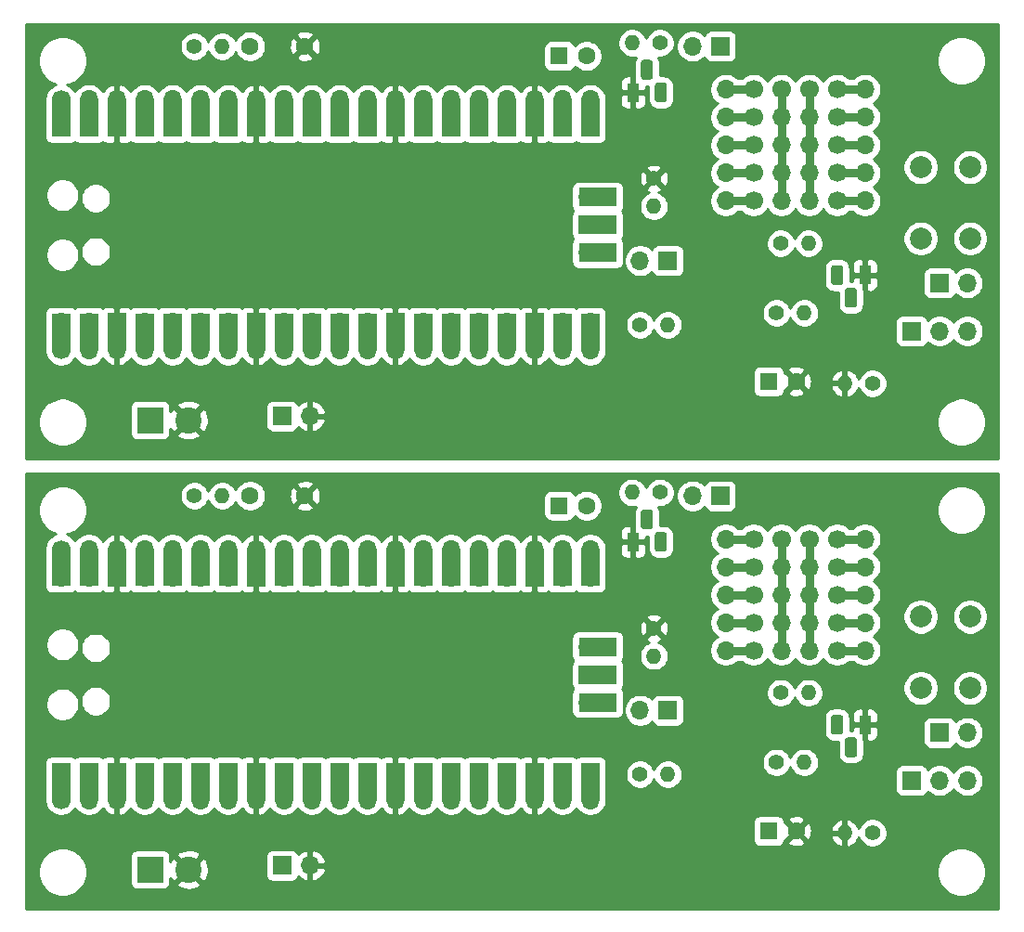
<source format=gbr>
G04 #@! TF.GenerationSoftware,KiCad,Pcbnew,5.1.5+dfsg1-2build2*
G04 #@! TF.CreationDate,2021-11-10T16:28:47-05:00*
G04 #@! TF.ProjectId,,58585858-5858-4585-9858-585858585858,rev?*
G04 #@! TF.SameCoordinates,Original*
G04 #@! TF.FileFunction,Copper,L1,Top*
G04 #@! TF.FilePolarity,Positive*
%FSLAX46Y46*%
G04 Gerber Fmt 4.6, Leading zero omitted, Abs format (unit mm)*
G04 Created by KiCad (PCBNEW 5.1.5+dfsg1-2build2) date 2021-11-10 16:28:47*
%MOMM*%
%LPD*%
G04 APERTURE LIST*
%ADD10R,1.600000X1.600000*%
%ADD11C,1.600000*%
%ADD12C,2.000000*%
%ADD13R,1.700000X1.700000*%
%ADD14O,1.700000X1.700000*%
%ADD15C,1.700000*%
%ADD16C,0.100000*%
%ADD17R,1.100000X1.800000*%
%ADD18C,1.400000*%
%ADD19O,1.400000X1.400000*%
%ADD20R,1.700000X3.500000*%
%ADD21R,3.500000X1.700000*%
%ADD22R,2.400000X2.400000*%
%ADD23C,2.400000*%
%ADD24C,0.750000*%
%ADD25C,0.254000*%
G04 APERTURE END LIST*
D10*
X169443400Y-143438200D03*
D11*
X171943400Y-143438200D03*
D12*
X187799100Y-130395300D03*
X183299100Y-130395300D03*
X187799100Y-123895300D03*
X183299100Y-123895300D03*
D13*
X185013600Y-134459300D03*
D14*
X187553600Y-134459300D03*
D15*
X168059100Y-116806300D03*
D14*
X165519100Y-116806300D03*
D10*
X150342600Y-113758300D03*
D11*
X152842600Y-113758300D03*
G04 #@! TA.AperFunction,ComponentPad*
D16*
G36*
X177251055Y-134913124D02*
G01*
X177277750Y-134917084D01*
X177303928Y-134923641D01*
X177329338Y-134932733D01*
X177353734Y-134944272D01*
X177376882Y-134958146D01*
X177398558Y-134974222D01*
X177418554Y-134992346D01*
X177436678Y-135012342D01*
X177452754Y-135034018D01*
X177466628Y-135057166D01*
X177478167Y-135081562D01*
X177487259Y-135106972D01*
X177493816Y-135133150D01*
X177497776Y-135159845D01*
X177499100Y-135186800D01*
X177499100Y-136436800D01*
X177497776Y-136463755D01*
X177493816Y-136490450D01*
X177487259Y-136516628D01*
X177478167Y-136542038D01*
X177466628Y-136566434D01*
X177452754Y-136589582D01*
X177436678Y-136611258D01*
X177418554Y-136631254D01*
X177398558Y-136649378D01*
X177376882Y-136665454D01*
X177353734Y-136679328D01*
X177329338Y-136690867D01*
X177303928Y-136699959D01*
X177277750Y-136706516D01*
X177251055Y-136710476D01*
X177224100Y-136711800D01*
X176674100Y-136711800D01*
X176647145Y-136710476D01*
X176620450Y-136706516D01*
X176594272Y-136699959D01*
X176568862Y-136690867D01*
X176544466Y-136679328D01*
X176521318Y-136665454D01*
X176499642Y-136649378D01*
X176479646Y-136631254D01*
X176461522Y-136611258D01*
X176445446Y-136589582D01*
X176431572Y-136566434D01*
X176420033Y-136542038D01*
X176410941Y-136516628D01*
X176404384Y-136490450D01*
X176400424Y-136463755D01*
X176399100Y-136436800D01*
X176399100Y-135186800D01*
X176400424Y-135159845D01*
X176404384Y-135133150D01*
X176410941Y-135106972D01*
X176420033Y-135081562D01*
X176431572Y-135057166D01*
X176445446Y-135034018D01*
X176461522Y-135012342D01*
X176479646Y-134992346D01*
X176499642Y-134974222D01*
X176521318Y-134958146D01*
X176544466Y-134944272D01*
X176568862Y-134932733D01*
X176594272Y-134923641D01*
X176620450Y-134917084D01*
X176647145Y-134913124D01*
X176674100Y-134911800D01*
X177224100Y-134911800D01*
X177251055Y-134913124D01*
G37*
G04 #@! TD.AperFunction*
G04 #@! TA.AperFunction,ComponentPad*
G36*
X175981055Y-132843124D02*
G01*
X176007750Y-132847084D01*
X176033928Y-132853641D01*
X176059338Y-132862733D01*
X176083734Y-132874272D01*
X176106882Y-132888146D01*
X176128558Y-132904222D01*
X176148554Y-132922346D01*
X176166678Y-132942342D01*
X176182754Y-132964018D01*
X176196628Y-132987166D01*
X176208167Y-133011562D01*
X176217259Y-133036972D01*
X176223816Y-133063150D01*
X176227776Y-133089845D01*
X176229100Y-133116800D01*
X176229100Y-134366800D01*
X176227776Y-134393755D01*
X176223816Y-134420450D01*
X176217259Y-134446628D01*
X176208167Y-134472038D01*
X176196628Y-134496434D01*
X176182754Y-134519582D01*
X176166678Y-134541258D01*
X176148554Y-134561254D01*
X176128558Y-134579378D01*
X176106882Y-134595454D01*
X176083734Y-134609328D01*
X176059338Y-134620867D01*
X176033928Y-134629959D01*
X176007750Y-134636516D01*
X175981055Y-134640476D01*
X175954100Y-134641800D01*
X175404100Y-134641800D01*
X175377145Y-134640476D01*
X175350450Y-134636516D01*
X175324272Y-134629959D01*
X175298862Y-134620867D01*
X175274466Y-134609328D01*
X175251318Y-134595454D01*
X175229642Y-134579378D01*
X175209646Y-134561254D01*
X175191522Y-134541258D01*
X175175446Y-134519582D01*
X175161572Y-134496434D01*
X175150033Y-134472038D01*
X175140941Y-134446628D01*
X175134384Y-134420450D01*
X175130424Y-134393755D01*
X175129100Y-134366800D01*
X175129100Y-133116800D01*
X175130424Y-133089845D01*
X175134384Y-133063150D01*
X175140941Y-133036972D01*
X175150033Y-133011562D01*
X175161572Y-132987166D01*
X175175446Y-132964018D01*
X175191522Y-132942342D01*
X175209646Y-132922346D01*
X175229642Y-132904222D01*
X175251318Y-132888146D01*
X175274466Y-132874272D01*
X175298862Y-132862733D01*
X175324272Y-132853641D01*
X175350450Y-132847084D01*
X175377145Y-132843124D01*
X175404100Y-132841800D01*
X175954100Y-132841800D01*
X175981055Y-132843124D01*
G37*
G04 #@! TD.AperFunction*
D17*
X178219100Y-133741800D03*
D18*
X158978600Y-124934300D03*
D19*
X158978600Y-127474300D03*
D14*
X104898600Y-138054300D03*
X107438600Y-138054300D03*
D13*
X109978600Y-138054300D03*
D14*
X112518600Y-138054300D03*
X115058600Y-138054300D03*
X117598600Y-138054300D03*
X120138600Y-138054300D03*
D13*
X122678600Y-138054300D03*
D14*
X125218600Y-138054300D03*
X127758600Y-138054300D03*
X130298600Y-138054300D03*
X132838600Y-138054300D03*
D13*
X135378600Y-138054300D03*
D14*
X137918600Y-138054300D03*
X140458600Y-138054300D03*
X142998600Y-138054300D03*
X145538600Y-138054300D03*
D13*
X148078600Y-138054300D03*
D14*
X150618600Y-138054300D03*
X153158600Y-138054300D03*
X153158600Y-120274300D03*
X150618600Y-120274300D03*
D13*
X148078600Y-120274300D03*
D14*
X145538600Y-120274300D03*
X142998600Y-120274300D03*
X140458600Y-120274300D03*
X137918600Y-120274300D03*
D13*
X135378600Y-120274300D03*
D14*
X132838600Y-120274300D03*
X130298600Y-120274300D03*
X127758600Y-120274300D03*
X125218600Y-120274300D03*
D13*
X122678600Y-120274300D03*
D14*
X120138600Y-120274300D03*
X117598600Y-120274300D03*
X115058600Y-120274300D03*
X112518600Y-120274300D03*
D13*
X109978600Y-120274300D03*
D14*
X107438600Y-120274300D03*
X104898600Y-120274300D03*
D20*
X104898600Y-138954300D03*
X107438600Y-138954300D03*
X109978600Y-138954300D03*
X112518600Y-138954300D03*
X115058600Y-138954300D03*
X117598600Y-138954300D03*
X120138600Y-138954300D03*
X122678600Y-138954300D03*
X125218600Y-138954300D03*
X127758600Y-138954300D03*
X130298600Y-138954300D03*
X132838600Y-138954300D03*
X135378600Y-138954300D03*
X137918600Y-138954300D03*
X140458600Y-138954300D03*
X142998600Y-138954300D03*
X145538600Y-138954300D03*
X148078600Y-138954300D03*
X150618600Y-138954300D03*
X153158600Y-138954300D03*
X104898600Y-119374300D03*
X107438600Y-119374300D03*
X109978600Y-119374300D03*
X112518600Y-119374300D03*
X115058600Y-119374300D03*
X117598600Y-119374300D03*
X120138600Y-119374300D03*
X122678600Y-119374300D03*
X125218600Y-119374300D03*
X127758600Y-119374300D03*
X130298600Y-119374300D03*
X132838600Y-119374300D03*
X135378600Y-119374300D03*
X137918600Y-119374300D03*
X140458600Y-119374300D03*
X142998600Y-119374300D03*
X145538600Y-119374300D03*
X148078600Y-119374300D03*
X150618600Y-119374300D03*
X153158600Y-119374300D03*
D21*
X153828600Y-131704300D03*
D14*
X152928600Y-131704300D03*
D21*
X153828600Y-129164300D03*
D13*
X152928600Y-129164300D03*
D21*
X153828600Y-126624300D03*
D14*
X152928600Y-126624300D03*
D13*
X165028600Y-112869300D03*
D14*
X162488600Y-112869300D03*
D18*
X159528600Y-112564300D03*
D19*
X156988600Y-112564300D03*
D11*
X122148600Y-112864300D03*
X127148600Y-112864300D03*
D15*
X170599100Y-116806300D03*
D14*
X170599100Y-119346300D03*
X170599100Y-121886300D03*
X170599100Y-124426300D03*
X170599100Y-126966300D03*
D13*
X182473600Y-138840800D03*
D14*
X185013600Y-138840800D03*
X187553600Y-138840800D03*
D18*
X157708600Y-138269300D03*
D19*
X160248600Y-138269300D03*
D18*
X170154600Y-137189800D03*
D19*
X172694600Y-137189800D03*
D22*
X113028600Y-146964300D03*
D23*
X116528600Y-146964300D03*
D15*
X104898600Y-117734300D03*
D14*
X107438600Y-117734300D03*
X109978600Y-117734300D03*
X112518600Y-117734300D03*
X115058600Y-117734300D03*
X117598600Y-117734300D03*
X120138600Y-117734300D03*
X122678600Y-117734300D03*
X125218600Y-117734300D03*
X127758600Y-117734300D03*
X130298600Y-117734300D03*
X132838600Y-117734300D03*
X135378600Y-117734300D03*
X137918600Y-117734300D03*
X140458600Y-117734300D03*
X142998600Y-117734300D03*
X145538600Y-117734300D03*
X148078600Y-117734300D03*
X150618600Y-117734300D03*
X153158600Y-117734300D03*
D18*
X170535600Y-130839800D03*
D19*
X173075600Y-130839800D03*
D15*
X168059100Y-124426300D03*
D14*
X165519100Y-124426300D03*
D15*
X168059100Y-119346300D03*
D14*
X165519100Y-119346300D03*
D15*
X104898600Y-140594300D03*
D14*
X107438600Y-140594300D03*
X109978600Y-140594300D03*
X112518600Y-140594300D03*
X115058600Y-140594300D03*
X117598600Y-140594300D03*
X120138600Y-140594300D03*
X122678600Y-140594300D03*
X125218600Y-140594300D03*
X127758600Y-140594300D03*
X130298600Y-140594300D03*
X132838600Y-140594300D03*
X135378600Y-140594300D03*
X137918600Y-140594300D03*
X140458600Y-140594300D03*
X142998600Y-140594300D03*
X145538600Y-140594300D03*
X148078600Y-140594300D03*
X150618600Y-140594300D03*
X153158600Y-140594300D03*
D15*
X168059100Y-126966300D03*
D14*
X165519100Y-126966300D03*
D15*
X173139100Y-116806300D03*
D14*
X173139100Y-119346300D03*
X173139100Y-121886300D03*
X173139100Y-124426300D03*
X173139100Y-126966300D03*
D13*
X160248600Y-132427300D03*
D14*
X157708600Y-132427300D03*
D15*
X168059100Y-121886300D03*
D14*
X165519100Y-121886300D03*
D13*
X125056900Y-146587800D03*
D14*
X127596900Y-146587800D03*
D18*
X178904900Y-143616000D03*
D19*
X176364900Y-143616000D03*
D18*
X117068600Y-112864300D03*
D19*
X119608600Y-112864300D03*
G04 #@! TA.AperFunction,ComponentPad*
D16*
G36*
X158645555Y-114110624D02*
G01*
X158672250Y-114114584D01*
X158698428Y-114121141D01*
X158723838Y-114130233D01*
X158748234Y-114141772D01*
X158771382Y-114155646D01*
X158793058Y-114171722D01*
X158813054Y-114189846D01*
X158831178Y-114209842D01*
X158847254Y-114231518D01*
X158861128Y-114254666D01*
X158872667Y-114279062D01*
X158881759Y-114304472D01*
X158888316Y-114330650D01*
X158892276Y-114357345D01*
X158893600Y-114384300D01*
X158893600Y-115634300D01*
X158892276Y-115661255D01*
X158888316Y-115687950D01*
X158881759Y-115714128D01*
X158872667Y-115739538D01*
X158861128Y-115763934D01*
X158847254Y-115787082D01*
X158831178Y-115808758D01*
X158813054Y-115828754D01*
X158793058Y-115846878D01*
X158771382Y-115862954D01*
X158748234Y-115876828D01*
X158723838Y-115888367D01*
X158698428Y-115897459D01*
X158672250Y-115904016D01*
X158645555Y-115907976D01*
X158618600Y-115909300D01*
X158068600Y-115909300D01*
X158041645Y-115907976D01*
X158014950Y-115904016D01*
X157988772Y-115897459D01*
X157963362Y-115888367D01*
X157938966Y-115876828D01*
X157915818Y-115862954D01*
X157894142Y-115846878D01*
X157874146Y-115828754D01*
X157856022Y-115808758D01*
X157839946Y-115787082D01*
X157826072Y-115763934D01*
X157814533Y-115739538D01*
X157805441Y-115714128D01*
X157798884Y-115687950D01*
X157794924Y-115661255D01*
X157793600Y-115634300D01*
X157793600Y-114384300D01*
X157794924Y-114357345D01*
X157798884Y-114330650D01*
X157805441Y-114304472D01*
X157814533Y-114279062D01*
X157826072Y-114254666D01*
X157839946Y-114231518D01*
X157856022Y-114209842D01*
X157874146Y-114189846D01*
X157894142Y-114171722D01*
X157915818Y-114155646D01*
X157938966Y-114141772D01*
X157963362Y-114130233D01*
X157988772Y-114121141D01*
X158014950Y-114114584D01*
X158041645Y-114110624D01*
X158068600Y-114109300D01*
X158618600Y-114109300D01*
X158645555Y-114110624D01*
G37*
G04 #@! TD.AperFunction*
G04 #@! TA.AperFunction,ComponentPad*
G36*
X159915555Y-116180624D02*
G01*
X159942250Y-116184584D01*
X159968428Y-116191141D01*
X159993838Y-116200233D01*
X160018234Y-116211772D01*
X160041382Y-116225646D01*
X160063058Y-116241722D01*
X160083054Y-116259846D01*
X160101178Y-116279842D01*
X160117254Y-116301518D01*
X160131128Y-116324666D01*
X160142667Y-116349062D01*
X160151759Y-116374472D01*
X160158316Y-116400650D01*
X160162276Y-116427345D01*
X160163600Y-116454300D01*
X160163600Y-117704300D01*
X160162276Y-117731255D01*
X160158316Y-117757950D01*
X160151759Y-117784128D01*
X160142667Y-117809538D01*
X160131128Y-117833934D01*
X160117254Y-117857082D01*
X160101178Y-117878758D01*
X160083054Y-117898754D01*
X160063058Y-117916878D01*
X160041382Y-117932954D01*
X160018234Y-117946828D01*
X159993838Y-117958367D01*
X159968428Y-117967459D01*
X159942250Y-117974016D01*
X159915555Y-117977976D01*
X159888600Y-117979300D01*
X159338600Y-117979300D01*
X159311645Y-117977976D01*
X159284950Y-117974016D01*
X159258772Y-117967459D01*
X159233362Y-117958367D01*
X159208966Y-117946828D01*
X159185818Y-117932954D01*
X159164142Y-117916878D01*
X159144146Y-117898754D01*
X159126022Y-117878758D01*
X159109946Y-117857082D01*
X159096072Y-117833934D01*
X159084533Y-117809538D01*
X159075441Y-117784128D01*
X159068884Y-117757950D01*
X159064924Y-117731255D01*
X159063600Y-117704300D01*
X159063600Y-116454300D01*
X159064924Y-116427345D01*
X159068884Y-116400650D01*
X159075441Y-116374472D01*
X159084533Y-116349062D01*
X159096072Y-116324666D01*
X159109946Y-116301518D01*
X159126022Y-116279842D01*
X159144146Y-116259846D01*
X159164142Y-116241722D01*
X159185818Y-116225646D01*
X159208966Y-116211772D01*
X159233362Y-116200233D01*
X159258772Y-116191141D01*
X159284950Y-116184584D01*
X159311645Y-116180624D01*
X159338600Y-116179300D01*
X159888600Y-116179300D01*
X159915555Y-116180624D01*
G37*
G04 #@! TD.AperFunction*
D17*
X157073600Y-117079300D03*
D15*
X175679100Y-119346300D03*
D14*
X178219100Y-119346300D03*
D15*
X175679100Y-116806300D03*
D14*
X178219100Y-116806300D03*
D15*
X175679100Y-121886300D03*
D14*
X178219100Y-121886300D03*
D15*
X175679100Y-124426300D03*
D14*
X178219100Y-124426300D03*
D15*
X175679100Y-126966300D03*
D14*
X178219100Y-126966300D03*
X127596900Y-105587800D03*
D13*
X125056900Y-105587800D03*
D14*
X178219100Y-75806300D03*
D15*
X175679100Y-75806300D03*
D14*
X178219100Y-78346300D03*
D15*
X175679100Y-78346300D03*
D14*
X178219100Y-80886300D03*
D15*
X175679100Y-80886300D03*
D14*
X178219100Y-83426300D03*
D15*
X175679100Y-83426300D03*
D14*
X178219100Y-85966300D03*
D15*
X175679100Y-85966300D03*
D14*
X165519100Y-75806300D03*
D15*
X168059100Y-75806300D03*
D14*
X165519100Y-78346300D03*
D15*
X168059100Y-78346300D03*
D14*
X165519100Y-80886300D03*
D15*
X168059100Y-80886300D03*
D14*
X165519100Y-83426300D03*
D15*
X168059100Y-83426300D03*
D14*
X165519100Y-85966300D03*
D15*
X168059100Y-85966300D03*
D14*
X170599100Y-85966300D03*
X170599100Y-83426300D03*
X170599100Y-80886300D03*
X170599100Y-78346300D03*
D15*
X170599100Y-75806300D03*
D14*
X173139100Y-85966300D03*
X173139100Y-83426300D03*
X173139100Y-80886300D03*
X173139100Y-78346300D03*
D15*
X173139100Y-75806300D03*
D14*
X153158600Y-76734300D03*
X150618600Y-76734300D03*
X148078600Y-76734300D03*
X145538600Y-76734300D03*
X142998600Y-76734300D03*
X140458600Y-76734300D03*
X137918600Y-76734300D03*
X135378600Y-76734300D03*
X132838600Y-76734300D03*
X130298600Y-76734300D03*
X127758600Y-76734300D03*
X125218600Y-76734300D03*
X122678600Y-76734300D03*
X120138600Y-76734300D03*
X117598600Y-76734300D03*
X115058600Y-76734300D03*
X112518600Y-76734300D03*
X109978600Y-76734300D03*
X107438600Y-76734300D03*
D15*
X104898600Y-76734300D03*
D14*
X153158600Y-99594300D03*
X150618600Y-99594300D03*
X148078600Y-99594300D03*
X145538600Y-99594300D03*
X142998600Y-99594300D03*
X140458600Y-99594300D03*
X137918600Y-99594300D03*
X135378600Y-99594300D03*
X132838600Y-99594300D03*
X130298600Y-99594300D03*
X127758600Y-99594300D03*
X125218600Y-99594300D03*
X122678600Y-99594300D03*
X120138600Y-99594300D03*
X117598600Y-99594300D03*
X115058600Y-99594300D03*
X112518600Y-99594300D03*
X109978600Y-99594300D03*
X107438600Y-99594300D03*
D15*
X104898600Y-99594300D03*
D14*
X152928600Y-85624300D03*
D21*
X153828600Y-85624300D03*
D13*
X152928600Y-88164300D03*
D21*
X153828600Y-88164300D03*
D14*
X152928600Y-90704300D03*
D21*
X153828600Y-90704300D03*
D20*
X153158600Y-78374300D03*
X150618600Y-78374300D03*
X148078600Y-78374300D03*
X145538600Y-78374300D03*
X142998600Y-78374300D03*
X140458600Y-78374300D03*
X137918600Y-78374300D03*
X135378600Y-78374300D03*
X132838600Y-78374300D03*
X130298600Y-78374300D03*
X127758600Y-78374300D03*
X125218600Y-78374300D03*
X122678600Y-78374300D03*
X120138600Y-78374300D03*
X117598600Y-78374300D03*
X115058600Y-78374300D03*
X112518600Y-78374300D03*
X109978600Y-78374300D03*
X107438600Y-78374300D03*
X104898600Y-78374300D03*
X153158600Y-97954300D03*
X150618600Y-97954300D03*
X148078600Y-97954300D03*
X145538600Y-97954300D03*
X142998600Y-97954300D03*
X140458600Y-97954300D03*
X137918600Y-97954300D03*
X135378600Y-97954300D03*
X132838600Y-97954300D03*
X130298600Y-97954300D03*
X127758600Y-97954300D03*
X125218600Y-97954300D03*
X122678600Y-97954300D03*
X120138600Y-97954300D03*
X117598600Y-97954300D03*
X115058600Y-97954300D03*
X112518600Y-97954300D03*
X109978600Y-97954300D03*
X107438600Y-97954300D03*
X104898600Y-97954300D03*
D14*
X104898600Y-79274300D03*
X107438600Y-79274300D03*
D13*
X109978600Y-79274300D03*
D14*
X112518600Y-79274300D03*
X115058600Y-79274300D03*
X117598600Y-79274300D03*
X120138600Y-79274300D03*
D13*
X122678600Y-79274300D03*
D14*
X125218600Y-79274300D03*
X127758600Y-79274300D03*
X130298600Y-79274300D03*
X132838600Y-79274300D03*
D13*
X135378600Y-79274300D03*
D14*
X137918600Y-79274300D03*
X140458600Y-79274300D03*
X142998600Y-79274300D03*
X145538600Y-79274300D03*
D13*
X148078600Y-79274300D03*
D14*
X150618600Y-79274300D03*
X153158600Y-79274300D03*
X153158600Y-97054300D03*
X150618600Y-97054300D03*
D13*
X148078600Y-97054300D03*
D14*
X145538600Y-97054300D03*
X142998600Y-97054300D03*
X140458600Y-97054300D03*
X137918600Y-97054300D03*
D13*
X135378600Y-97054300D03*
D14*
X132838600Y-97054300D03*
X130298600Y-97054300D03*
X127758600Y-97054300D03*
X125218600Y-97054300D03*
D13*
X122678600Y-97054300D03*
D14*
X120138600Y-97054300D03*
X117598600Y-97054300D03*
X115058600Y-97054300D03*
X112518600Y-97054300D03*
D13*
X109978600Y-97054300D03*
D14*
X107438600Y-97054300D03*
X104898600Y-97054300D03*
D23*
X116528600Y-105964300D03*
D22*
X113028600Y-105964300D03*
D17*
X157073600Y-76079300D03*
G04 #@! TA.AperFunction,ComponentPad*
D16*
G36*
X159915555Y-75180624D02*
G01*
X159942250Y-75184584D01*
X159968428Y-75191141D01*
X159993838Y-75200233D01*
X160018234Y-75211772D01*
X160041382Y-75225646D01*
X160063058Y-75241722D01*
X160083054Y-75259846D01*
X160101178Y-75279842D01*
X160117254Y-75301518D01*
X160131128Y-75324666D01*
X160142667Y-75349062D01*
X160151759Y-75374472D01*
X160158316Y-75400650D01*
X160162276Y-75427345D01*
X160163600Y-75454300D01*
X160163600Y-76704300D01*
X160162276Y-76731255D01*
X160158316Y-76757950D01*
X160151759Y-76784128D01*
X160142667Y-76809538D01*
X160131128Y-76833934D01*
X160117254Y-76857082D01*
X160101178Y-76878758D01*
X160083054Y-76898754D01*
X160063058Y-76916878D01*
X160041382Y-76932954D01*
X160018234Y-76946828D01*
X159993838Y-76958367D01*
X159968428Y-76967459D01*
X159942250Y-76974016D01*
X159915555Y-76977976D01*
X159888600Y-76979300D01*
X159338600Y-76979300D01*
X159311645Y-76977976D01*
X159284950Y-76974016D01*
X159258772Y-76967459D01*
X159233362Y-76958367D01*
X159208966Y-76946828D01*
X159185818Y-76932954D01*
X159164142Y-76916878D01*
X159144146Y-76898754D01*
X159126022Y-76878758D01*
X159109946Y-76857082D01*
X159096072Y-76833934D01*
X159084533Y-76809538D01*
X159075441Y-76784128D01*
X159068884Y-76757950D01*
X159064924Y-76731255D01*
X159063600Y-76704300D01*
X159063600Y-75454300D01*
X159064924Y-75427345D01*
X159068884Y-75400650D01*
X159075441Y-75374472D01*
X159084533Y-75349062D01*
X159096072Y-75324666D01*
X159109946Y-75301518D01*
X159126022Y-75279842D01*
X159144146Y-75259846D01*
X159164142Y-75241722D01*
X159185818Y-75225646D01*
X159208966Y-75211772D01*
X159233362Y-75200233D01*
X159258772Y-75191141D01*
X159284950Y-75184584D01*
X159311645Y-75180624D01*
X159338600Y-75179300D01*
X159888600Y-75179300D01*
X159915555Y-75180624D01*
G37*
G04 #@! TD.AperFunction*
G04 #@! TA.AperFunction,ComponentPad*
G36*
X158645555Y-73110624D02*
G01*
X158672250Y-73114584D01*
X158698428Y-73121141D01*
X158723838Y-73130233D01*
X158748234Y-73141772D01*
X158771382Y-73155646D01*
X158793058Y-73171722D01*
X158813054Y-73189846D01*
X158831178Y-73209842D01*
X158847254Y-73231518D01*
X158861128Y-73254666D01*
X158872667Y-73279062D01*
X158881759Y-73304472D01*
X158888316Y-73330650D01*
X158892276Y-73357345D01*
X158893600Y-73384300D01*
X158893600Y-74634300D01*
X158892276Y-74661255D01*
X158888316Y-74687950D01*
X158881759Y-74714128D01*
X158872667Y-74739538D01*
X158861128Y-74763934D01*
X158847254Y-74787082D01*
X158831178Y-74808758D01*
X158813054Y-74828754D01*
X158793058Y-74846878D01*
X158771382Y-74862954D01*
X158748234Y-74876828D01*
X158723838Y-74888367D01*
X158698428Y-74897459D01*
X158672250Y-74904016D01*
X158645555Y-74907976D01*
X158618600Y-74909300D01*
X158068600Y-74909300D01*
X158041645Y-74907976D01*
X158014950Y-74904016D01*
X157988772Y-74897459D01*
X157963362Y-74888367D01*
X157938966Y-74876828D01*
X157915818Y-74862954D01*
X157894142Y-74846878D01*
X157874146Y-74828754D01*
X157856022Y-74808758D01*
X157839946Y-74787082D01*
X157826072Y-74763934D01*
X157814533Y-74739538D01*
X157805441Y-74714128D01*
X157798884Y-74687950D01*
X157794924Y-74661255D01*
X157793600Y-74634300D01*
X157793600Y-73384300D01*
X157794924Y-73357345D01*
X157798884Y-73330650D01*
X157805441Y-73304472D01*
X157814533Y-73279062D01*
X157826072Y-73254666D01*
X157839946Y-73231518D01*
X157856022Y-73209842D01*
X157874146Y-73189846D01*
X157894142Y-73171722D01*
X157915818Y-73155646D01*
X157938966Y-73141772D01*
X157963362Y-73130233D01*
X157988772Y-73121141D01*
X158014950Y-73114584D01*
X158041645Y-73110624D01*
X158068600Y-73109300D01*
X158618600Y-73109300D01*
X158645555Y-73110624D01*
G37*
G04 #@! TD.AperFunction*
D17*
X178219100Y-92741800D03*
G04 #@! TA.AperFunction,ComponentPad*
D16*
G36*
X175981055Y-91843124D02*
G01*
X176007750Y-91847084D01*
X176033928Y-91853641D01*
X176059338Y-91862733D01*
X176083734Y-91874272D01*
X176106882Y-91888146D01*
X176128558Y-91904222D01*
X176148554Y-91922346D01*
X176166678Y-91942342D01*
X176182754Y-91964018D01*
X176196628Y-91987166D01*
X176208167Y-92011562D01*
X176217259Y-92036972D01*
X176223816Y-92063150D01*
X176227776Y-92089845D01*
X176229100Y-92116800D01*
X176229100Y-93366800D01*
X176227776Y-93393755D01*
X176223816Y-93420450D01*
X176217259Y-93446628D01*
X176208167Y-93472038D01*
X176196628Y-93496434D01*
X176182754Y-93519582D01*
X176166678Y-93541258D01*
X176148554Y-93561254D01*
X176128558Y-93579378D01*
X176106882Y-93595454D01*
X176083734Y-93609328D01*
X176059338Y-93620867D01*
X176033928Y-93629959D01*
X176007750Y-93636516D01*
X175981055Y-93640476D01*
X175954100Y-93641800D01*
X175404100Y-93641800D01*
X175377145Y-93640476D01*
X175350450Y-93636516D01*
X175324272Y-93629959D01*
X175298862Y-93620867D01*
X175274466Y-93609328D01*
X175251318Y-93595454D01*
X175229642Y-93579378D01*
X175209646Y-93561254D01*
X175191522Y-93541258D01*
X175175446Y-93519582D01*
X175161572Y-93496434D01*
X175150033Y-93472038D01*
X175140941Y-93446628D01*
X175134384Y-93420450D01*
X175130424Y-93393755D01*
X175129100Y-93366800D01*
X175129100Y-92116800D01*
X175130424Y-92089845D01*
X175134384Y-92063150D01*
X175140941Y-92036972D01*
X175150033Y-92011562D01*
X175161572Y-91987166D01*
X175175446Y-91964018D01*
X175191522Y-91942342D01*
X175209646Y-91922346D01*
X175229642Y-91904222D01*
X175251318Y-91888146D01*
X175274466Y-91874272D01*
X175298862Y-91862733D01*
X175324272Y-91853641D01*
X175350450Y-91847084D01*
X175377145Y-91843124D01*
X175404100Y-91841800D01*
X175954100Y-91841800D01*
X175981055Y-91843124D01*
G37*
G04 #@! TD.AperFunction*
G04 #@! TA.AperFunction,ComponentPad*
G36*
X177251055Y-93913124D02*
G01*
X177277750Y-93917084D01*
X177303928Y-93923641D01*
X177329338Y-93932733D01*
X177353734Y-93944272D01*
X177376882Y-93958146D01*
X177398558Y-93974222D01*
X177418554Y-93992346D01*
X177436678Y-94012342D01*
X177452754Y-94034018D01*
X177466628Y-94057166D01*
X177478167Y-94081562D01*
X177487259Y-94106972D01*
X177493816Y-94133150D01*
X177497776Y-94159845D01*
X177499100Y-94186800D01*
X177499100Y-95436800D01*
X177497776Y-95463755D01*
X177493816Y-95490450D01*
X177487259Y-95516628D01*
X177478167Y-95542038D01*
X177466628Y-95566434D01*
X177452754Y-95589582D01*
X177436678Y-95611258D01*
X177418554Y-95631254D01*
X177398558Y-95649378D01*
X177376882Y-95665454D01*
X177353734Y-95679328D01*
X177329338Y-95690867D01*
X177303928Y-95699959D01*
X177277750Y-95706516D01*
X177251055Y-95710476D01*
X177224100Y-95711800D01*
X176674100Y-95711800D01*
X176647145Y-95710476D01*
X176620450Y-95706516D01*
X176594272Y-95699959D01*
X176568862Y-95690867D01*
X176544466Y-95679328D01*
X176521318Y-95665454D01*
X176499642Y-95649378D01*
X176479646Y-95631254D01*
X176461522Y-95611258D01*
X176445446Y-95589582D01*
X176431572Y-95566434D01*
X176420033Y-95542038D01*
X176410941Y-95516628D01*
X176404384Y-95490450D01*
X176400424Y-95463755D01*
X176399100Y-95436800D01*
X176399100Y-94186800D01*
X176400424Y-94159845D01*
X176404384Y-94133150D01*
X176410941Y-94106972D01*
X176420033Y-94081562D01*
X176431572Y-94057166D01*
X176445446Y-94034018D01*
X176461522Y-94012342D01*
X176479646Y-93992346D01*
X176499642Y-93974222D01*
X176521318Y-93958146D01*
X176544466Y-93944272D01*
X176568862Y-93932733D01*
X176594272Y-93923641D01*
X176620450Y-93917084D01*
X176647145Y-93913124D01*
X176674100Y-93911800D01*
X177224100Y-93911800D01*
X177251055Y-93913124D01*
G37*
G04 #@! TD.AperFunction*
D14*
X187553600Y-97840800D03*
X185013600Y-97840800D03*
D13*
X182473600Y-97840800D03*
D19*
X176364900Y-102616000D03*
D18*
X178904900Y-102616000D03*
D19*
X119608600Y-71864300D03*
D18*
X117068600Y-71864300D03*
D11*
X127148600Y-71864300D03*
X122148600Y-71864300D03*
D19*
X160248600Y-97269300D03*
D18*
X157708600Y-97269300D03*
D19*
X158978600Y-86474300D03*
D18*
X158978600Y-83934300D03*
D14*
X157708600Y-91427300D03*
D13*
X160248600Y-91427300D03*
D19*
X156988600Y-71564300D03*
D18*
X159528600Y-71564300D03*
D14*
X162488600Y-71869300D03*
D13*
X165028600Y-71869300D03*
D11*
X152842600Y-72758300D03*
D10*
X150342600Y-72758300D03*
D12*
X183299100Y-82895300D03*
X187799100Y-82895300D03*
X183299100Y-89395300D03*
X187799100Y-89395300D03*
D14*
X187553600Y-93459300D03*
D13*
X185013600Y-93459300D03*
D19*
X173075600Y-89839800D03*
D18*
X170535600Y-89839800D03*
D19*
X172694600Y-96189800D03*
D18*
X170154600Y-96189800D03*
D11*
X171943400Y-102438200D03*
D10*
X169443400Y-102438200D03*
D24*
X170599100Y-75806300D02*
X170599100Y-78346300D01*
X170599100Y-78346300D02*
X170599100Y-80886300D01*
X170599100Y-80886300D02*
X170599100Y-83426300D01*
X170599100Y-85966300D02*
X170599100Y-83426300D01*
X170599100Y-116806300D02*
X170599100Y-119346300D01*
X170599100Y-119346300D02*
X170599100Y-121886300D01*
X170599100Y-121886300D02*
X170599100Y-124426300D01*
X170599100Y-126966300D02*
X170599100Y-124426300D01*
X173139100Y-75806300D02*
X173139100Y-78346300D01*
X173139100Y-78346300D02*
X173139100Y-80886300D01*
X173139100Y-80886300D02*
X173139100Y-83426300D01*
X173139100Y-83426300D02*
X173139100Y-85966300D01*
X173139100Y-116806300D02*
X173139100Y-119346300D01*
X173139100Y-119346300D02*
X173139100Y-121886300D01*
X173139100Y-121886300D02*
X173139100Y-124426300D01*
X173139100Y-124426300D02*
X173139100Y-126966300D01*
X165519100Y-85966300D02*
X168059100Y-85966300D01*
X165519100Y-126966300D02*
X168059100Y-126966300D01*
X165519100Y-83426300D02*
X168059100Y-83426300D01*
X165519100Y-124426300D02*
X168059100Y-124426300D01*
X165519100Y-80886300D02*
X168059100Y-80886300D01*
X165519100Y-121886300D02*
X168059100Y-121886300D01*
X165519100Y-78346300D02*
X168059100Y-78346300D01*
X165519100Y-119346300D02*
X168059100Y-119346300D01*
X165519100Y-75806300D02*
X168059100Y-75806300D01*
X165519100Y-116806300D02*
X168059100Y-116806300D01*
X175679100Y-85966300D02*
X178219100Y-85966300D01*
X175679100Y-126966300D02*
X178219100Y-126966300D01*
X175679100Y-83426300D02*
X178219100Y-83426300D01*
X175679100Y-124426300D02*
X178219100Y-124426300D01*
X175679100Y-80886300D02*
X178219100Y-80886300D01*
X175679100Y-121886300D02*
X178219100Y-121886300D01*
X175679100Y-78346300D02*
X178219100Y-78346300D01*
X175679100Y-119346300D02*
X178219100Y-119346300D01*
X175679100Y-75806300D02*
X178219100Y-75806300D01*
X175679100Y-116806300D02*
X178219100Y-116806300D01*
D25*
G36*
X190368600Y-113055400D02*
G01*
X188975668Y-113055400D01*
X188764638Y-112739571D01*
X188453329Y-112428262D01*
X188087269Y-112183669D01*
X187680525Y-112015190D01*
X187248728Y-111929300D01*
X186808472Y-111929300D01*
X186376675Y-112015190D01*
X185969931Y-112183669D01*
X185603871Y-112428262D01*
X185292562Y-112739571D01*
X185081532Y-113055400D01*
X166516672Y-113055400D01*
X166516672Y-112019300D01*
X166504412Y-111894818D01*
X166468102Y-111775120D01*
X166409137Y-111664806D01*
X166329785Y-111568115D01*
X166233094Y-111488763D01*
X166122780Y-111429798D01*
X166003082Y-111393488D01*
X165878600Y-111381228D01*
X164178600Y-111381228D01*
X164054118Y-111393488D01*
X163934420Y-111429798D01*
X163824106Y-111488763D01*
X163727415Y-111568115D01*
X163648063Y-111664806D01*
X163589098Y-111775120D01*
X163567087Y-111847680D01*
X163435232Y-111715825D01*
X163192011Y-111553310D01*
X162921758Y-111441368D01*
X162634860Y-111384300D01*
X162342340Y-111384300D01*
X162055442Y-111441368D01*
X161785189Y-111553310D01*
X161541968Y-111715825D01*
X161335125Y-111922668D01*
X161172610Y-112165889D01*
X161060668Y-112436142D01*
X161003600Y-112723040D01*
X161003600Y-113015560D01*
X161011525Y-113055400D01*
X160770172Y-113055400D01*
X160812296Y-112953705D01*
X160863600Y-112695786D01*
X160863600Y-112432814D01*
X160812296Y-112174895D01*
X160711661Y-111931941D01*
X160565562Y-111713287D01*
X160379613Y-111527338D01*
X160160959Y-111381239D01*
X159918005Y-111280604D01*
X159660086Y-111229300D01*
X159397114Y-111229300D01*
X159139195Y-111280604D01*
X158896241Y-111381239D01*
X158677587Y-111527338D01*
X158491638Y-111713287D01*
X158345539Y-111931941D01*
X158258600Y-112141830D01*
X158171661Y-111931941D01*
X158025562Y-111713287D01*
X157839613Y-111527338D01*
X157620959Y-111381239D01*
X157378005Y-111280604D01*
X157120086Y-111229300D01*
X156857114Y-111229300D01*
X156599195Y-111280604D01*
X156356241Y-111381239D01*
X156137587Y-111527338D01*
X155951638Y-111713287D01*
X155805539Y-111931941D01*
X155704904Y-112174895D01*
X155653600Y-112432814D01*
X155653600Y-112695786D01*
X155704904Y-112953705D01*
X155747028Y-113055400D01*
X154098796Y-113055400D01*
X153957237Y-112843541D01*
X153757359Y-112643663D01*
X153522327Y-112486620D01*
X153261174Y-112378447D01*
X152983935Y-112323300D01*
X152701265Y-112323300D01*
X152424026Y-112378447D01*
X152162873Y-112486620D01*
X151927841Y-112643663D01*
X151761261Y-112810243D01*
X151732102Y-112714120D01*
X151673137Y-112603806D01*
X151593785Y-112507115D01*
X151497094Y-112427763D01*
X151386780Y-112368798D01*
X151267082Y-112332488D01*
X151142600Y-112320228D01*
X149542600Y-112320228D01*
X149418118Y-112332488D01*
X149298420Y-112368798D01*
X149188106Y-112427763D01*
X149091415Y-112507115D01*
X149012063Y-112603806D01*
X148953098Y-112714120D01*
X148916788Y-112833818D01*
X148904528Y-112958300D01*
X148904528Y-113055400D01*
X128575921Y-113055400D01*
X128588817Y-112793788D01*
X128547387Y-112514170D01*
X128452203Y-112248008D01*
X128385271Y-112122786D01*
X128141302Y-112051203D01*
X127328205Y-112864300D01*
X127342348Y-112878443D01*
X127165390Y-113055400D01*
X127160095Y-113055400D01*
X127148600Y-113043905D01*
X127137105Y-113055400D01*
X127131810Y-113055400D01*
X126954853Y-112878443D01*
X126968995Y-112864300D01*
X126155898Y-112051203D01*
X125911929Y-112122786D01*
X125791029Y-112378296D01*
X125722300Y-112652484D01*
X125708383Y-112934812D01*
X125726250Y-113055400D01*
X123573701Y-113055400D01*
X123583600Y-113005635D01*
X123583600Y-112722965D01*
X123528453Y-112445726D01*
X123420280Y-112184573D01*
X123263237Y-111949541D01*
X123185294Y-111871598D01*
X126335503Y-111871598D01*
X127148600Y-112684695D01*
X127961697Y-111871598D01*
X127890114Y-111627629D01*
X127634604Y-111506729D01*
X127360416Y-111438000D01*
X127078088Y-111424083D01*
X126798470Y-111465513D01*
X126532308Y-111560697D01*
X126407086Y-111627629D01*
X126335503Y-111871598D01*
X123185294Y-111871598D01*
X123063359Y-111749663D01*
X122828327Y-111592620D01*
X122567174Y-111484447D01*
X122289935Y-111429300D01*
X122007265Y-111429300D01*
X121730026Y-111484447D01*
X121468873Y-111592620D01*
X121233841Y-111749663D01*
X121033963Y-111949541D01*
X120876920Y-112184573D01*
X120824480Y-112311174D01*
X120791661Y-112231941D01*
X120645562Y-112013287D01*
X120459613Y-111827338D01*
X120240959Y-111681239D01*
X119998005Y-111580604D01*
X119740086Y-111529300D01*
X119477114Y-111529300D01*
X119219195Y-111580604D01*
X118976241Y-111681239D01*
X118757587Y-111827338D01*
X118571638Y-112013287D01*
X118425539Y-112231941D01*
X118338600Y-112441830D01*
X118251661Y-112231941D01*
X118105562Y-112013287D01*
X117919613Y-111827338D01*
X117700959Y-111681239D01*
X117458005Y-111580604D01*
X117200086Y-111529300D01*
X116937114Y-111529300D01*
X116679195Y-111580604D01*
X116436241Y-111681239D01*
X116217587Y-111827338D01*
X116031638Y-112013287D01*
X115885539Y-112231941D01*
X115784904Y-112474895D01*
X115733600Y-112732814D01*
X115733600Y-112995786D01*
X115745458Y-113055400D01*
X106975668Y-113055400D01*
X106764638Y-112739571D01*
X106453329Y-112428262D01*
X106087269Y-112183669D01*
X105680525Y-112015190D01*
X105248728Y-111929300D01*
X104808472Y-111929300D01*
X104376675Y-112015190D01*
X103969931Y-112183669D01*
X103603871Y-112428262D01*
X103292562Y-112739571D01*
X103081532Y-113055400D01*
X101688600Y-113055400D01*
X101688600Y-110824300D01*
X190368600Y-110824300D01*
X190368600Y-113055400D01*
G37*
X190368600Y-113055400D02*
X188975668Y-113055400D01*
X188764638Y-112739571D01*
X188453329Y-112428262D01*
X188087269Y-112183669D01*
X187680525Y-112015190D01*
X187248728Y-111929300D01*
X186808472Y-111929300D01*
X186376675Y-112015190D01*
X185969931Y-112183669D01*
X185603871Y-112428262D01*
X185292562Y-112739571D01*
X185081532Y-113055400D01*
X166516672Y-113055400D01*
X166516672Y-112019300D01*
X166504412Y-111894818D01*
X166468102Y-111775120D01*
X166409137Y-111664806D01*
X166329785Y-111568115D01*
X166233094Y-111488763D01*
X166122780Y-111429798D01*
X166003082Y-111393488D01*
X165878600Y-111381228D01*
X164178600Y-111381228D01*
X164054118Y-111393488D01*
X163934420Y-111429798D01*
X163824106Y-111488763D01*
X163727415Y-111568115D01*
X163648063Y-111664806D01*
X163589098Y-111775120D01*
X163567087Y-111847680D01*
X163435232Y-111715825D01*
X163192011Y-111553310D01*
X162921758Y-111441368D01*
X162634860Y-111384300D01*
X162342340Y-111384300D01*
X162055442Y-111441368D01*
X161785189Y-111553310D01*
X161541968Y-111715825D01*
X161335125Y-111922668D01*
X161172610Y-112165889D01*
X161060668Y-112436142D01*
X161003600Y-112723040D01*
X161003600Y-113015560D01*
X161011525Y-113055400D01*
X160770172Y-113055400D01*
X160812296Y-112953705D01*
X160863600Y-112695786D01*
X160863600Y-112432814D01*
X160812296Y-112174895D01*
X160711661Y-111931941D01*
X160565562Y-111713287D01*
X160379613Y-111527338D01*
X160160959Y-111381239D01*
X159918005Y-111280604D01*
X159660086Y-111229300D01*
X159397114Y-111229300D01*
X159139195Y-111280604D01*
X158896241Y-111381239D01*
X158677587Y-111527338D01*
X158491638Y-111713287D01*
X158345539Y-111931941D01*
X158258600Y-112141830D01*
X158171661Y-111931941D01*
X158025562Y-111713287D01*
X157839613Y-111527338D01*
X157620959Y-111381239D01*
X157378005Y-111280604D01*
X157120086Y-111229300D01*
X156857114Y-111229300D01*
X156599195Y-111280604D01*
X156356241Y-111381239D01*
X156137587Y-111527338D01*
X155951638Y-111713287D01*
X155805539Y-111931941D01*
X155704904Y-112174895D01*
X155653600Y-112432814D01*
X155653600Y-112695786D01*
X155704904Y-112953705D01*
X155747028Y-113055400D01*
X154098796Y-113055400D01*
X153957237Y-112843541D01*
X153757359Y-112643663D01*
X153522327Y-112486620D01*
X153261174Y-112378447D01*
X152983935Y-112323300D01*
X152701265Y-112323300D01*
X152424026Y-112378447D01*
X152162873Y-112486620D01*
X151927841Y-112643663D01*
X151761261Y-112810243D01*
X151732102Y-112714120D01*
X151673137Y-112603806D01*
X151593785Y-112507115D01*
X151497094Y-112427763D01*
X151386780Y-112368798D01*
X151267082Y-112332488D01*
X151142600Y-112320228D01*
X149542600Y-112320228D01*
X149418118Y-112332488D01*
X149298420Y-112368798D01*
X149188106Y-112427763D01*
X149091415Y-112507115D01*
X149012063Y-112603806D01*
X148953098Y-112714120D01*
X148916788Y-112833818D01*
X148904528Y-112958300D01*
X148904528Y-113055400D01*
X128575921Y-113055400D01*
X128588817Y-112793788D01*
X128547387Y-112514170D01*
X128452203Y-112248008D01*
X128385271Y-112122786D01*
X128141302Y-112051203D01*
X127328205Y-112864300D01*
X127342348Y-112878443D01*
X127165390Y-113055400D01*
X127160095Y-113055400D01*
X127148600Y-113043905D01*
X127137105Y-113055400D01*
X127131810Y-113055400D01*
X126954853Y-112878443D01*
X126968995Y-112864300D01*
X126155898Y-112051203D01*
X125911929Y-112122786D01*
X125791029Y-112378296D01*
X125722300Y-112652484D01*
X125708383Y-112934812D01*
X125726250Y-113055400D01*
X123573701Y-113055400D01*
X123583600Y-113005635D01*
X123583600Y-112722965D01*
X123528453Y-112445726D01*
X123420280Y-112184573D01*
X123263237Y-111949541D01*
X123185294Y-111871598D01*
X126335503Y-111871598D01*
X127148600Y-112684695D01*
X127961697Y-111871598D01*
X127890114Y-111627629D01*
X127634604Y-111506729D01*
X127360416Y-111438000D01*
X127078088Y-111424083D01*
X126798470Y-111465513D01*
X126532308Y-111560697D01*
X126407086Y-111627629D01*
X126335503Y-111871598D01*
X123185294Y-111871598D01*
X123063359Y-111749663D01*
X122828327Y-111592620D01*
X122567174Y-111484447D01*
X122289935Y-111429300D01*
X122007265Y-111429300D01*
X121730026Y-111484447D01*
X121468873Y-111592620D01*
X121233841Y-111749663D01*
X121033963Y-111949541D01*
X120876920Y-112184573D01*
X120824480Y-112311174D01*
X120791661Y-112231941D01*
X120645562Y-112013287D01*
X120459613Y-111827338D01*
X120240959Y-111681239D01*
X119998005Y-111580604D01*
X119740086Y-111529300D01*
X119477114Y-111529300D01*
X119219195Y-111580604D01*
X118976241Y-111681239D01*
X118757587Y-111827338D01*
X118571638Y-112013287D01*
X118425539Y-112231941D01*
X118338600Y-112441830D01*
X118251661Y-112231941D01*
X118105562Y-112013287D01*
X117919613Y-111827338D01*
X117700959Y-111681239D01*
X117458005Y-111580604D01*
X117200086Y-111529300D01*
X116937114Y-111529300D01*
X116679195Y-111580604D01*
X116436241Y-111681239D01*
X116217587Y-111827338D01*
X116031638Y-112013287D01*
X115885539Y-112231941D01*
X115784904Y-112474895D01*
X115733600Y-112732814D01*
X115733600Y-112995786D01*
X115745458Y-113055400D01*
X106975668Y-113055400D01*
X106764638Y-112739571D01*
X106453329Y-112428262D01*
X106087269Y-112183669D01*
X105680525Y-112015190D01*
X105248728Y-111929300D01*
X104808472Y-111929300D01*
X104376675Y-112015190D01*
X103969931Y-112183669D01*
X103603871Y-112428262D01*
X103292562Y-112739571D01*
X103081532Y-113055400D01*
X101688600Y-113055400D01*
X101688600Y-110824300D01*
X190368600Y-110824300D01*
X190368600Y-113055400D01*
G36*
X190368601Y-109504300D02*
G01*
X101688600Y-109504300D01*
X101688600Y-105944172D01*
X102793600Y-105944172D01*
X102793600Y-106384428D01*
X102879490Y-106816225D01*
X103047969Y-107222969D01*
X103292562Y-107589029D01*
X103603871Y-107900338D01*
X103969931Y-108144931D01*
X104376675Y-108313410D01*
X104808472Y-108399300D01*
X105248728Y-108399300D01*
X105680525Y-108313410D01*
X106087269Y-108144931D01*
X106453329Y-107900338D01*
X106764638Y-107589029D01*
X107009231Y-107222969D01*
X107177710Y-106816225D01*
X107263600Y-106384428D01*
X107263600Y-105944172D01*
X107177710Y-105512375D01*
X107009231Y-105105631D01*
X106781162Y-104764300D01*
X111190528Y-104764300D01*
X111190528Y-107164300D01*
X111202788Y-107288782D01*
X111239098Y-107408480D01*
X111298063Y-107518794D01*
X111377415Y-107615485D01*
X111474106Y-107694837D01*
X111584420Y-107753802D01*
X111704118Y-107790112D01*
X111828600Y-107802372D01*
X114228600Y-107802372D01*
X114353082Y-107790112D01*
X114472780Y-107753802D01*
X114583094Y-107694837D01*
X114679785Y-107615485D01*
X114759137Y-107518794D01*
X114818102Y-107408480D01*
X114854412Y-107288782D01*
X114858991Y-107242280D01*
X115430226Y-107242280D01*
X115550114Y-107527136D01*
X115873810Y-107687999D01*
X116222669Y-107782622D01*
X116583284Y-107807367D01*
X116941798Y-107761285D01*
X117284433Y-107646146D01*
X117507086Y-107527136D01*
X117626974Y-107242280D01*
X116528600Y-106143905D01*
X115430226Y-107242280D01*
X114858991Y-107242280D01*
X114866672Y-107164300D01*
X114866672Y-106757397D01*
X114965764Y-106942786D01*
X115250620Y-107062674D01*
X116348995Y-105964300D01*
X116708205Y-105964300D01*
X117806580Y-107062674D01*
X118091436Y-106942786D01*
X118252299Y-106619090D01*
X118346922Y-106270231D01*
X118371667Y-105909616D01*
X118325585Y-105551102D01*
X118210446Y-105208467D01*
X118091436Y-104985814D01*
X117806580Y-104865926D01*
X116708205Y-105964300D01*
X116348995Y-105964300D01*
X115250620Y-104865926D01*
X114965764Y-104985814D01*
X114866672Y-105185212D01*
X114866672Y-104764300D01*
X114858992Y-104686320D01*
X115430226Y-104686320D01*
X116528600Y-105784695D01*
X117575494Y-104737800D01*
X123568828Y-104737800D01*
X123568828Y-106437800D01*
X123581088Y-106562282D01*
X123617398Y-106681980D01*
X123676363Y-106792294D01*
X123755715Y-106888985D01*
X123852406Y-106968337D01*
X123962720Y-107027302D01*
X124082418Y-107063612D01*
X124206900Y-107075872D01*
X125906900Y-107075872D01*
X126031382Y-107063612D01*
X126151080Y-107027302D01*
X126261394Y-106968337D01*
X126358085Y-106888985D01*
X126437437Y-106792294D01*
X126496402Y-106681980D01*
X126520866Y-106601334D01*
X126596631Y-106685388D01*
X126829980Y-106859441D01*
X127092801Y-106984625D01*
X127240010Y-107029276D01*
X127469900Y-106907955D01*
X127469900Y-105714800D01*
X127723900Y-105714800D01*
X127723900Y-106907955D01*
X127953790Y-107029276D01*
X128100999Y-106984625D01*
X128363820Y-106859441D01*
X128597169Y-106685388D01*
X128792078Y-106469155D01*
X128941057Y-106219052D01*
X129038381Y-105944691D01*
X129038109Y-105944172D01*
X184793600Y-105944172D01*
X184793600Y-106384428D01*
X184879490Y-106816225D01*
X185047969Y-107222969D01*
X185292562Y-107589029D01*
X185603871Y-107900338D01*
X185969931Y-108144931D01*
X186376675Y-108313410D01*
X186808472Y-108399300D01*
X187248728Y-108399300D01*
X187680525Y-108313410D01*
X188087269Y-108144931D01*
X188453329Y-107900338D01*
X188764638Y-107589029D01*
X189009231Y-107222969D01*
X189177710Y-106816225D01*
X189263600Y-106384428D01*
X189263600Y-105944172D01*
X189177710Y-105512375D01*
X189009231Y-105105631D01*
X188764638Y-104739571D01*
X188453329Y-104428262D01*
X188087269Y-104183669D01*
X187680525Y-104015190D01*
X187248728Y-103929300D01*
X186808472Y-103929300D01*
X186376675Y-104015190D01*
X185969931Y-104183669D01*
X185603871Y-104428262D01*
X185292562Y-104739571D01*
X185047969Y-105105631D01*
X184879490Y-105512375D01*
X184793600Y-105944172D01*
X129038109Y-105944172D01*
X128917714Y-105714800D01*
X127723900Y-105714800D01*
X127469900Y-105714800D01*
X127449900Y-105714800D01*
X127449900Y-105460800D01*
X127469900Y-105460800D01*
X127469900Y-104267645D01*
X127723900Y-104267645D01*
X127723900Y-105460800D01*
X128917714Y-105460800D01*
X129038381Y-105230909D01*
X128941057Y-104956548D01*
X128792078Y-104706445D01*
X128597169Y-104490212D01*
X128363820Y-104316159D01*
X128100999Y-104190975D01*
X127953790Y-104146324D01*
X127723900Y-104267645D01*
X127469900Y-104267645D01*
X127240010Y-104146324D01*
X127092801Y-104190975D01*
X126829980Y-104316159D01*
X126596631Y-104490212D01*
X126520866Y-104574266D01*
X126496402Y-104493620D01*
X126437437Y-104383306D01*
X126358085Y-104286615D01*
X126261394Y-104207263D01*
X126151080Y-104148298D01*
X126031382Y-104111988D01*
X125906900Y-104099728D01*
X124206900Y-104099728D01*
X124082418Y-104111988D01*
X123962720Y-104148298D01*
X123852406Y-104207263D01*
X123755715Y-104286615D01*
X123676363Y-104383306D01*
X123617398Y-104493620D01*
X123581088Y-104613318D01*
X123568828Y-104737800D01*
X117575494Y-104737800D01*
X117626974Y-104686320D01*
X117507086Y-104401464D01*
X117183390Y-104240601D01*
X116834531Y-104145978D01*
X116473916Y-104121233D01*
X116115402Y-104167315D01*
X115772767Y-104282454D01*
X115550114Y-104401464D01*
X115430226Y-104686320D01*
X114858992Y-104686320D01*
X114854412Y-104639818D01*
X114818102Y-104520120D01*
X114759137Y-104409806D01*
X114679785Y-104313115D01*
X114583094Y-104233763D01*
X114472780Y-104174798D01*
X114353082Y-104138488D01*
X114228600Y-104126228D01*
X111828600Y-104126228D01*
X111704118Y-104138488D01*
X111584420Y-104174798D01*
X111474106Y-104233763D01*
X111377415Y-104313115D01*
X111298063Y-104409806D01*
X111239098Y-104520120D01*
X111202788Y-104639818D01*
X111190528Y-104764300D01*
X106781162Y-104764300D01*
X106764638Y-104739571D01*
X106453329Y-104428262D01*
X106087269Y-104183669D01*
X105680525Y-104015190D01*
X105248728Y-103929300D01*
X104808472Y-103929300D01*
X104376675Y-104015190D01*
X103969931Y-104183669D01*
X103603871Y-104428262D01*
X103292562Y-104739571D01*
X103047969Y-105105631D01*
X102879490Y-105512375D01*
X102793600Y-105944172D01*
X101688600Y-105944172D01*
X101688600Y-101638200D01*
X168005328Y-101638200D01*
X168005328Y-103238200D01*
X168017588Y-103362682D01*
X168053898Y-103482380D01*
X168112863Y-103592694D01*
X168192215Y-103689385D01*
X168288906Y-103768737D01*
X168399220Y-103827702D01*
X168518918Y-103864012D01*
X168643400Y-103876272D01*
X170243400Y-103876272D01*
X170367882Y-103864012D01*
X170487580Y-103827702D01*
X170597894Y-103768737D01*
X170694585Y-103689385D01*
X170773937Y-103592694D01*
X170832902Y-103482380D01*
X170848517Y-103430902D01*
X171130303Y-103430902D01*
X171201886Y-103674871D01*
X171457396Y-103795771D01*
X171731584Y-103864500D01*
X172013912Y-103878417D01*
X172293530Y-103836987D01*
X172559692Y-103741803D01*
X172684914Y-103674871D01*
X172756497Y-103430902D01*
X171943400Y-102617805D01*
X171130303Y-103430902D01*
X170848517Y-103430902D01*
X170869212Y-103362682D01*
X170881472Y-103238200D01*
X170881472Y-103230985D01*
X170950698Y-103251297D01*
X171763795Y-102438200D01*
X172123005Y-102438200D01*
X172936102Y-103251297D01*
X173180071Y-103179714D01*
X173289082Y-102949329D01*
X175072184Y-102949329D01*
X175104853Y-103057044D01*
X175215108Y-103294392D01*
X175369549Y-103505670D01*
X175562240Y-103682759D01*
X175785777Y-103818853D01*
X176031570Y-103908722D01*
X176237900Y-103786201D01*
X176237900Y-102743000D01*
X175195526Y-102743000D01*
X175072184Y-102949329D01*
X173289082Y-102949329D01*
X173300971Y-102924204D01*
X173369700Y-102650016D01*
X173383617Y-102367688D01*
X173371021Y-102282671D01*
X175072184Y-102282671D01*
X175195526Y-102489000D01*
X176237900Y-102489000D01*
X176237900Y-101445799D01*
X176491900Y-101445799D01*
X176491900Y-102489000D01*
X176511900Y-102489000D01*
X176511900Y-102743000D01*
X176491900Y-102743000D01*
X176491900Y-103786201D01*
X176698230Y-103908722D01*
X176944023Y-103818853D01*
X177167560Y-103682759D01*
X177360251Y-103505670D01*
X177514692Y-103294392D01*
X177624947Y-103057044D01*
X177632406Y-103032450D01*
X177721839Y-103248359D01*
X177867938Y-103467013D01*
X178053887Y-103652962D01*
X178272541Y-103799061D01*
X178515495Y-103899696D01*
X178773414Y-103951000D01*
X179036386Y-103951000D01*
X179294305Y-103899696D01*
X179537259Y-103799061D01*
X179755913Y-103652962D01*
X179941862Y-103467013D01*
X180087961Y-103248359D01*
X180188596Y-103005405D01*
X180239900Y-102747486D01*
X180239900Y-102484514D01*
X180188596Y-102226595D01*
X180087961Y-101983641D01*
X179941862Y-101764987D01*
X179755913Y-101579038D01*
X179537259Y-101432939D01*
X179294305Y-101332304D01*
X179036386Y-101281000D01*
X178773414Y-101281000D01*
X178515495Y-101332304D01*
X178272541Y-101432939D01*
X178053887Y-101579038D01*
X177867938Y-101764987D01*
X177721839Y-101983641D01*
X177632406Y-102199550D01*
X177624947Y-102174956D01*
X177514692Y-101937608D01*
X177360251Y-101726330D01*
X177167560Y-101549241D01*
X176944023Y-101413147D01*
X176698230Y-101323278D01*
X176491900Y-101445799D01*
X176237900Y-101445799D01*
X176031570Y-101323278D01*
X175785777Y-101413147D01*
X175562240Y-101549241D01*
X175369549Y-101726330D01*
X175215108Y-101937608D01*
X175104853Y-102174956D01*
X175072184Y-102282671D01*
X173371021Y-102282671D01*
X173342187Y-102088070D01*
X173247003Y-101821908D01*
X173180071Y-101696686D01*
X172936102Y-101625103D01*
X172123005Y-102438200D01*
X171763795Y-102438200D01*
X170950698Y-101625103D01*
X170881472Y-101645415D01*
X170881472Y-101638200D01*
X170869212Y-101513718D01*
X170848518Y-101445498D01*
X171130303Y-101445498D01*
X171943400Y-102258595D01*
X172756497Y-101445498D01*
X172684914Y-101201529D01*
X172429404Y-101080629D01*
X172155216Y-101011900D01*
X171872888Y-100997983D01*
X171593270Y-101039413D01*
X171327108Y-101134597D01*
X171201886Y-101201529D01*
X171130303Y-101445498D01*
X170848518Y-101445498D01*
X170832902Y-101394020D01*
X170773937Y-101283706D01*
X170694585Y-101187015D01*
X170597894Y-101107663D01*
X170487580Y-101048698D01*
X170367882Y-101012388D01*
X170243400Y-101000128D01*
X168643400Y-101000128D01*
X168518918Y-101012388D01*
X168399220Y-101048698D01*
X168288906Y-101107663D01*
X168192215Y-101187015D01*
X168112863Y-101283706D01*
X168053898Y-101394020D01*
X168017588Y-101513718D01*
X168005328Y-101638200D01*
X101688600Y-101638200D01*
X101688600Y-96204300D01*
X103410528Y-96204300D01*
X103410528Y-99704300D01*
X103413600Y-99735492D01*
X103413600Y-99740560D01*
X103414589Y-99745531D01*
X103422788Y-99828782D01*
X103447073Y-99908839D01*
X103470668Y-100027458D01*
X103582610Y-100297711D01*
X103745125Y-100540932D01*
X103951968Y-100747775D01*
X104195189Y-100910290D01*
X104465442Y-101022232D01*
X104752340Y-101079300D01*
X105044860Y-101079300D01*
X105331758Y-101022232D01*
X105602011Y-100910290D01*
X105845232Y-100747775D01*
X106052075Y-100540932D01*
X106168600Y-100366540D01*
X106285125Y-100540932D01*
X106491968Y-100747775D01*
X106735189Y-100910290D01*
X107005442Y-101022232D01*
X107292340Y-101079300D01*
X107584860Y-101079300D01*
X107871758Y-101022232D01*
X108142011Y-100910290D01*
X108385232Y-100747775D01*
X108592075Y-100540932D01*
X108713795Y-100358766D01*
X108783422Y-100475655D01*
X108978331Y-100691888D01*
X109211680Y-100865941D01*
X109474501Y-100991125D01*
X109621710Y-101035776D01*
X109851600Y-100914455D01*
X109851600Y-95728050D01*
X110105600Y-95728050D01*
X110105600Y-100914455D01*
X110335490Y-101035776D01*
X110482699Y-100991125D01*
X110745520Y-100865941D01*
X110978869Y-100691888D01*
X111173778Y-100475655D01*
X111243405Y-100358766D01*
X111365125Y-100540932D01*
X111571968Y-100747775D01*
X111815189Y-100910290D01*
X112085442Y-101022232D01*
X112372340Y-101079300D01*
X112664860Y-101079300D01*
X112951758Y-101022232D01*
X113222011Y-100910290D01*
X113465232Y-100747775D01*
X113672075Y-100540932D01*
X113788600Y-100366540D01*
X113905125Y-100540932D01*
X114111968Y-100747775D01*
X114355189Y-100910290D01*
X114625442Y-101022232D01*
X114912340Y-101079300D01*
X115204860Y-101079300D01*
X115491758Y-101022232D01*
X115762011Y-100910290D01*
X116005232Y-100747775D01*
X116212075Y-100540932D01*
X116328600Y-100366540D01*
X116445125Y-100540932D01*
X116651968Y-100747775D01*
X116895189Y-100910290D01*
X117165442Y-101022232D01*
X117452340Y-101079300D01*
X117744860Y-101079300D01*
X118031758Y-101022232D01*
X118302011Y-100910290D01*
X118545232Y-100747775D01*
X118752075Y-100540932D01*
X118868600Y-100366540D01*
X118985125Y-100540932D01*
X119191968Y-100747775D01*
X119435189Y-100910290D01*
X119705442Y-101022232D01*
X119992340Y-101079300D01*
X120284860Y-101079300D01*
X120571758Y-101022232D01*
X120842011Y-100910290D01*
X121085232Y-100747775D01*
X121292075Y-100540932D01*
X121413795Y-100358766D01*
X121483422Y-100475655D01*
X121678331Y-100691888D01*
X121911680Y-100865941D01*
X122174501Y-100991125D01*
X122321710Y-101035776D01*
X122551600Y-100914455D01*
X122551600Y-95728050D01*
X122805600Y-95728050D01*
X122805600Y-100914455D01*
X123035490Y-101035776D01*
X123182699Y-100991125D01*
X123445520Y-100865941D01*
X123678869Y-100691888D01*
X123873778Y-100475655D01*
X123943405Y-100358766D01*
X124065125Y-100540932D01*
X124271968Y-100747775D01*
X124515189Y-100910290D01*
X124785442Y-101022232D01*
X125072340Y-101079300D01*
X125364860Y-101079300D01*
X125651758Y-101022232D01*
X125922011Y-100910290D01*
X126165232Y-100747775D01*
X126372075Y-100540932D01*
X126488600Y-100366540D01*
X126605125Y-100540932D01*
X126811968Y-100747775D01*
X127055189Y-100910290D01*
X127325442Y-101022232D01*
X127612340Y-101079300D01*
X127904860Y-101079300D01*
X128191758Y-101022232D01*
X128462011Y-100910290D01*
X128705232Y-100747775D01*
X128912075Y-100540932D01*
X129028600Y-100366540D01*
X129145125Y-100540932D01*
X129351968Y-100747775D01*
X129595189Y-100910290D01*
X129865442Y-101022232D01*
X130152340Y-101079300D01*
X130444860Y-101079300D01*
X130731758Y-101022232D01*
X131002011Y-100910290D01*
X131245232Y-100747775D01*
X131452075Y-100540932D01*
X131568600Y-100366540D01*
X131685125Y-100540932D01*
X131891968Y-100747775D01*
X132135189Y-100910290D01*
X132405442Y-101022232D01*
X132692340Y-101079300D01*
X132984860Y-101079300D01*
X133271758Y-101022232D01*
X133542011Y-100910290D01*
X133785232Y-100747775D01*
X133992075Y-100540932D01*
X134113795Y-100358766D01*
X134183422Y-100475655D01*
X134378331Y-100691888D01*
X134611680Y-100865941D01*
X134874501Y-100991125D01*
X135021710Y-101035776D01*
X135251600Y-100914455D01*
X135251600Y-95728050D01*
X135505600Y-95728050D01*
X135505600Y-100914455D01*
X135735490Y-101035776D01*
X135882699Y-100991125D01*
X136145520Y-100865941D01*
X136378869Y-100691888D01*
X136573778Y-100475655D01*
X136643405Y-100358766D01*
X136765125Y-100540932D01*
X136971968Y-100747775D01*
X137215189Y-100910290D01*
X137485442Y-101022232D01*
X137772340Y-101079300D01*
X138064860Y-101079300D01*
X138351758Y-101022232D01*
X138622011Y-100910290D01*
X138865232Y-100747775D01*
X139072075Y-100540932D01*
X139188600Y-100366540D01*
X139305125Y-100540932D01*
X139511968Y-100747775D01*
X139755189Y-100910290D01*
X140025442Y-101022232D01*
X140312340Y-101079300D01*
X140604860Y-101079300D01*
X140891758Y-101022232D01*
X141162011Y-100910290D01*
X141405232Y-100747775D01*
X141612075Y-100540932D01*
X141728600Y-100366540D01*
X141845125Y-100540932D01*
X142051968Y-100747775D01*
X142295189Y-100910290D01*
X142565442Y-101022232D01*
X142852340Y-101079300D01*
X143144860Y-101079300D01*
X143431758Y-101022232D01*
X143702011Y-100910290D01*
X143945232Y-100747775D01*
X144152075Y-100540932D01*
X144268600Y-100366540D01*
X144385125Y-100540932D01*
X144591968Y-100747775D01*
X144835189Y-100910290D01*
X145105442Y-101022232D01*
X145392340Y-101079300D01*
X145684860Y-101079300D01*
X145971758Y-101022232D01*
X146242011Y-100910290D01*
X146485232Y-100747775D01*
X146692075Y-100540932D01*
X146813795Y-100358766D01*
X146883422Y-100475655D01*
X147078331Y-100691888D01*
X147311680Y-100865941D01*
X147574501Y-100991125D01*
X147721710Y-101035776D01*
X147951600Y-100914455D01*
X147951600Y-95728050D01*
X148205600Y-95728050D01*
X148205600Y-100914455D01*
X148435490Y-101035776D01*
X148582699Y-100991125D01*
X148845520Y-100865941D01*
X149078869Y-100691888D01*
X149273778Y-100475655D01*
X149343405Y-100358766D01*
X149465125Y-100540932D01*
X149671968Y-100747775D01*
X149915189Y-100910290D01*
X150185442Y-101022232D01*
X150472340Y-101079300D01*
X150764860Y-101079300D01*
X151051758Y-101022232D01*
X151322011Y-100910290D01*
X151565232Y-100747775D01*
X151772075Y-100540932D01*
X151888600Y-100366540D01*
X152005125Y-100540932D01*
X152211968Y-100747775D01*
X152455189Y-100910290D01*
X152725442Y-101022232D01*
X153012340Y-101079300D01*
X153304860Y-101079300D01*
X153591758Y-101022232D01*
X153862011Y-100910290D01*
X154105232Y-100747775D01*
X154312075Y-100540932D01*
X154474590Y-100297711D01*
X154586532Y-100027458D01*
X154610127Y-99908839D01*
X154634412Y-99828782D01*
X154642611Y-99745531D01*
X154643600Y-99740560D01*
X154643600Y-99735492D01*
X154646672Y-99704300D01*
X154646672Y-97137814D01*
X156373600Y-97137814D01*
X156373600Y-97400786D01*
X156424904Y-97658705D01*
X156525539Y-97901659D01*
X156671638Y-98120313D01*
X156857587Y-98306262D01*
X157076241Y-98452361D01*
X157319195Y-98552996D01*
X157577114Y-98604300D01*
X157840086Y-98604300D01*
X158098005Y-98552996D01*
X158340959Y-98452361D01*
X158559613Y-98306262D01*
X158745562Y-98120313D01*
X158891661Y-97901659D01*
X158978600Y-97691770D01*
X159065539Y-97901659D01*
X159211638Y-98120313D01*
X159397587Y-98306262D01*
X159616241Y-98452361D01*
X159859195Y-98552996D01*
X160117114Y-98604300D01*
X160380086Y-98604300D01*
X160638005Y-98552996D01*
X160880959Y-98452361D01*
X161099613Y-98306262D01*
X161285562Y-98120313D01*
X161431661Y-97901659D01*
X161532296Y-97658705D01*
X161583600Y-97400786D01*
X161583600Y-97137814D01*
X161532296Y-96879895D01*
X161431661Y-96636941D01*
X161285562Y-96418287D01*
X161099613Y-96232338D01*
X160880959Y-96086239D01*
X160813543Y-96058314D01*
X168819600Y-96058314D01*
X168819600Y-96321286D01*
X168870904Y-96579205D01*
X168971539Y-96822159D01*
X169117638Y-97040813D01*
X169303587Y-97226762D01*
X169522241Y-97372861D01*
X169765195Y-97473496D01*
X170023114Y-97524800D01*
X170286086Y-97524800D01*
X170544005Y-97473496D01*
X170786959Y-97372861D01*
X171005613Y-97226762D01*
X171191562Y-97040813D01*
X171337661Y-96822159D01*
X171424600Y-96612270D01*
X171511539Y-96822159D01*
X171657638Y-97040813D01*
X171843587Y-97226762D01*
X172062241Y-97372861D01*
X172305195Y-97473496D01*
X172563114Y-97524800D01*
X172826086Y-97524800D01*
X173084005Y-97473496D01*
X173326959Y-97372861D01*
X173545613Y-97226762D01*
X173731562Y-97040813D01*
X173764979Y-96990800D01*
X180985528Y-96990800D01*
X180985528Y-98690800D01*
X180997788Y-98815282D01*
X181034098Y-98934980D01*
X181093063Y-99045294D01*
X181172415Y-99141985D01*
X181269106Y-99221337D01*
X181379420Y-99280302D01*
X181499118Y-99316612D01*
X181623600Y-99328872D01*
X183323600Y-99328872D01*
X183448082Y-99316612D01*
X183567780Y-99280302D01*
X183678094Y-99221337D01*
X183774785Y-99141985D01*
X183854137Y-99045294D01*
X183913102Y-98934980D01*
X183935113Y-98862420D01*
X184066968Y-98994275D01*
X184310189Y-99156790D01*
X184580442Y-99268732D01*
X184867340Y-99325800D01*
X185159860Y-99325800D01*
X185446758Y-99268732D01*
X185717011Y-99156790D01*
X185960232Y-98994275D01*
X186167075Y-98787432D01*
X186283600Y-98613040D01*
X186400125Y-98787432D01*
X186606968Y-98994275D01*
X186850189Y-99156790D01*
X187120442Y-99268732D01*
X187407340Y-99325800D01*
X187699860Y-99325800D01*
X187986758Y-99268732D01*
X188257011Y-99156790D01*
X188500232Y-98994275D01*
X188707075Y-98787432D01*
X188869590Y-98544211D01*
X188981532Y-98273958D01*
X189038600Y-97987060D01*
X189038600Y-97694540D01*
X188981532Y-97407642D01*
X188869590Y-97137389D01*
X188707075Y-96894168D01*
X188500232Y-96687325D01*
X188257011Y-96524810D01*
X187986758Y-96412868D01*
X187699860Y-96355800D01*
X187407340Y-96355800D01*
X187120442Y-96412868D01*
X186850189Y-96524810D01*
X186606968Y-96687325D01*
X186400125Y-96894168D01*
X186283600Y-97068560D01*
X186167075Y-96894168D01*
X185960232Y-96687325D01*
X185717011Y-96524810D01*
X185446758Y-96412868D01*
X185159860Y-96355800D01*
X184867340Y-96355800D01*
X184580442Y-96412868D01*
X184310189Y-96524810D01*
X184066968Y-96687325D01*
X183935113Y-96819180D01*
X183913102Y-96746620D01*
X183854137Y-96636306D01*
X183774785Y-96539615D01*
X183678094Y-96460263D01*
X183567780Y-96401298D01*
X183448082Y-96364988D01*
X183323600Y-96352728D01*
X181623600Y-96352728D01*
X181499118Y-96364988D01*
X181379420Y-96401298D01*
X181269106Y-96460263D01*
X181172415Y-96539615D01*
X181093063Y-96636306D01*
X181034098Y-96746620D01*
X180997788Y-96866318D01*
X180985528Y-96990800D01*
X173764979Y-96990800D01*
X173877661Y-96822159D01*
X173978296Y-96579205D01*
X174029600Y-96321286D01*
X174029600Y-96058314D01*
X173978296Y-95800395D01*
X173877661Y-95557441D01*
X173731562Y-95338787D01*
X173545613Y-95152838D01*
X173326959Y-95006739D01*
X173084005Y-94906104D01*
X172826086Y-94854800D01*
X172563114Y-94854800D01*
X172305195Y-94906104D01*
X172062241Y-95006739D01*
X171843587Y-95152838D01*
X171657638Y-95338787D01*
X171511539Y-95557441D01*
X171424600Y-95767330D01*
X171337661Y-95557441D01*
X171191562Y-95338787D01*
X171005613Y-95152838D01*
X170786959Y-95006739D01*
X170544005Y-94906104D01*
X170286086Y-94854800D01*
X170023114Y-94854800D01*
X169765195Y-94906104D01*
X169522241Y-95006739D01*
X169303587Y-95152838D01*
X169117638Y-95338787D01*
X168971539Y-95557441D01*
X168870904Y-95800395D01*
X168819600Y-96058314D01*
X160813543Y-96058314D01*
X160638005Y-95985604D01*
X160380086Y-95934300D01*
X160117114Y-95934300D01*
X159859195Y-95985604D01*
X159616241Y-96086239D01*
X159397587Y-96232338D01*
X159211638Y-96418287D01*
X159065539Y-96636941D01*
X158978600Y-96846830D01*
X158891661Y-96636941D01*
X158745562Y-96418287D01*
X158559613Y-96232338D01*
X158340959Y-96086239D01*
X158098005Y-95985604D01*
X157840086Y-95934300D01*
X157577114Y-95934300D01*
X157319195Y-95985604D01*
X157076241Y-96086239D01*
X156857587Y-96232338D01*
X156671638Y-96418287D01*
X156525539Y-96636941D01*
X156424904Y-96879895D01*
X156373600Y-97137814D01*
X154646672Y-97137814D01*
X154646672Y-96204300D01*
X154634412Y-96079818D01*
X154598102Y-95960120D01*
X154539137Y-95849806D01*
X154459785Y-95753115D01*
X154363094Y-95673763D01*
X154252780Y-95614798D01*
X154133082Y-95578488D01*
X154008600Y-95566228D01*
X152308600Y-95566228D01*
X152184118Y-95578488D01*
X152064420Y-95614798D01*
X151954106Y-95673763D01*
X151888600Y-95727522D01*
X151823094Y-95673763D01*
X151712780Y-95614798D01*
X151593082Y-95578488D01*
X151468600Y-95566228D01*
X149768600Y-95566228D01*
X149644118Y-95578488D01*
X149524420Y-95614798D01*
X149414106Y-95673763D01*
X149348600Y-95727522D01*
X149283094Y-95673763D01*
X149172780Y-95614798D01*
X149053082Y-95578488D01*
X148928600Y-95566228D01*
X148364350Y-95569300D01*
X148205600Y-95728050D01*
X147951600Y-95728050D01*
X147792850Y-95569300D01*
X147228600Y-95566228D01*
X147104118Y-95578488D01*
X146984420Y-95614798D01*
X146874106Y-95673763D01*
X146808600Y-95727522D01*
X146743094Y-95673763D01*
X146632780Y-95614798D01*
X146513082Y-95578488D01*
X146388600Y-95566228D01*
X144688600Y-95566228D01*
X144564118Y-95578488D01*
X144444420Y-95614798D01*
X144334106Y-95673763D01*
X144268600Y-95727522D01*
X144203094Y-95673763D01*
X144092780Y-95614798D01*
X143973082Y-95578488D01*
X143848600Y-95566228D01*
X142148600Y-95566228D01*
X142024118Y-95578488D01*
X141904420Y-95614798D01*
X141794106Y-95673763D01*
X141728600Y-95727522D01*
X141663094Y-95673763D01*
X141552780Y-95614798D01*
X141433082Y-95578488D01*
X141308600Y-95566228D01*
X139608600Y-95566228D01*
X139484118Y-95578488D01*
X139364420Y-95614798D01*
X139254106Y-95673763D01*
X139188600Y-95727522D01*
X139123094Y-95673763D01*
X139012780Y-95614798D01*
X138893082Y-95578488D01*
X138768600Y-95566228D01*
X137068600Y-95566228D01*
X136944118Y-95578488D01*
X136824420Y-95614798D01*
X136714106Y-95673763D01*
X136648600Y-95727522D01*
X136583094Y-95673763D01*
X136472780Y-95614798D01*
X136353082Y-95578488D01*
X136228600Y-95566228D01*
X135664350Y-95569300D01*
X135505600Y-95728050D01*
X135251600Y-95728050D01*
X135092850Y-95569300D01*
X134528600Y-95566228D01*
X134404118Y-95578488D01*
X134284420Y-95614798D01*
X134174106Y-95673763D01*
X134108600Y-95727522D01*
X134043094Y-95673763D01*
X133932780Y-95614798D01*
X133813082Y-95578488D01*
X133688600Y-95566228D01*
X131988600Y-95566228D01*
X131864118Y-95578488D01*
X131744420Y-95614798D01*
X131634106Y-95673763D01*
X131568600Y-95727522D01*
X131503094Y-95673763D01*
X131392780Y-95614798D01*
X131273082Y-95578488D01*
X131148600Y-95566228D01*
X129448600Y-95566228D01*
X129324118Y-95578488D01*
X129204420Y-95614798D01*
X129094106Y-95673763D01*
X129028600Y-95727522D01*
X128963094Y-95673763D01*
X128852780Y-95614798D01*
X128733082Y-95578488D01*
X128608600Y-95566228D01*
X126908600Y-95566228D01*
X126784118Y-95578488D01*
X126664420Y-95614798D01*
X126554106Y-95673763D01*
X126488600Y-95727522D01*
X126423094Y-95673763D01*
X126312780Y-95614798D01*
X126193082Y-95578488D01*
X126068600Y-95566228D01*
X124368600Y-95566228D01*
X124244118Y-95578488D01*
X124124420Y-95614798D01*
X124014106Y-95673763D01*
X123948600Y-95727522D01*
X123883094Y-95673763D01*
X123772780Y-95614798D01*
X123653082Y-95578488D01*
X123528600Y-95566228D01*
X122964350Y-95569300D01*
X122805600Y-95728050D01*
X122551600Y-95728050D01*
X122392850Y-95569300D01*
X121828600Y-95566228D01*
X121704118Y-95578488D01*
X121584420Y-95614798D01*
X121474106Y-95673763D01*
X121408600Y-95727522D01*
X121343094Y-95673763D01*
X121232780Y-95614798D01*
X121113082Y-95578488D01*
X120988600Y-95566228D01*
X119288600Y-95566228D01*
X119164118Y-95578488D01*
X119044420Y-95614798D01*
X118934106Y-95673763D01*
X118868600Y-95727522D01*
X118803094Y-95673763D01*
X118692780Y-95614798D01*
X118573082Y-95578488D01*
X118448600Y-95566228D01*
X116748600Y-95566228D01*
X116624118Y-95578488D01*
X116504420Y-95614798D01*
X116394106Y-95673763D01*
X116328600Y-95727522D01*
X116263094Y-95673763D01*
X116152780Y-95614798D01*
X116033082Y-95578488D01*
X115908600Y-95566228D01*
X114208600Y-95566228D01*
X114084118Y-95578488D01*
X113964420Y-95614798D01*
X113854106Y-95673763D01*
X113788600Y-95727522D01*
X113723094Y-95673763D01*
X113612780Y-95614798D01*
X113493082Y-95578488D01*
X113368600Y-95566228D01*
X111668600Y-95566228D01*
X111544118Y-95578488D01*
X111424420Y-95614798D01*
X111314106Y-95673763D01*
X111248600Y-95727522D01*
X111183094Y-95673763D01*
X111072780Y-95614798D01*
X110953082Y-95578488D01*
X110828600Y-95566228D01*
X110264350Y-95569300D01*
X110105600Y-95728050D01*
X109851600Y-95728050D01*
X109692850Y-95569300D01*
X109128600Y-95566228D01*
X109004118Y-95578488D01*
X108884420Y-95614798D01*
X108774106Y-95673763D01*
X108708600Y-95727522D01*
X108643094Y-95673763D01*
X108532780Y-95614798D01*
X108413082Y-95578488D01*
X108288600Y-95566228D01*
X106588600Y-95566228D01*
X106464118Y-95578488D01*
X106344420Y-95614798D01*
X106234106Y-95673763D01*
X106168600Y-95727522D01*
X106103094Y-95673763D01*
X105992780Y-95614798D01*
X105873082Y-95578488D01*
X105748600Y-95566228D01*
X104048600Y-95566228D01*
X103924118Y-95578488D01*
X103804420Y-95614798D01*
X103694106Y-95673763D01*
X103597415Y-95753115D01*
X103518063Y-95849806D01*
X103459098Y-95960120D01*
X103422788Y-96079818D01*
X103410528Y-96204300D01*
X101688600Y-96204300D01*
X101688600Y-90738116D01*
X103493600Y-90738116D01*
X103493600Y-91040484D01*
X103552589Y-91337043D01*
X103668301Y-91616395D01*
X103836288Y-91867805D01*
X104050095Y-92081612D01*
X104301505Y-92249599D01*
X104580857Y-92365311D01*
X104877416Y-92424300D01*
X105179784Y-92424300D01*
X105476343Y-92365311D01*
X105755695Y-92249599D01*
X106007105Y-92081612D01*
X106220912Y-91867805D01*
X106388899Y-91616395D01*
X106504611Y-91337043D01*
X106563600Y-91040484D01*
X106563600Y-90738116D01*
X106506866Y-90452889D01*
X106673600Y-90452889D01*
X106673600Y-90725711D01*
X106726825Y-90993289D01*
X106831229Y-91245343D01*
X106982801Y-91472186D01*
X107175714Y-91665099D01*
X107402557Y-91816671D01*
X107654611Y-91921075D01*
X107922189Y-91974300D01*
X108195011Y-91974300D01*
X108462589Y-91921075D01*
X108714643Y-91816671D01*
X108941486Y-91665099D01*
X109134399Y-91472186D01*
X109285971Y-91245343D01*
X109390375Y-90993289D01*
X109443600Y-90725711D01*
X109443600Y-90452889D01*
X109390375Y-90185311D01*
X109285971Y-89933257D01*
X109134399Y-89706414D01*
X108941486Y-89513501D01*
X108714643Y-89361929D01*
X108462589Y-89257525D01*
X108195011Y-89204300D01*
X107922189Y-89204300D01*
X107654611Y-89257525D01*
X107402557Y-89361929D01*
X107175714Y-89513501D01*
X106982801Y-89706414D01*
X106831229Y-89933257D01*
X106726825Y-90185311D01*
X106673600Y-90452889D01*
X106506866Y-90452889D01*
X106504611Y-90441557D01*
X106388899Y-90162205D01*
X106220912Y-89910795D01*
X106007105Y-89696988D01*
X105755695Y-89529001D01*
X105476343Y-89413289D01*
X105179784Y-89354300D01*
X104877416Y-89354300D01*
X104580857Y-89413289D01*
X104301505Y-89529001D01*
X104050095Y-89696988D01*
X103836288Y-89910795D01*
X103668301Y-90162205D01*
X103552589Y-90441557D01*
X103493600Y-90738116D01*
X101688600Y-90738116D01*
X101688600Y-85288116D01*
X103493600Y-85288116D01*
X103493600Y-85590484D01*
X103552589Y-85887043D01*
X103668301Y-86166395D01*
X103836288Y-86417805D01*
X104050095Y-86631612D01*
X104301505Y-86799599D01*
X104580857Y-86915311D01*
X104877416Y-86974300D01*
X105179784Y-86974300D01*
X105476343Y-86915311D01*
X105755695Y-86799599D01*
X106007105Y-86631612D01*
X106220912Y-86417805D01*
X106388899Y-86166395D01*
X106504611Y-85887043D01*
X106561132Y-85602889D01*
X106673600Y-85602889D01*
X106673600Y-85875711D01*
X106726825Y-86143289D01*
X106831229Y-86395343D01*
X106982801Y-86622186D01*
X107175714Y-86815099D01*
X107402557Y-86966671D01*
X107654611Y-87071075D01*
X107922189Y-87124300D01*
X108195011Y-87124300D01*
X108462589Y-87071075D01*
X108714643Y-86966671D01*
X108941486Y-86815099D01*
X109134399Y-86622186D01*
X109285971Y-86395343D01*
X109390375Y-86143289D01*
X109443600Y-85875711D01*
X109443600Y-85602889D01*
X109390375Y-85335311D01*
X109285971Y-85083257D01*
X109134399Y-84856414D01*
X109052285Y-84774300D01*
X151440528Y-84774300D01*
X151440528Y-86474300D01*
X151452788Y-86598782D01*
X151489098Y-86718480D01*
X151548063Y-86828794D01*
X151601822Y-86894300D01*
X151548063Y-86959806D01*
X151489098Y-87070120D01*
X151452788Y-87189818D01*
X151440528Y-87314300D01*
X151440528Y-89014300D01*
X151452788Y-89138782D01*
X151489098Y-89258480D01*
X151548063Y-89368794D01*
X151601822Y-89434300D01*
X151548063Y-89499806D01*
X151489098Y-89610120D01*
X151452788Y-89729818D01*
X151440528Y-89854300D01*
X151440528Y-91554300D01*
X151452788Y-91678782D01*
X151489098Y-91798480D01*
X151548063Y-91908794D01*
X151627415Y-92005485D01*
X151724106Y-92084837D01*
X151834420Y-92143802D01*
X151954118Y-92180112D01*
X152078600Y-92192372D01*
X155578600Y-92192372D01*
X155703082Y-92180112D01*
X155822780Y-92143802D01*
X155933094Y-92084837D01*
X156029785Y-92005485D01*
X156109137Y-91908794D01*
X156168102Y-91798480D01*
X156204412Y-91678782D01*
X156216672Y-91554300D01*
X156216672Y-91281040D01*
X156223600Y-91281040D01*
X156223600Y-91573560D01*
X156280668Y-91860458D01*
X156392610Y-92130711D01*
X156555125Y-92373932D01*
X156761968Y-92580775D01*
X157005189Y-92743290D01*
X157275442Y-92855232D01*
X157562340Y-92912300D01*
X157854860Y-92912300D01*
X158141758Y-92855232D01*
X158412011Y-92743290D01*
X158655232Y-92580775D01*
X158787087Y-92448920D01*
X158809098Y-92521480D01*
X158868063Y-92631794D01*
X158947415Y-92728485D01*
X159044106Y-92807837D01*
X159154420Y-92866802D01*
X159274118Y-92903112D01*
X159398600Y-92915372D01*
X161098600Y-92915372D01*
X161223082Y-92903112D01*
X161342780Y-92866802D01*
X161453094Y-92807837D01*
X161549785Y-92728485D01*
X161629137Y-92631794D01*
X161688102Y-92521480D01*
X161724412Y-92401782D01*
X161736672Y-92277300D01*
X161736672Y-92116800D01*
X174491028Y-92116800D01*
X174491028Y-93366800D01*
X174508572Y-93544932D01*
X174560531Y-93716218D01*
X174644908Y-93874076D01*
X174758461Y-94012439D01*
X174896824Y-94125992D01*
X175054682Y-94210369D01*
X175225968Y-94262328D01*
X175404100Y-94279872D01*
X175761028Y-94279872D01*
X175761028Y-95436800D01*
X175778572Y-95614932D01*
X175830531Y-95786218D01*
X175914908Y-95944076D01*
X176028461Y-96082439D01*
X176166824Y-96195992D01*
X176324682Y-96280369D01*
X176495968Y-96332328D01*
X176674100Y-96349872D01*
X177224100Y-96349872D01*
X177402232Y-96332328D01*
X177573518Y-96280369D01*
X177731376Y-96195992D01*
X177869739Y-96082439D01*
X177983292Y-95944076D01*
X178067669Y-95786218D01*
X178119628Y-95614932D01*
X178137172Y-95436800D01*
X178137172Y-94186800D01*
X178119628Y-94008668D01*
X178092100Y-93917920D01*
X178092100Y-92868800D01*
X178346100Y-92868800D01*
X178346100Y-94118050D01*
X178504850Y-94276800D01*
X178769100Y-94279872D01*
X178893582Y-94267612D01*
X179013280Y-94231302D01*
X179123594Y-94172337D01*
X179220285Y-94092985D01*
X179299637Y-93996294D01*
X179358602Y-93885980D01*
X179394912Y-93766282D01*
X179407172Y-93641800D01*
X179404100Y-93027550D01*
X179245350Y-92868800D01*
X178346100Y-92868800D01*
X178092100Y-92868800D01*
X177192850Y-92868800D01*
X177034100Y-93027550D01*
X177032869Y-93273728D01*
X176867172Y-93273728D01*
X176867172Y-92116800D01*
X176849628Y-91938668D01*
X176820244Y-91841800D01*
X177031028Y-91841800D01*
X177034100Y-92456050D01*
X177192850Y-92614800D01*
X178092100Y-92614800D01*
X178092100Y-91365550D01*
X178346100Y-91365550D01*
X178346100Y-92614800D01*
X179245350Y-92614800D01*
X179250850Y-92609300D01*
X183525528Y-92609300D01*
X183525528Y-94309300D01*
X183537788Y-94433782D01*
X183574098Y-94553480D01*
X183633063Y-94663794D01*
X183712415Y-94760485D01*
X183809106Y-94839837D01*
X183919420Y-94898802D01*
X184039118Y-94935112D01*
X184163600Y-94947372D01*
X185863600Y-94947372D01*
X185988082Y-94935112D01*
X186107780Y-94898802D01*
X186218094Y-94839837D01*
X186314785Y-94760485D01*
X186394137Y-94663794D01*
X186453102Y-94553480D01*
X186475113Y-94480920D01*
X186606968Y-94612775D01*
X186850189Y-94775290D01*
X187120442Y-94887232D01*
X187407340Y-94944300D01*
X187699860Y-94944300D01*
X187986758Y-94887232D01*
X188257011Y-94775290D01*
X188500232Y-94612775D01*
X188707075Y-94405932D01*
X188869590Y-94162711D01*
X188981532Y-93892458D01*
X189038600Y-93605560D01*
X189038600Y-93313040D01*
X188981532Y-93026142D01*
X188869590Y-92755889D01*
X188707075Y-92512668D01*
X188500232Y-92305825D01*
X188257011Y-92143310D01*
X187986758Y-92031368D01*
X187699860Y-91974300D01*
X187407340Y-91974300D01*
X187120442Y-92031368D01*
X186850189Y-92143310D01*
X186606968Y-92305825D01*
X186475113Y-92437680D01*
X186453102Y-92365120D01*
X186394137Y-92254806D01*
X186314785Y-92158115D01*
X186218094Y-92078763D01*
X186107780Y-92019798D01*
X185988082Y-91983488D01*
X185863600Y-91971228D01*
X184163600Y-91971228D01*
X184039118Y-91983488D01*
X183919420Y-92019798D01*
X183809106Y-92078763D01*
X183712415Y-92158115D01*
X183633063Y-92254806D01*
X183574098Y-92365120D01*
X183537788Y-92484818D01*
X183525528Y-92609300D01*
X179250850Y-92609300D01*
X179404100Y-92456050D01*
X179407172Y-91841800D01*
X179394912Y-91717318D01*
X179358602Y-91597620D01*
X179299637Y-91487306D01*
X179220285Y-91390615D01*
X179123594Y-91311263D01*
X179013280Y-91252298D01*
X178893582Y-91215988D01*
X178769100Y-91203728D01*
X178504850Y-91206800D01*
X178346100Y-91365550D01*
X178092100Y-91365550D01*
X177933350Y-91206800D01*
X177669100Y-91203728D01*
X177544618Y-91215988D01*
X177424920Y-91252298D01*
X177314606Y-91311263D01*
X177217915Y-91390615D01*
X177138563Y-91487306D01*
X177079598Y-91597620D01*
X177043288Y-91717318D01*
X177031028Y-91841800D01*
X176820244Y-91841800D01*
X176797669Y-91767382D01*
X176713292Y-91609524D01*
X176599739Y-91471161D01*
X176461376Y-91357608D01*
X176303518Y-91273231D01*
X176132232Y-91221272D01*
X175954100Y-91203728D01*
X175404100Y-91203728D01*
X175225968Y-91221272D01*
X175054682Y-91273231D01*
X174896824Y-91357608D01*
X174758461Y-91471161D01*
X174644908Y-91609524D01*
X174560531Y-91767382D01*
X174508572Y-91938668D01*
X174491028Y-92116800D01*
X161736672Y-92116800D01*
X161736672Y-90577300D01*
X161724412Y-90452818D01*
X161688102Y-90333120D01*
X161629137Y-90222806D01*
X161549785Y-90126115D01*
X161453094Y-90046763D01*
X161342780Y-89987798D01*
X161223082Y-89951488D01*
X161098600Y-89939228D01*
X159398600Y-89939228D01*
X159274118Y-89951488D01*
X159154420Y-89987798D01*
X159044106Y-90046763D01*
X158947415Y-90126115D01*
X158868063Y-90222806D01*
X158809098Y-90333120D01*
X158787087Y-90405680D01*
X158655232Y-90273825D01*
X158412011Y-90111310D01*
X158141758Y-89999368D01*
X157854860Y-89942300D01*
X157562340Y-89942300D01*
X157275442Y-89999368D01*
X157005189Y-90111310D01*
X156761968Y-90273825D01*
X156555125Y-90480668D01*
X156392610Y-90723889D01*
X156280668Y-90994142D01*
X156223600Y-91281040D01*
X156216672Y-91281040D01*
X156216672Y-89854300D01*
X156204412Y-89729818D01*
X156197889Y-89708314D01*
X169200600Y-89708314D01*
X169200600Y-89971286D01*
X169251904Y-90229205D01*
X169352539Y-90472159D01*
X169498638Y-90690813D01*
X169684587Y-90876762D01*
X169903241Y-91022861D01*
X170146195Y-91123496D01*
X170404114Y-91174800D01*
X170667086Y-91174800D01*
X170925005Y-91123496D01*
X171167959Y-91022861D01*
X171386613Y-90876762D01*
X171572562Y-90690813D01*
X171718661Y-90472159D01*
X171805600Y-90262270D01*
X171892539Y-90472159D01*
X172038638Y-90690813D01*
X172224587Y-90876762D01*
X172443241Y-91022861D01*
X172686195Y-91123496D01*
X172944114Y-91174800D01*
X173207086Y-91174800D01*
X173465005Y-91123496D01*
X173707959Y-91022861D01*
X173926613Y-90876762D01*
X174112562Y-90690813D01*
X174258661Y-90472159D01*
X174359296Y-90229205D01*
X174410600Y-89971286D01*
X174410600Y-89708314D01*
X174359296Y-89450395D01*
X174269773Y-89234267D01*
X181664100Y-89234267D01*
X181664100Y-89556333D01*
X181726932Y-89872212D01*
X181850182Y-90169763D01*
X182029113Y-90437552D01*
X182256848Y-90665287D01*
X182524637Y-90844218D01*
X182822188Y-90967468D01*
X183138067Y-91030300D01*
X183460133Y-91030300D01*
X183776012Y-90967468D01*
X184073563Y-90844218D01*
X184341352Y-90665287D01*
X184569087Y-90437552D01*
X184748018Y-90169763D01*
X184871268Y-89872212D01*
X184934100Y-89556333D01*
X184934100Y-89234267D01*
X186164100Y-89234267D01*
X186164100Y-89556333D01*
X186226932Y-89872212D01*
X186350182Y-90169763D01*
X186529113Y-90437552D01*
X186756848Y-90665287D01*
X187024637Y-90844218D01*
X187322188Y-90967468D01*
X187638067Y-91030300D01*
X187960133Y-91030300D01*
X188276012Y-90967468D01*
X188573563Y-90844218D01*
X188841352Y-90665287D01*
X189069087Y-90437552D01*
X189248018Y-90169763D01*
X189371268Y-89872212D01*
X189434100Y-89556333D01*
X189434100Y-89234267D01*
X189371268Y-88918388D01*
X189248018Y-88620837D01*
X189069087Y-88353048D01*
X188841352Y-88125313D01*
X188573563Y-87946382D01*
X188276012Y-87823132D01*
X187960133Y-87760300D01*
X187638067Y-87760300D01*
X187322188Y-87823132D01*
X187024637Y-87946382D01*
X186756848Y-88125313D01*
X186529113Y-88353048D01*
X186350182Y-88620837D01*
X186226932Y-88918388D01*
X186164100Y-89234267D01*
X184934100Y-89234267D01*
X184871268Y-88918388D01*
X184748018Y-88620837D01*
X184569087Y-88353048D01*
X184341352Y-88125313D01*
X184073563Y-87946382D01*
X183776012Y-87823132D01*
X183460133Y-87760300D01*
X183138067Y-87760300D01*
X182822188Y-87823132D01*
X182524637Y-87946382D01*
X182256848Y-88125313D01*
X182029113Y-88353048D01*
X181850182Y-88620837D01*
X181726932Y-88918388D01*
X181664100Y-89234267D01*
X174269773Y-89234267D01*
X174258661Y-89207441D01*
X174112562Y-88988787D01*
X173926613Y-88802838D01*
X173707959Y-88656739D01*
X173465005Y-88556104D01*
X173207086Y-88504800D01*
X172944114Y-88504800D01*
X172686195Y-88556104D01*
X172443241Y-88656739D01*
X172224587Y-88802838D01*
X172038638Y-88988787D01*
X171892539Y-89207441D01*
X171805600Y-89417330D01*
X171718661Y-89207441D01*
X171572562Y-88988787D01*
X171386613Y-88802838D01*
X171167959Y-88656739D01*
X170925005Y-88556104D01*
X170667086Y-88504800D01*
X170404114Y-88504800D01*
X170146195Y-88556104D01*
X169903241Y-88656739D01*
X169684587Y-88802838D01*
X169498638Y-88988787D01*
X169352539Y-89207441D01*
X169251904Y-89450395D01*
X169200600Y-89708314D01*
X156197889Y-89708314D01*
X156168102Y-89610120D01*
X156109137Y-89499806D01*
X156055378Y-89434300D01*
X156109137Y-89368794D01*
X156168102Y-89258480D01*
X156204412Y-89138782D01*
X156216672Y-89014300D01*
X156216672Y-87314300D01*
X156204412Y-87189818D01*
X156168102Y-87070120D01*
X156109137Y-86959806D01*
X156055378Y-86894300D01*
X156109137Y-86828794D01*
X156168102Y-86718480D01*
X156204412Y-86598782D01*
X156216672Y-86474300D01*
X156216672Y-86342814D01*
X157643600Y-86342814D01*
X157643600Y-86605786D01*
X157694904Y-86863705D01*
X157795539Y-87106659D01*
X157941638Y-87325313D01*
X158127587Y-87511262D01*
X158346241Y-87657361D01*
X158589195Y-87757996D01*
X158847114Y-87809300D01*
X159110086Y-87809300D01*
X159368005Y-87757996D01*
X159610959Y-87657361D01*
X159829613Y-87511262D01*
X160015562Y-87325313D01*
X160161661Y-87106659D01*
X160262296Y-86863705D01*
X160313600Y-86605786D01*
X160313600Y-86342814D01*
X160262296Y-86084895D01*
X160161661Y-85841941D01*
X160015562Y-85623287D01*
X159829613Y-85437338D01*
X159610959Y-85291239D01*
X159397156Y-85202679D01*
X159559966Y-85143235D01*
X159660803Y-85089337D01*
X159720264Y-84855569D01*
X158978600Y-84113905D01*
X158236936Y-84855569D01*
X158296397Y-85089337D01*
X158534842Y-85200234D01*
X158554427Y-85205006D01*
X158346241Y-85291239D01*
X158127587Y-85437338D01*
X157941638Y-85623287D01*
X157795539Y-85841941D01*
X157694904Y-86084895D01*
X157643600Y-86342814D01*
X156216672Y-86342814D01*
X156216672Y-84774300D01*
X156204412Y-84649818D01*
X156168102Y-84530120D01*
X156109137Y-84419806D01*
X156029785Y-84323115D01*
X155933094Y-84243763D01*
X155822780Y-84184798D01*
X155703082Y-84148488D01*
X155578600Y-84136228D01*
X152078600Y-84136228D01*
X151954118Y-84148488D01*
X151834420Y-84184798D01*
X151724106Y-84243763D01*
X151627415Y-84323115D01*
X151548063Y-84419806D01*
X151489098Y-84530120D01*
X151452788Y-84649818D01*
X151440528Y-84774300D01*
X109052285Y-84774300D01*
X108941486Y-84663501D01*
X108714643Y-84511929D01*
X108462589Y-84407525D01*
X108195011Y-84354300D01*
X107922189Y-84354300D01*
X107654611Y-84407525D01*
X107402557Y-84511929D01*
X107175714Y-84663501D01*
X106982801Y-84856414D01*
X106831229Y-85083257D01*
X106726825Y-85335311D01*
X106673600Y-85602889D01*
X106561132Y-85602889D01*
X106563600Y-85590484D01*
X106563600Y-85288116D01*
X106504611Y-84991557D01*
X106388899Y-84712205D01*
X106220912Y-84460795D01*
X106007105Y-84246988D01*
X105755695Y-84079001D01*
X105586151Y-84008773D01*
X157639210Y-84008773D01*
X157679475Y-84268644D01*
X157769665Y-84515666D01*
X157823563Y-84616503D01*
X158057331Y-84675964D01*
X158798995Y-83934300D01*
X159158205Y-83934300D01*
X159899869Y-84675964D01*
X160133637Y-84616503D01*
X160244534Y-84378058D01*
X160306783Y-84122560D01*
X160317990Y-83859827D01*
X160277725Y-83599956D01*
X160187535Y-83352934D01*
X160133637Y-83252097D01*
X159899869Y-83192636D01*
X159158205Y-83934300D01*
X158798995Y-83934300D01*
X158057331Y-83192636D01*
X157823563Y-83252097D01*
X157712666Y-83490542D01*
X157650417Y-83746040D01*
X157639210Y-84008773D01*
X105586151Y-84008773D01*
X105476343Y-83963289D01*
X105179784Y-83904300D01*
X104877416Y-83904300D01*
X104580857Y-83963289D01*
X104301505Y-84079001D01*
X104050095Y-84246988D01*
X103836288Y-84460795D01*
X103668301Y-84712205D01*
X103552589Y-84991557D01*
X103493600Y-85288116D01*
X101688600Y-85288116D01*
X101688600Y-83013031D01*
X158236936Y-83013031D01*
X158978600Y-83754695D01*
X159720264Y-83013031D01*
X159660803Y-82779263D01*
X159422358Y-82668366D01*
X159166860Y-82606117D01*
X158904127Y-82594910D01*
X158644256Y-82635175D01*
X158397234Y-82725365D01*
X158296397Y-82779263D01*
X158236936Y-83013031D01*
X101688600Y-83013031D01*
X101688600Y-72944172D01*
X102793600Y-72944172D01*
X102793600Y-73384428D01*
X102879490Y-73816225D01*
X103047969Y-74222969D01*
X103292562Y-74589029D01*
X103603871Y-74900338D01*
X103969931Y-75144931D01*
X104376675Y-75313410D01*
X104425158Y-75323054D01*
X104195189Y-75418310D01*
X103951968Y-75580825D01*
X103745125Y-75787668D01*
X103582610Y-76030889D01*
X103470668Y-76301142D01*
X103447073Y-76419761D01*
X103422788Y-76499818D01*
X103414589Y-76583069D01*
X103413600Y-76588040D01*
X103413600Y-76593108D01*
X103410528Y-76624300D01*
X103410528Y-80124300D01*
X103422788Y-80248782D01*
X103459098Y-80368480D01*
X103518063Y-80478794D01*
X103597415Y-80575485D01*
X103694106Y-80654837D01*
X103804420Y-80713802D01*
X103924118Y-80750112D01*
X104048600Y-80762372D01*
X105748600Y-80762372D01*
X105873082Y-80750112D01*
X105992780Y-80713802D01*
X106103094Y-80654837D01*
X106168600Y-80601078D01*
X106234106Y-80654837D01*
X106344420Y-80713802D01*
X106464118Y-80750112D01*
X106588600Y-80762372D01*
X108288600Y-80762372D01*
X108413082Y-80750112D01*
X108532780Y-80713802D01*
X108643094Y-80654837D01*
X108708600Y-80601078D01*
X108774106Y-80654837D01*
X108884420Y-80713802D01*
X109004118Y-80750112D01*
X109128600Y-80762372D01*
X109692850Y-80759300D01*
X109851600Y-80600550D01*
X109851600Y-75414145D01*
X110105600Y-75414145D01*
X110105600Y-80600550D01*
X110264350Y-80759300D01*
X110828600Y-80762372D01*
X110953082Y-80750112D01*
X111072780Y-80713802D01*
X111183094Y-80654837D01*
X111248600Y-80601078D01*
X111314106Y-80654837D01*
X111424420Y-80713802D01*
X111544118Y-80750112D01*
X111668600Y-80762372D01*
X113368600Y-80762372D01*
X113493082Y-80750112D01*
X113612780Y-80713802D01*
X113723094Y-80654837D01*
X113788600Y-80601078D01*
X113854106Y-80654837D01*
X113964420Y-80713802D01*
X114084118Y-80750112D01*
X114208600Y-80762372D01*
X115908600Y-80762372D01*
X116033082Y-80750112D01*
X116152780Y-80713802D01*
X116263094Y-80654837D01*
X116328600Y-80601078D01*
X116394106Y-80654837D01*
X116504420Y-80713802D01*
X116624118Y-80750112D01*
X116748600Y-80762372D01*
X118448600Y-80762372D01*
X118573082Y-80750112D01*
X118692780Y-80713802D01*
X118803094Y-80654837D01*
X118868600Y-80601078D01*
X118934106Y-80654837D01*
X119044420Y-80713802D01*
X119164118Y-80750112D01*
X119288600Y-80762372D01*
X120988600Y-80762372D01*
X121113082Y-80750112D01*
X121232780Y-80713802D01*
X121343094Y-80654837D01*
X121408600Y-80601078D01*
X121474106Y-80654837D01*
X121584420Y-80713802D01*
X121704118Y-80750112D01*
X121828600Y-80762372D01*
X122392850Y-80759300D01*
X122551600Y-80600550D01*
X122551600Y-75414145D01*
X122805600Y-75414145D01*
X122805600Y-80600550D01*
X122964350Y-80759300D01*
X123528600Y-80762372D01*
X123653082Y-80750112D01*
X123772780Y-80713802D01*
X123883094Y-80654837D01*
X123948600Y-80601078D01*
X124014106Y-80654837D01*
X124124420Y-80713802D01*
X124244118Y-80750112D01*
X124368600Y-80762372D01*
X126068600Y-80762372D01*
X126193082Y-80750112D01*
X126312780Y-80713802D01*
X126423094Y-80654837D01*
X126488600Y-80601078D01*
X126554106Y-80654837D01*
X126664420Y-80713802D01*
X126784118Y-80750112D01*
X126908600Y-80762372D01*
X128608600Y-80762372D01*
X128733082Y-80750112D01*
X128852780Y-80713802D01*
X128963094Y-80654837D01*
X129028600Y-80601078D01*
X129094106Y-80654837D01*
X129204420Y-80713802D01*
X129324118Y-80750112D01*
X129448600Y-80762372D01*
X131148600Y-80762372D01*
X131273082Y-80750112D01*
X131392780Y-80713802D01*
X131503094Y-80654837D01*
X131568600Y-80601078D01*
X131634106Y-80654837D01*
X131744420Y-80713802D01*
X131864118Y-80750112D01*
X131988600Y-80762372D01*
X133688600Y-80762372D01*
X133813082Y-80750112D01*
X133932780Y-80713802D01*
X134043094Y-80654837D01*
X134108600Y-80601078D01*
X134174106Y-80654837D01*
X134284420Y-80713802D01*
X134404118Y-80750112D01*
X134528600Y-80762372D01*
X135092850Y-80759300D01*
X135251600Y-80600550D01*
X135251600Y-75414145D01*
X135505600Y-75414145D01*
X135505600Y-80600550D01*
X135664350Y-80759300D01*
X136228600Y-80762372D01*
X136353082Y-80750112D01*
X136472780Y-80713802D01*
X136583094Y-80654837D01*
X136648600Y-80601078D01*
X136714106Y-80654837D01*
X136824420Y-80713802D01*
X136944118Y-80750112D01*
X137068600Y-80762372D01*
X138768600Y-80762372D01*
X138893082Y-80750112D01*
X139012780Y-80713802D01*
X139123094Y-80654837D01*
X139188600Y-80601078D01*
X139254106Y-80654837D01*
X139364420Y-80713802D01*
X139484118Y-80750112D01*
X139608600Y-80762372D01*
X141308600Y-80762372D01*
X141433082Y-80750112D01*
X141552780Y-80713802D01*
X141663094Y-80654837D01*
X141728600Y-80601078D01*
X141794106Y-80654837D01*
X141904420Y-80713802D01*
X142024118Y-80750112D01*
X142148600Y-80762372D01*
X143848600Y-80762372D01*
X143973082Y-80750112D01*
X144092780Y-80713802D01*
X144203094Y-80654837D01*
X144268600Y-80601078D01*
X144334106Y-80654837D01*
X144444420Y-80713802D01*
X144564118Y-80750112D01*
X144688600Y-80762372D01*
X146388600Y-80762372D01*
X146513082Y-80750112D01*
X146632780Y-80713802D01*
X146743094Y-80654837D01*
X146808600Y-80601078D01*
X146874106Y-80654837D01*
X146984420Y-80713802D01*
X147104118Y-80750112D01*
X147228600Y-80762372D01*
X147792850Y-80759300D01*
X147951600Y-80600550D01*
X147951600Y-75414145D01*
X148205600Y-75414145D01*
X148205600Y-80600550D01*
X148364350Y-80759300D01*
X148928600Y-80762372D01*
X149053082Y-80750112D01*
X149172780Y-80713802D01*
X149283094Y-80654837D01*
X149348600Y-80601078D01*
X149414106Y-80654837D01*
X149524420Y-80713802D01*
X149644118Y-80750112D01*
X149768600Y-80762372D01*
X151468600Y-80762372D01*
X151593082Y-80750112D01*
X151712780Y-80713802D01*
X151823094Y-80654837D01*
X151888600Y-80601078D01*
X151954106Y-80654837D01*
X152064420Y-80713802D01*
X152184118Y-80750112D01*
X152308600Y-80762372D01*
X154008600Y-80762372D01*
X154133082Y-80750112D01*
X154252780Y-80713802D01*
X154363094Y-80654837D01*
X154459785Y-80575485D01*
X154539137Y-80478794D01*
X154598102Y-80368480D01*
X154634412Y-80248782D01*
X154646672Y-80124300D01*
X154646672Y-76979300D01*
X155885528Y-76979300D01*
X155897788Y-77103782D01*
X155934098Y-77223480D01*
X155993063Y-77333794D01*
X156072415Y-77430485D01*
X156169106Y-77509837D01*
X156279420Y-77568802D01*
X156399118Y-77605112D01*
X156523600Y-77617372D01*
X156787850Y-77614300D01*
X156946600Y-77455550D01*
X156946600Y-76206300D01*
X157200600Y-76206300D01*
X157200600Y-77455550D01*
X157359350Y-77614300D01*
X157623600Y-77617372D01*
X157748082Y-77605112D01*
X157867780Y-77568802D01*
X157978094Y-77509837D01*
X158074785Y-77430485D01*
X158154137Y-77333794D01*
X158213102Y-77223480D01*
X158249412Y-77103782D01*
X158261672Y-76979300D01*
X158258600Y-76365050D01*
X158099850Y-76206300D01*
X157200600Y-76206300D01*
X156946600Y-76206300D01*
X156047350Y-76206300D01*
X155888600Y-76365050D01*
X155885528Y-76979300D01*
X154646672Y-76979300D01*
X154646672Y-76624300D01*
X154643600Y-76593108D01*
X154643600Y-76588040D01*
X154642611Y-76583069D01*
X154634412Y-76499818D01*
X154610127Y-76419761D01*
X154586532Y-76301142D01*
X154474590Y-76030889D01*
X154312075Y-75787668D01*
X154105232Y-75580825D01*
X153862011Y-75418310D01*
X153591758Y-75306368D01*
X153304860Y-75249300D01*
X153012340Y-75249300D01*
X152725442Y-75306368D01*
X152455189Y-75418310D01*
X152211968Y-75580825D01*
X152005125Y-75787668D01*
X151888600Y-75962060D01*
X151772075Y-75787668D01*
X151565232Y-75580825D01*
X151322011Y-75418310D01*
X151051758Y-75306368D01*
X150764860Y-75249300D01*
X150472340Y-75249300D01*
X150185442Y-75306368D01*
X149915189Y-75418310D01*
X149671968Y-75580825D01*
X149465125Y-75787668D01*
X149343405Y-75969834D01*
X149273778Y-75852945D01*
X149078869Y-75636712D01*
X148845520Y-75462659D01*
X148582699Y-75337475D01*
X148435490Y-75292824D01*
X148205600Y-75414145D01*
X147951600Y-75414145D01*
X147721710Y-75292824D01*
X147574501Y-75337475D01*
X147311680Y-75462659D01*
X147078331Y-75636712D01*
X146883422Y-75852945D01*
X146813795Y-75969834D01*
X146692075Y-75787668D01*
X146485232Y-75580825D01*
X146242011Y-75418310D01*
X145971758Y-75306368D01*
X145684860Y-75249300D01*
X145392340Y-75249300D01*
X145105442Y-75306368D01*
X144835189Y-75418310D01*
X144591968Y-75580825D01*
X144385125Y-75787668D01*
X144268600Y-75962060D01*
X144152075Y-75787668D01*
X143945232Y-75580825D01*
X143702011Y-75418310D01*
X143431758Y-75306368D01*
X143144860Y-75249300D01*
X142852340Y-75249300D01*
X142565442Y-75306368D01*
X142295189Y-75418310D01*
X142051968Y-75580825D01*
X141845125Y-75787668D01*
X141728600Y-75962060D01*
X141612075Y-75787668D01*
X141405232Y-75580825D01*
X141162011Y-75418310D01*
X140891758Y-75306368D01*
X140604860Y-75249300D01*
X140312340Y-75249300D01*
X140025442Y-75306368D01*
X139755189Y-75418310D01*
X139511968Y-75580825D01*
X139305125Y-75787668D01*
X139188600Y-75962060D01*
X139072075Y-75787668D01*
X138865232Y-75580825D01*
X138622011Y-75418310D01*
X138351758Y-75306368D01*
X138064860Y-75249300D01*
X137772340Y-75249300D01*
X137485442Y-75306368D01*
X137215189Y-75418310D01*
X136971968Y-75580825D01*
X136765125Y-75787668D01*
X136643405Y-75969834D01*
X136573778Y-75852945D01*
X136378869Y-75636712D01*
X136145520Y-75462659D01*
X135882699Y-75337475D01*
X135735490Y-75292824D01*
X135505600Y-75414145D01*
X135251600Y-75414145D01*
X135021710Y-75292824D01*
X134874501Y-75337475D01*
X134611680Y-75462659D01*
X134378331Y-75636712D01*
X134183422Y-75852945D01*
X134113795Y-75969834D01*
X133992075Y-75787668D01*
X133785232Y-75580825D01*
X133542011Y-75418310D01*
X133271758Y-75306368D01*
X132984860Y-75249300D01*
X132692340Y-75249300D01*
X132405442Y-75306368D01*
X132135189Y-75418310D01*
X131891968Y-75580825D01*
X131685125Y-75787668D01*
X131568600Y-75962060D01*
X131452075Y-75787668D01*
X131245232Y-75580825D01*
X131002011Y-75418310D01*
X130731758Y-75306368D01*
X130444860Y-75249300D01*
X130152340Y-75249300D01*
X129865442Y-75306368D01*
X129595189Y-75418310D01*
X129351968Y-75580825D01*
X129145125Y-75787668D01*
X129028600Y-75962060D01*
X128912075Y-75787668D01*
X128705232Y-75580825D01*
X128462011Y-75418310D01*
X128191758Y-75306368D01*
X127904860Y-75249300D01*
X127612340Y-75249300D01*
X127325442Y-75306368D01*
X127055189Y-75418310D01*
X126811968Y-75580825D01*
X126605125Y-75787668D01*
X126488600Y-75962060D01*
X126372075Y-75787668D01*
X126165232Y-75580825D01*
X125922011Y-75418310D01*
X125651758Y-75306368D01*
X125364860Y-75249300D01*
X125072340Y-75249300D01*
X124785442Y-75306368D01*
X124515189Y-75418310D01*
X124271968Y-75580825D01*
X124065125Y-75787668D01*
X123943405Y-75969834D01*
X123873778Y-75852945D01*
X123678869Y-75636712D01*
X123445520Y-75462659D01*
X123182699Y-75337475D01*
X123035490Y-75292824D01*
X122805600Y-75414145D01*
X122551600Y-75414145D01*
X122321710Y-75292824D01*
X122174501Y-75337475D01*
X121911680Y-75462659D01*
X121678331Y-75636712D01*
X121483422Y-75852945D01*
X121413795Y-75969834D01*
X121292075Y-75787668D01*
X121085232Y-75580825D01*
X120842011Y-75418310D01*
X120571758Y-75306368D01*
X120284860Y-75249300D01*
X119992340Y-75249300D01*
X119705442Y-75306368D01*
X119435189Y-75418310D01*
X119191968Y-75580825D01*
X118985125Y-75787668D01*
X118868600Y-75962060D01*
X118752075Y-75787668D01*
X118545232Y-75580825D01*
X118302011Y-75418310D01*
X118031758Y-75306368D01*
X117744860Y-75249300D01*
X117452340Y-75249300D01*
X117165442Y-75306368D01*
X116895189Y-75418310D01*
X116651968Y-75580825D01*
X116445125Y-75787668D01*
X116328600Y-75962060D01*
X116212075Y-75787668D01*
X116005232Y-75580825D01*
X115762011Y-75418310D01*
X115491758Y-75306368D01*
X115204860Y-75249300D01*
X114912340Y-75249300D01*
X114625442Y-75306368D01*
X114355189Y-75418310D01*
X114111968Y-75580825D01*
X113905125Y-75787668D01*
X113788600Y-75962060D01*
X113672075Y-75787668D01*
X113465232Y-75580825D01*
X113222011Y-75418310D01*
X112951758Y-75306368D01*
X112664860Y-75249300D01*
X112372340Y-75249300D01*
X112085442Y-75306368D01*
X111815189Y-75418310D01*
X111571968Y-75580825D01*
X111365125Y-75787668D01*
X111243405Y-75969834D01*
X111173778Y-75852945D01*
X110978869Y-75636712D01*
X110745520Y-75462659D01*
X110482699Y-75337475D01*
X110335490Y-75292824D01*
X110105600Y-75414145D01*
X109851600Y-75414145D01*
X109621710Y-75292824D01*
X109474501Y-75337475D01*
X109211680Y-75462659D01*
X108978331Y-75636712D01*
X108783422Y-75852945D01*
X108713795Y-75969834D01*
X108592075Y-75787668D01*
X108385232Y-75580825D01*
X108142011Y-75418310D01*
X107871758Y-75306368D01*
X107584860Y-75249300D01*
X107292340Y-75249300D01*
X107005442Y-75306368D01*
X106735189Y-75418310D01*
X106491968Y-75580825D01*
X106285125Y-75787668D01*
X106168600Y-75962060D01*
X106052075Y-75787668D01*
X105845232Y-75580825D01*
X105602011Y-75418310D01*
X105456392Y-75357993D01*
X105680525Y-75313410D01*
X106004294Y-75179300D01*
X155885528Y-75179300D01*
X155888600Y-75793550D01*
X156047350Y-75952300D01*
X156946600Y-75952300D01*
X156946600Y-74703050D01*
X156787850Y-74544300D01*
X156523600Y-74541228D01*
X156399118Y-74553488D01*
X156279420Y-74589798D01*
X156169106Y-74648763D01*
X156072415Y-74728115D01*
X155993063Y-74824806D01*
X155934098Y-74935120D01*
X155897788Y-75054818D01*
X155885528Y-75179300D01*
X106004294Y-75179300D01*
X106087269Y-75144931D01*
X106453329Y-74900338D01*
X106764638Y-74589029D01*
X107009231Y-74222969D01*
X107177710Y-73816225D01*
X107263600Y-73384428D01*
X107263600Y-72944172D01*
X107177710Y-72512375D01*
X107009231Y-72105631D01*
X106764638Y-71739571D01*
X106757881Y-71732814D01*
X115733600Y-71732814D01*
X115733600Y-71995786D01*
X115784904Y-72253705D01*
X115885539Y-72496659D01*
X116031638Y-72715313D01*
X116217587Y-72901262D01*
X116436241Y-73047361D01*
X116679195Y-73147996D01*
X116937114Y-73199300D01*
X117200086Y-73199300D01*
X117458005Y-73147996D01*
X117700959Y-73047361D01*
X117919613Y-72901262D01*
X118105562Y-72715313D01*
X118251661Y-72496659D01*
X118338600Y-72286770D01*
X118425539Y-72496659D01*
X118571638Y-72715313D01*
X118757587Y-72901262D01*
X118976241Y-73047361D01*
X119219195Y-73147996D01*
X119477114Y-73199300D01*
X119740086Y-73199300D01*
X119998005Y-73147996D01*
X120240959Y-73047361D01*
X120459613Y-72901262D01*
X120645562Y-72715313D01*
X120791661Y-72496659D01*
X120824480Y-72417426D01*
X120876920Y-72544027D01*
X121033963Y-72779059D01*
X121233841Y-72978937D01*
X121468873Y-73135980D01*
X121730026Y-73244153D01*
X122007265Y-73299300D01*
X122289935Y-73299300D01*
X122567174Y-73244153D01*
X122828327Y-73135980D01*
X123063359Y-72978937D01*
X123185294Y-72857002D01*
X126335503Y-72857002D01*
X126407086Y-73100971D01*
X126662596Y-73221871D01*
X126936784Y-73290600D01*
X127219112Y-73304517D01*
X127498730Y-73263087D01*
X127764892Y-73167903D01*
X127890114Y-73100971D01*
X127961697Y-72857002D01*
X127148600Y-72043905D01*
X126335503Y-72857002D01*
X123185294Y-72857002D01*
X123263237Y-72779059D01*
X123420280Y-72544027D01*
X123528453Y-72282874D01*
X123583600Y-72005635D01*
X123583600Y-71934812D01*
X125708383Y-71934812D01*
X125749813Y-72214430D01*
X125844997Y-72480592D01*
X125911929Y-72605814D01*
X126155898Y-72677397D01*
X126968995Y-71864300D01*
X127328205Y-71864300D01*
X128141302Y-72677397D01*
X128385271Y-72605814D01*
X128506171Y-72350304D01*
X128574900Y-72076116D01*
X128580707Y-71958300D01*
X148904528Y-71958300D01*
X148904528Y-73558300D01*
X148916788Y-73682782D01*
X148953098Y-73802480D01*
X149012063Y-73912794D01*
X149091415Y-74009485D01*
X149188106Y-74088837D01*
X149298420Y-74147802D01*
X149418118Y-74184112D01*
X149542600Y-74196372D01*
X151142600Y-74196372D01*
X151267082Y-74184112D01*
X151386780Y-74147802D01*
X151497094Y-74088837D01*
X151593785Y-74009485D01*
X151673137Y-73912794D01*
X151732102Y-73802480D01*
X151761261Y-73706357D01*
X151927841Y-73872937D01*
X152162873Y-74029980D01*
X152424026Y-74138153D01*
X152701265Y-74193300D01*
X152983935Y-74193300D01*
X153261174Y-74138153D01*
X153522327Y-74029980D01*
X153757359Y-73872937D01*
X153957237Y-73673059D01*
X154114280Y-73438027D01*
X154222453Y-73176874D01*
X154277600Y-72899635D01*
X154277600Y-72616965D01*
X154222453Y-72339726D01*
X154114280Y-72078573D01*
X153957237Y-71843541D01*
X153757359Y-71643663D01*
X153522327Y-71486620D01*
X153392428Y-71432814D01*
X155653600Y-71432814D01*
X155653600Y-71695786D01*
X155704904Y-71953705D01*
X155805539Y-72196659D01*
X155951638Y-72415313D01*
X156137587Y-72601262D01*
X156356241Y-72747361D01*
X156599195Y-72847996D01*
X156857114Y-72899300D01*
X157120086Y-72899300D01*
X157324496Y-72858640D01*
X157309408Y-72877024D01*
X157225031Y-73034882D01*
X157173072Y-73206168D01*
X157155528Y-73384300D01*
X157155528Y-74634300D01*
X157173072Y-74812432D01*
X157200600Y-74903180D01*
X157200600Y-75952300D01*
X158099850Y-75952300D01*
X158258600Y-75793550D01*
X158259831Y-75547372D01*
X158425528Y-75547372D01*
X158425528Y-76704300D01*
X158443072Y-76882432D01*
X158495031Y-77053718D01*
X158579408Y-77211576D01*
X158692961Y-77349939D01*
X158831324Y-77463492D01*
X158989182Y-77547869D01*
X159160468Y-77599828D01*
X159338600Y-77617372D01*
X159888600Y-77617372D01*
X160066732Y-77599828D01*
X160238018Y-77547869D01*
X160395876Y-77463492D01*
X160534239Y-77349939D01*
X160647792Y-77211576D01*
X160732169Y-77053718D01*
X160784128Y-76882432D01*
X160801672Y-76704300D01*
X160801672Y-75660040D01*
X164034100Y-75660040D01*
X164034100Y-75952560D01*
X164091168Y-76239458D01*
X164203110Y-76509711D01*
X164365625Y-76752932D01*
X164572468Y-76959775D01*
X164746860Y-77076300D01*
X164572468Y-77192825D01*
X164365625Y-77399668D01*
X164203110Y-77642889D01*
X164091168Y-77913142D01*
X164034100Y-78200040D01*
X164034100Y-78492560D01*
X164091168Y-78779458D01*
X164203110Y-79049711D01*
X164365625Y-79292932D01*
X164572468Y-79499775D01*
X164746860Y-79616300D01*
X164572468Y-79732825D01*
X164365625Y-79939668D01*
X164203110Y-80182889D01*
X164091168Y-80453142D01*
X164034100Y-80740040D01*
X164034100Y-81032560D01*
X164091168Y-81319458D01*
X164203110Y-81589711D01*
X164365625Y-81832932D01*
X164572468Y-82039775D01*
X164746860Y-82156300D01*
X164572468Y-82272825D01*
X164365625Y-82479668D01*
X164203110Y-82722889D01*
X164091168Y-82993142D01*
X164034100Y-83280040D01*
X164034100Y-83572560D01*
X164091168Y-83859458D01*
X164203110Y-84129711D01*
X164365625Y-84372932D01*
X164572468Y-84579775D01*
X164746860Y-84696300D01*
X164572468Y-84812825D01*
X164365625Y-85019668D01*
X164203110Y-85262889D01*
X164091168Y-85533142D01*
X164034100Y-85820040D01*
X164034100Y-86112560D01*
X164091168Y-86399458D01*
X164203110Y-86669711D01*
X164365625Y-86912932D01*
X164572468Y-87119775D01*
X164815689Y-87282290D01*
X165085942Y-87394232D01*
X165372840Y-87451300D01*
X165665360Y-87451300D01*
X165952258Y-87394232D01*
X166222511Y-87282290D01*
X166465732Y-87119775D01*
X166609207Y-86976300D01*
X166968993Y-86976300D01*
X167112468Y-87119775D01*
X167355689Y-87282290D01*
X167625942Y-87394232D01*
X167912840Y-87451300D01*
X168205360Y-87451300D01*
X168492258Y-87394232D01*
X168762511Y-87282290D01*
X169005732Y-87119775D01*
X169212575Y-86912932D01*
X169329100Y-86738540D01*
X169445625Y-86912932D01*
X169652468Y-87119775D01*
X169895689Y-87282290D01*
X170165942Y-87394232D01*
X170452840Y-87451300D01*
X170745360Y-87451300D01*
X171032258Y-87394232D01*
X171302511Y-87282290D01*
X171545732Y-87119775D01*
X171752575Y-86912932D01*
X171869100Y-86738540D01*
X171985625Y-86912932D01*
X172192468Y-87119775D01*
X172435689Y-87282290D01*
X172705942Y-87394232D01*
X172992840Y-87451300D01*
X173285360Y-87451300D01*
X173572258Y-87394232D01*
X173842511Y-87282290D01*
X174085732Y-87119775D01*
X174292575Y-86912932D01*
X174409100Y-86738540D01*
X174525625Y-86912932D01*
X174732468Y-87119775D01*
X174975689Y-87282290D01*
X175245942Y-87394232D01*
X175532840Y-87451300D01*
X175825360Y-87451300D01*
X176112258Y-87394232D01*
X176382511Y-87282290D01*
X176625732Y-87119775D01*
X176769207Y-86976300D01*
X177128993Y-86976300D01*
X177272468Y-87119775D01*
X177515689Y-87282290D01*
X177785942Y-87394232D01*
X178072840Y-87451300D01*
X178365360Y-87451300D01*
X178652258Y-87394232D01*
X178922511Y-87282290D01*
X179165732Y-87119775D01*
X179372575Y-86912932D01*
X179535090Y-86669711D01*
X179647032Y-86399458D01*
X179704100Y-86112560D01*
X179704100Y-85820040D01*
X179647032Y-85533142D01*
X179535090Y-85262889D01*
X179372575Y-85019668D01*
X179165732Y-84812825D01*
X178991340Y-84696300D01*
X179165732Y-84579775D01*
X179372575Y-84372932D01*
X179535090Y-84129711D01*
X179647032Y-83859458D01*
X179704100Y-83572560D01*
X179704100Y-83280040D01*
X179647032Y-82993142D01*
X179539803Y-82734267D01*
X181664100Y-82734267D01*
X181664100Y-83056333D01*
X181726932Y-83372212D01*
X181850182Y-83669763D01*
X182029113Y-83937552D01*
X182256848Y-84165287D01*
X182524637Y-84344218D01*
X182822188Y-84467468D01*
X183138067Y-84530300D01*
X183460133Y-84530300D01*
X183776012Y-84467468D01*
X184073563Y-84344218D01*
X184341352Y-84165287D01*
X184569087Y-83937552D01*
X184748018Y-83669763D01*
X184871268Y-83372212D01*
X184934100Y-83056333D01*
X184934100Y-82734267D01*
X186164100Y-82734267D01*
X186164100Y-83056333D01*
X186226932Y-83372212D01*
X186350182Y-83669763D01*
X186529113Y-83937552D01*
X186756848Y-84165287D01*
X187024637Y-84344218D01*
X187322188Y-84467468D01*
X187638067Y-84530300D01*
X187960133Y-84530300D01*
X188276012Y-84467468D01*
X188573563Y-84344218D01*
X188841352Y-84165287D01*
X189069087Y-83937552D01*
X189248018Y-83669763D01*
X189371268Y-83372212D01*
X189434100Y-83056333D01*
X189434100Y-82734267D01*
X189371268Y-82418388D01*
X189248018Y-82120837D01*
X189069087Y-81853048D01*
X188841352Y-81625313D01*
X188573563Y-81446382D01*
X188276012Y-81323132D01*
X187960133Y-81260300D01*
X187638067Y-81260300D01*
X187322188Y-81323132D01*
X187024637Y-81446382D01*
X186756848Y-81625313D01*
X186529113Y-81853048D01*
X186350182Y-82120837D01*
X186226932Y-82418388D01*
X186164100Y-82734267D01*
X184934100Y-82734267D01*
X184871268Y-82418388D01*
X184748018Y-82120837D01*
X184569087Y-81853048D01*
X184341352Y-81625313D01*
X184073563Y-81446382D01*
X183776012Y-81323132D01*
X183460133Y-81260300D01*
X183138067Y-81260300D01*
X182822188Y-81323132D01*
X182524637Y-81446382D01*
X182256848Y-81625313D01*
X182029113Y-81853048D01*
X181850182Y-82120837D01*
X181726932Y-82418388D01*
X181664100Y-82734267D01*
X179539803Y-82734267D01*
X179535090Y-82722889D01*
X179372575Y-82479668D01*
X179165732Y-82272825D01*
X178991340Y-82156300D01*
X179165732Y-82039775D01*
X179372575Y-81832932D01*
X179535090Y-81589711D01*
X179647032Y-81319458D01*
X179704100Y-81032560D01*
X179704100Y-80740040D01*
X179647032Y-80453142D01*
X179535090Y-80182889D01*
X179372575Y-79939668D01*
X179165732Y-79732825D01*
X178991340Y-79616300D01*
X179165732Y-79499775D01*
X179372575Y-79292932D01*
X179535090Y-79049711D01*
X179647032Y-78779458D01*
X179704100Y-78492560D01*
X179704100Y-78200040D01*
X179647032Y-77913142D01*
X179535090Y-77642889D01*
X179372575Y-77399668D01*
X179165732Y-77192825D01*
X178991340Y-77076300D01*
X179165732Y-76959775D01*
X179372575Y-76752932D01*
X179535090Y-76509711D01*
X179647032Y-76239458D01*
X179704100Y-75952560D01*
X179704100Y-75660040D01*
X179647032Y-75373142D01*
X179535090Y-75102889D01*
X179372575Y-74859668D01*
X179165732Y-74652825D01*
X178922511Y-74490310D01*
X178652258Y-74378368D01*
X178365360Y-74321300D01*
X178072840Y-74321300D01*
X177785942Y-74378368D01*
X177515689Y-74490310D01*
X177272468Y-74652825D01*
X177128993Y-74796300D01*
X176769207Y-74796300D01*
X176625732Y-74652825D01*
X176382511Y-74490310D01*
X176112258Y-74378368D01*
X175825360Y-74321300D01*
X175532840Y-74321300D01*
X175245942Y-74378368D01*
X174975689Y-74490310D01*
X174732468Y-74652825D01*
X174525625Y-74859668D01*
X174409100Y-75034060D01*
X174292575Y-74859668D01*
X174085732Y-74652825D01*
X173842511Y-74490310D01*
X173572258Y-74378368D01*
X173285360Y-74321300D01*
X172992840Y-74321300D01*
X172705942Y-74378368D01*
X172435689Y-74490310D01*
X172192468Y-74652825D01*
X171985625Y-74859668D01*
X171869100Y-75034060D01*
X171752575Y-74859668D01*
X171545732Y-74652825D01*
X171302511Y-74490310D01*
X171032258Y-74378368D01*
X170745360Y-74321300D01*
X170452840Y-74321300D01*
X170165942Y-74378368D01*
X169895689Y-74490310D01*
X169652468Y-74652825D01*
X169445625Y-74859668D01*
X169329100Y-75034060D01*
X169212575Y-74859668D01*
X169005732Y-74652825D01*
X168762511Y-74490310D01*
X168492258Y-74378368D01*
X168205360Y-74321300D01*
X167912840Y-74321300D01*
X167625942Y-74378368D01*
X167355689Y-74490310D01*
X167112468Y-74652825D01*
X166968993Y-74796300D01*
X166609207Y-74796300D01*
X166465732Y-74652825D01*
X166222511Y-74490310D01*
X165952258Y-74378368D01*
X165665360Y-74321300D01*
X165372840Y-74321300D01*
X165085942Y-74378368D01*
X164815689Y-74490310D01*
X164572468Y-74652825D01*
X164365625Y-74859668D01*
X164203110Y-75102889D01*
X164091168Y-75373142D01*
X164034100Y-75660040D01*
X160801672Y-75660040D01*
X160801672Y-75454300D01*
X160784128Y-75276168D01*
X160732169Y-75104882D01*
X160647792Y-74947024D01*
X160534239Y-74808661D01*
X160395876Y-74695108D01*
X160238018Y-74610731D01*
X160066732Y-74558772D01*
X159888600Y-74541228D01*
X159531672Y-74541228D01*
X159531672Y-73384300D01*
X159514128Y-73206168D01*
X159462169Y-73034882D01*
X159388817Y-72897650D01*
X159397114Y-72899300D01*
X159660086Y-72899300D01*
X159918005Y-72847996D01*
X160160959Y-72747361D01*
X160379613Y-72601262D01*
X160565562Y-72415313D01*
X160711661Y-72196659D01*
X160812296Y-71953705D01*
X160858178Y-71723040D01*
X161003600Y-71723040D01*
X161003600Y-72015560D01*
X161060668Y-72302458D01*
X161172610Y-72572711D01*
X161335125Y-72815932D01*
X161541968Y-73022775D01*
X161785189Y-73185290D01*
X162055442Y-73297232D01*
X162342340Y-73354300D01*
X162634860Y-73354300D01*
X162921758Y-73297232D01*
X163192011Y-73185290D01*
X163435232Y-73022775D01*
X163567087Y-72890920D01*
X163589098Y-72963480D01*
X163648063Y-73073794D01*
X163727415Y-73170485D01*
X163824106Y-73249837D01*
X163934420Y-73308802D01*
X164054118Y-73345112D01*
X164178600Y-73357372D01*
X165878600Y-73357372D01*
X166003082Y-73345112D01*
X166122780Y-73308802D01*
X166233094Y-73249837D01*
X166329785Y-73170485D01*
X166409137Y-73073794D01*
X166468102Y-72963480D01*
X166473959Y-72944172D01*
X184793600Y-72944172D01*
X184793600Y-73384428D01*
X184879490Y-73816225D01*
X185047969Y-74222969D01*
X185292562Y-74589029D01*
X185603871Y-74900338D01*
X185969931Y-75144931D01*
X186376675Y-75313410D01*
X186808472Y-75399300D01*
X187248728Y-75399300D01*
X187680525Y-75313410D01*
X188087269Y-75144931D01*
X188453329Y-74900338D01*
X188764638Y-74589029D01*
X189009231Y-74222969D01*
X189177710Y-73816225D01*
X189263600Y-73384428D01*
X189263600Y-72944172D01*
X189177710Y-72512375D01*
X189009231Y-72105631D01*
X188764638Y-71739571D01*
X188453329Y-71428262D01*
X188087269Y-71183669D01*
X187680525Y-71015190D01*
X187248728Y-70929300D01*
X186808472Y-70929300D01*
X186376675Y-71015190D01*
X185969931Y-71183669D01*
X185603871Y-71428262D01*
X185292562Y-71739571D01*
X185047969Y-72105631D01*
X184879490Y-72512375D01*
X184793600Y-72944172D01*
X166473959Y-72944172D01*
X166504412Y-72843782D01*
X166516672Y-72719300D01*
X166516672Y-71019300D01*
X166504412Y-70894818D01*
X166468102Y-70775120D01*
X166409137Y-70664806D01*
X166329785Y-70568115D01*
X166233094Y-70488763D01*
X166122780Y-70429798D01*
X166003082Y-70393488D01*
X165878600Y-70381228D01*
X164178600Y-70381228D01*
X164054118Y-70393488D01*
X163934420Y-70429798D01*
X163824106Y-70488763D01*
X163727415Y-70568115D01*
X163648063Y-70664806D01*
X163589098Y-70775120D01*
X163567087Y-70847680D01*
X163435232Y-70715825D01*
X163192011Y-70553310D01*
X162921758Y-70441368D01*
X162634860Y-70384300D01*
X162342340Y-70384300D01*
X162055442Y-70441368D01*
X161785189Y-70553310D01*
X161541968Y-70715825D01*
X161335125Y-70922668D01*
X161172610Y-71165889D01*
X161060668Y-71436142D01*
X161003600Y-71723040D01*
X160858178Y-71723040D01*
X160863600Y-71695786D01*
X160863600Y-71432814D01*
X160812296Y-71174895D01*
X160711661Y-70931941D01*
X160565562Y-70713287D01*
X160379613Y-70527338D01*
X160160959Y-70381239D01*
X159918005Y-70280604D01*
X159660086Y-70229300D01*
X159397114Y-70229300D01*
X159139195Y-70280604D01*
X158896241Y-70381239D01*
X158677587Y-70527338D01*
X158491638Y-70713287D01*
X158345539Y-70931941D01*
X158258600Y-71141830D01*
X158171661Y-70931941D01*
X158025562Y-70713287D01*
X157839613Y-70527338D01*
X157620959Y-70381239D01*
X157378005Y-70280604D01*
X157120086Y-70229300D01*
X156857114Y-70229300D01*
X156599195Y-70280604D01*
X156356241Y-70381239D01*
X156137587Y-70527338D01*
X155951638Y-70713287D01*
X155805539Y-70931941D01*
X155704904Y-71174895D01*
X155653600Y-71432814D01*
X153392428Y-71432814D01*
X153261174Y-71378447D01*
X152983935Y-71323300D01*
X152701265Y-71323300D01*
X152424026Y-71378447D01*
X152162873Y-71486620D01*
X151927841Y-71643663D01*
X151761261Y-71810243D01*
X151732102Y-71714120D01*
X151673137Y-71603806D01*
X151593785Y-71507115D01*
X151497094Y-71427763D01*
X151386780Y-71368798D01*
X151267082Y-71332488D01*
X151142600Y-71320228D01*
X149542600Y-71320228D01*
X149418118Y-71332488D01*
X149298420Y-71368798D01*
X149188106Y-71427763D01*
X149091415Y-71507115D01*
X149012063Y-71603806D01*
X148953098Y-71714120D01*
X148916788Y-71833818D01*
X148904528Y-71958300D01*
X128580707Y-71958300D01*
X128588817Y-71793788D01*
X128547387Y-71514170D01*
X128452203Y-71248008D01*
X128385271Y-71122786D01*
X128141302Y-71051203D01*
X127328205Y-71864300D01*
X126968995Y-71864300D01*
X126155898Y-71051203D01*
X125911929Y-71122786D01*
X125791029Y-71378296D01*
X125722300Y-71652484D01*
X125708383Y-71934812D01*
X123583600Y-71934812D01*
X123583600Y-71722965D01*
X123528453Y-71445726D01*
X123420280Y-71184573D01*
X123263237Y-70949541D01*
X123185294Y-70871598D01*
X126335503Y-70871598D01*
X127148600Y-71684695D01*
X127961697Y-70871598D01*
X127890114Y-70627629D01*
X127634604Y-70506729D01*
X127360416Y-70438000D01*
X127078088Y-70424083D01*
X126798470Y-70465513D01*
X126532308Y-70560697D01*
X126407086Y-70627629D01*
X126335503Y-70871598D01*
X123185294Y-70871598D01*
X123063359Y-70749663D01*
X122828327Y-70592620D01*
X122567174Y-70484447D01*
X122289935Y-70429300D01*
X122007265Y-70429300D01*
X121730026Y-70484447D01*
X121468873Y-70592620D01*
X121233841Y-70749663D01*
X121033963Y-70949541D01*
X120876920Y-71184573D01*
X120824480Y-71311174D01*
X120791661Y-71231941D01*
X120645562Y-71013287D01*
X120459613Y-70827338D01*
X120240959Y-70681239D01*
X119998005Y-70580604D01*
X119740086Y-70529300D01*
X119477114Y-70529300D01*
X119219195Y-70580604D01*
X118976241Y-70681239D01*
X118757587Y-70827338D01*
X118571638Y-71013287D01*
X118425539Y-71231941D01*
X118338600Y-71441830D01*
X118251661Y-71231941D01*
X118105562Y-71013287D01*
X117919613Y-70827338D01*
X117700959Y-70681239D01*
X117458005Y-70580604D01*
X117200086Y-70529300D01*
X116937114Y-70529300D01*
X116679195Y-70580604D01*
X116436241Y-70681239D01*
X116217587Y-70827338D01*
X116031638Y-71013287D01*
X115885539Y-71231941D01*
X115784904Y-71474895D01*
X115733600Y-71732814D01*
X106757881Y-71732814D01*
X106453329Y-71428262D01*
X106087269Y-71183669D01*
X105680525Y-71015190D01*
X105248728Y-70929300D01*
X104808472Y-70929300D01*
X104376675Y-71015190D01*
X103969931Y-71183669D01*
X103603871Y-71428262D01*
X103292562Y-71739571D01*
X103047969Y-72105631D01*
X102879490Y-72512375D01*
X102793600Y-72944172D01*
X101688600Y-72944172D01*
X101688600Y-69824300D01*
X190368600Y-69824300D01*
X190368601Y-109504300D01*
G37*
X190368601Y-109504300D02*
X101688600Y-109504300D01*
X101688600Y-105944172D01*
X102793600Y-105944172D01*
X102793600Y-106384428D01*
X102879490Y-106816225D01*
X103047969Y-107222969D01*
X103292562Y-107589029D01*
X103603871Y-107900338D01*
X103969931Y-108144931D01*
X104376675Y-108313410D01*
X104808472Y-108399300D01*
X105248728Y-108399300D01*
X105680525Y-108313410D01*
X106087269Y-108144931D01*
X106453329Y-107900338D01*
X106764638Y-107589029D01*
X107009231Y-107222969D01*
X107177710Y-106816225D01*
X107263600Y-106384428D01*
X107263600Y-105944172D01*
X107177710Y-105512375D01*
X107009231Y-105105631D01*
X106781162Y-104764300D01*
X111190528Y-104764300D01*
X111190528Y-107164300D01*
X111202788Y-107288782D01*
X111239098Y-107408480D01*
X111298063Y-107518794D01*
X111377415Y-107615485D01*
X111474106Y-107694837D01*
X111584420Y-107753802D01*
X111704118Y-107790112D01*
X111828600Y-107802372D01*
X114228600Y-107802372D01*
X114353082Y-107790112D01*
X114472780Y-107753802D01*
X114583094Y-107694837D01*
X114679785Y-107615485D01*
X114759137Y-107518794D01*
X114818102Y-107408480D01*
X114854412Y-107288782D01*
X114858991Y-107242280D01*
X115430226Y-107242280D01*
X115550114Y-107527136D01*
X115873810Y-107687999D01*
X116222669Y-107782622D01*
X116583284Y-107807367D01*
X116941798Y-107761285D01*
X117284433Y-107646146D01*
X117507086Y-107527136D01*
X117626974Y-107242280D01*
X116528600Y-106143905D01*
X115430226Y-107242280D01*
X114858991Y-107242280D01*
X114866672Y-107164300D01*
X114866672Y-106757397D01*
X114965764Y-106942786D01*
X115250620Y-107062674D01*
X116348995Y-105964300D01*
X116708205Y-105964300D01*
X117806580Y-107062674D01*
X118091436Y-106942786D01*
X118252299Y-106619090D01*
X118346922Y-106270231D01*
X118371667Y-105909616D01*
X118325585Y-105551102D01*
X118210446Y-105208467D01*
X118091436Y-104985814D01*
X117806580Y-104865926D01*
X116708205Y-105964300D01*
X116348995Y-105964300D01*
X115250620Y-104865926D01*
X114965764Y-104985814D01*
X114866672Y-105185212D01*
X114866672Y-104764300D01*
X114858992Y-104686320D01*
X115430226Y-104686320D01*
X116528600Y-105784695D01*
X117575494Y-104737800D01*
X123568828Y-104737800D01*
X123568828Y-106437800D01*
X123581088Y-106562282D01*
X123617398Y-106681980D01*
X123676363Y-106792294D01*
X123755715Y-106888985D01*
X123852406Y-106968337D01*
X123962720Y-107027302D01*
X124082418Y-107063612D01*
X124206900Y-107075872D01*
X125906900Y-107075872D01*
X126031382Y-107063612D01*
X126151080Y-107027302D01*
X126261394Y-106968337D01*
X126358085Y-106888985D01*
X126437437Y-106792294D01*
X126496402Y-106681980D01*
X126520866Y-106601334D01*
X126596631Y-106685388D01*
X126829980Y-106859441D01*
X127092801Y-106984625D01*
X127240010Y-107029276D01*
X127469900Y-106907955D01*
X127469900Y-105714800D01*
X127723900Y-105714800D01*
X127723900Y-106907955D01*
X127953790Y-107029276D01*
X128100999Y-106984625D01*
X128363820Y-106859441D01*
X128597169Y-106685388D01*
X128792078Y-106469155D01*
X128941057Y-106219052D01*
X129038381Y-105944691D01*
X129038109Y-105944172D01*
X184793600Y-105944172D01*
X184793600Y-106384428D01*
X184879490Y-106816225D01*
X185047969Y-107222969D01*
X185292562Y-107589029D01*
X185603871Y-107900338D01*
X185969931Y-108144931D01*
X186376675Y-108313410D01*
X186808472Y-108399300D01*
X187248728Y-108399300D01*
X187680525Y-108313410D01*
X188087269Y-108144931D01*
X188453329Y-107900338D01*
X188764638Y-107589029D01*
X189009231Y-107222969D01*
X189177710Y-106816225D01*
X189263600Y-106384428D01*
X189263600Y-105944172D01*
X189177710Y-105512375D01*
X189009231Y-105105631D01*
X188764638Y-104739571D01*
X188453329Y-104428262D01*
X188087269Y-104183669D01*
X187680525Y-104015190D01*
X187248728Y-103929300D01*
X186808472Y-103929300D01*
X186376675Y-104015190D01*
X185969931Y-104183669D01*
X185603871Y-104428262D01*
X185292562Y-104739571D01*
X185047969Y-105105631D01*
X184879490Y-105512375D01*
X184793600Y-105944172D01*
X129038109Y-105944172D01*
X128917714Y-105714800D01*
X127723900Y-105714800D01*
X127469900Y-105714800D01*
X127449900Y-105714800D01*
X127449900Y-105460800D01*
X127469900Y-105460800D01*
X127469900Y-104267645D01*
X127723900Y-104267645D01*
X127723900Y-105460800D01*
X128917714Y-105460800D01*
X129038381Y-105230909D01*
X128941057Y-104956548D01*
X128792078Y-104706445D01*
X128597169Y-104490212D01*
X128363820Y-104316159D01*
X128100999Y-104190975D01*
X127953790Y-104146324D01*
X127723900Y-104267645D01*
X127469900Y-104267645D01*
X127240010Y-104146324D01*
X127092801Y-104190975D01*
X126829980Y-104316159D01*
X126596631Y-104490212D01*
X126520866Y-104574266D01*
X126496402Y-104493620D01*
X126437437Y-104383306D01*
X126358085Y-104286615D01*
X126261394Y-104207263D01*
X126151080Y-104148298D01*
X126031382Y-104111988D01*
X125906900Y-104099728D01*
X124206900Y-104099728D01*
X124082418Y-104111988D01*
X123962720Y-104148298D01*
X123852406Y-104207263D01*
X123755715Y-104286615D01*
X123676363Y-104383306D01*
X123617398Y-104493620D01*
X123581088Y-104613318D01*
X123568828Y-104737800D01*
X117575494Y-104737800D01*
X117626974Y-104686320D01*
X117507086Y-104401464D01*
X117183390Y-104240601D01*
X116834531Y-104145978D01*
X116473916Y-104121233D01*
X116115402Y-104167315D01*
X115772767Y-104282454D01*
X115550114Y-104401464D01*
X115430226Y-104686320D01*
X114858992Y-104686320D01*
X114854412Y-104639818D01*
X114818102Y-104520120D01*
X114759137Y-104409806D01*
X114679785Y-104313115D01*
X114583094Y-104233763D01*
X114472780Y-104174798D01*
X114353082Y-104138488D01*
X114228600Y-104126228D01*
X111828600Y-104126228D01*
X111704118Y-104138488D01*
X111584420Y-104174798D01*
X111474106Y-104233763D01*
X111377415Y-104313115D01*
X111298063Y-104409806D01*
X111239098Y-104520120D01*
X111202788Y-104639818D01*
X111190528Y-104764300D01*
X106781162Y-104764300D01*
X106764638Y-104739571D01*
X106453329Y-104428262D01*
X106087269Y-104183669D01*
X105680525Y-104015190D01*
X105248728Y-103929300D01*
X104808472Y-103929300D01*
X104376675Y-104015190D01*
X103969931Y-104183669D01*
X103603871Y-104428262D01*
X103292562Y-104739571D01*
X103047969Y-105105631D01*
X102879490Y-105512375D01*
X102793600Y-105944172D01*
X101688600Y-105944172D01*
X101688600Y-101638200D01*
X168005328Y-101638200D01*
X168005328Y-103238200D01*
X168017588Y-103362682D01*
X168053898Y-103482380D01*
X168112863Y-103592694D01*
X168192215Y-103689385D01*
X168288906Y-103768737D01*
X168399220Y-103827702D01*
X168518918Y-103864012D01*
X168643400Y-103876272D01*
X170243400Y-103876272D01*
X170367882Y-103864012D01*
X170487580Y-103827702D01*
X170597894Y-103768737D01*
X170694585Y-103689385D01*
X170773937Y-103592694D01*
X170832902Y-103482380D01*
X170848517Y-103430902D01*
X171130303Y-103430902D01*
X171201886Y-103674871D01*
X171457396Y-103795771D01*
X171731584Y-103864500D01*
X172013912Y-103878417D01*
X172293530Y-103836987D01*
X172559692Y-103741803D01*
X172684914Y-103674871D01*
X172756497Y-103430902D01*
X171943400Y-102617805D01*
X171130303Y-103430902D01*
X170848517Y-103430902D01*
X170869212Y-103362682D01*
X170881472Y-103238200D01*
X170881472Y-103230985D01*
X170950698Y-103251297D01*
X171763795Y-102438200D01*
X172123005Y-102438200D01*
X172936102Y-103251297D01*
X173180071Y-103179714D01*
X173289082Y-102949329D01*
X175072184Y-102949329D01*
X175104853Y-103057044D01*
X175215108Y-103294392D01*
X175369549Y-103505670D01*
X175562240Y-103682759D01*
X175785777Y-103818853D01*
X176031570Y-103908722D01*
X176237900Y-103786201D01*
X176237900Y-102743000D01*
X175195526Y-102743000D01*
X175072184Y-102949329D01*
X173289082Y-102949329D01*
X173300971Y-102924204D01*
X173369700Y-102650016D01*
X173383617Y-102367688D01*
X173371021Y-102282671D01*
X175072184Y-102282671D01*
X175195526Y-102489000D01*
X176237900Y-102489000D01*
X176237900Y-101445799D01*
X176491900Y-101445799D01*
X176491900Y-102489000D01*
X176511900Y-102489000D01*
X176511900Y-102743000D01*
X176491900Y-102743000D01*
X176491900Y-103786201D01*
X176698230Y-103908722D01*
X176944023Y-103818853D01*
X177167560Y-103682759D01*
X177360251Y-103505670D01*
X177514692Y-103294392D01*
X177624947Y-103057044D01*
X177632406Y-103032450D01*
X177721839Y-103248359D01*
X177867938Y-103467013D01*
X178053887Y-103652962D01*
X178272541Y-103799061D01*
X178515495Y-103899696D01*
X178773414Y-103951000D01*
X179036386Y-103951000D01*
X179294305Y-103899696D01*
X179537259Y-103799061D01*
X179755913Y-103652962D01*
X179941862Y-103467013D01*
X180087961Y-103248359D01*
X180188596Y-103005405D01*
X180239900Y-102747486D01*
X180239900Y-102484514D01*
X180188596Y-102226595D01*
X180087961Y-101983641D01*
X179941862Y-101764987D01*
X179755913Y-101579038D01*
X179537259Y-101432939D01*
X179294305Y-101332304D01*
X179036386Y-101281000D01*
X178773414Y-101281000D01*
X178515495Y-101332304D01*
X178272541Y-101432939D01*
X178053887Y-101579038D01*
X177867938Y-101764987D01*
X177721839Y-101983641D01*
X177632406Y-102199550D01*
X177624947Y-102174956D01*
X177514692Y-101937608D01*
X177360251Y-101726330D01*
X177167560Y-101549241D01*
X176944023Y-101413147D01*
X176698230Y-101323278D01*
X176491900Y-101445799D01*
X176237900Y-101445799D01*
X176031570Y-101323278D01*
X175785777Y-101413147D01*
X175562240Y-101549241D01*
X175369549Y-101726330D01*
X175215108Y-101937608D01*
X175104853Y-102174956D01*
X175072184Y-102282671D01*
X173371021Y-102282671D01*
X173342187Y-102088070D01*
X173247003Y-101821908D01*
X173180071Y-101696686D01*
X172936102Y-101625103D01*
X172123005Y-102438200D01*
X171763795Y-102438200D01*
X170950698Y-101625103D01*
X170881472Y-101645415D01*
X170881472Y-101638200D01*
X170869212Y-101513718D01*
X170848518Y-101445498D01*
X171130303Y-101445498D01*
X171943400Y-102258595D01*
X172756497Y-101445498D01*
X172684914Y-101201529D01*
X172429404Y-101080629D01*
X172155216Y-101011900D01*
X171872888Y-100997983D01*
X171593270Y-101039413D01*
X171327108Y-101134597D01*
X171201886Y-101201529D01*
X171130303Y-101445498D01*
X170848518Y-101445498D01*
X170832902Y-101394020D01*
X170773937Y-101283706D01*
X170694585Y-101187015D01*
X170597894Y-101107663D01*
X170487580Y-101048698D01*
X170367882Y-101012388D01*
X170243400Y-101000128D01*
X168643400Y-101000128D01*
X168518918Y-101012388D01*
X168399220Y-101048698D01*
X168288906Y-101107663D01*
X168192215Y-101187015D01*
X168112863Y-101283706D01*
X168053898Y-101394020D01*
X168017588Y-101513718D01*
X168005328Y-101638200D01*
X101688600Y-101638200D01*
X101688600Y-96204300D01*
X103410528Y-96204300D01*
X103410528Y-99704300D01*
X103413600Y-99735492D01*
X103413600Y-99740560D01*
X103414589Y-99745531D01*
X103422788Y-99828782D01*
X103447073Y-99908839D01*
X103470668Y-100027458D01*
X103582610Y-100297711D01*
X103745125Y-100540932D01*
X103951968Y-100747775D01*
X104195189Y-100910290D01*
X104465442Y-101022232D01*
X104752340Y-101079300D01*
X105044860Y-101079300D01*
X105331758Y-101022232D01*
X105602011Y-100910290D01*
X105845232Y-100747775D01*
X106052075Y-100540932D01*
X106168600Y-100366540D01*
X106285125Y-100540932D01*
X106491968Y-100747775D01*
X106735189Y-100910290D01*
X107005442Y-101022232D01*
X107292340Y-101079300D01*
X107584860Y-101079300D01*
X107871758Y-101022232D01*
X108142011Y-100910290D01*
X108385232Y-100747775D01*
X108592075Y-100540932D01*
X108713795Y-100358766D01*
X108783422Y-100475655D01*
X108978331Y-100691888D01*
X109211680Y-100865941D01*
X109474501Y-100991125D01*
X109621710Y-101035776D01*
X109851600Y-100914455D01*
X109851600Y-95728050D01*
X110105600Y-95728050D01*
X110105600Y-100914455D01*
X110335490Y-101035776D01*
X110482699Y-100991125D01*
X110745520Y-100865941D01*
X110978869Y-100691888D01*
X111173778Y-100475655D01*
X111243405Y-100358766D01*
X111365125Y-100540932D01*
X111571968Y-100747775D01*
X111815189Y-100910290D01*
X112085442Y-101022232D01*
X112372340Y-101079300D01*
X112664860Y-101079300D01*
X112951758Y-101022232D01*
X113222011Y-100910290D01*
X113465232Y-100747775D01*
X113672075Y-100540932D01*
X113788600Y-100366540D01*
X113905125Y-100540932D01*
X114111968Y-100747775D01*
X114355189Y-100910290D01*
X114625442Y-101022232D01*
X114912340Y-101079300D01*
X115204860Y-101079300D01*
X115491758Y-101022232D01*
X115762011Y-100910290D01*
X116005232Y-100747775D01*
X116212075Y-100540932D01*
X116328600Y-100366540D01*
X116445125Y-100540932D01*
X116651968Y-100747775D01*
X116895189Y-100910290D01*
X117165442Y-101022232D01*
X117452340Y-101079300D01*
X117744860Y-101079300D01*
X118031758Y-101022232D01*
X118302011Y-100910290D01*
X118545232Y-100747775D01*
X118752075Y-100540932D01*
X118868600Y-100366540D01*
X118985125Y-100540932D01*
X119191968Y-100747775D01*
X119435189Y-100910290D01*
X119705442Y-101022232D01*
X119992340Y-101079300D01*
X120284860Y-101079300D01*
X120571758Y-101022232D01*
X120842011Y-100910290D01*
X121085232Y-100747775D01*
X121292075Y-100540932D01*
X121413795Y-100358766D01*
X121483422Y-100475655D01*
X121678331Y-100691888D01*
X121911680Y-100865941D01*
X122174501Y-100991125D01*
X122321710Y-101035776D01*
X122551600Y-100914455D01*
X122551600Y-95728050D01*
X122805600Y-95728050D01*
X122805600Y-100914455D01*
X123035490Y-101035776D01*
X123182699Y-100991125D01*
X123445520Y-100865941D01*
X123678869Y-100691888D01*
X123873778Y-100475655D01*
X123943405Y-100358766D01*
X124065125Y-100540932D01*
X124271968Y-100747775D01*
X124515189Y-100910290D01*
X124785442Y-101022232D01*
X125072340Y-101079300D01*
X125364860Y-101079300D01*
X125651758Y-101022232D01*
X125922011Y-100910290D01*
X126165232Y-100747775D01*
X126372075Y-100540932D01*
X126488600Y-100366540D01*
X126605125Y-100540932D01*
X126811968Y-100747775D01*
X127055189Y-100910290D01*
X127325442Y-101022232D01*
X127612340Y-101079300D01*
X127904860Y-101079300D01*
X128191758Y-101022232D01*
X128462011Y-100910290D01*
X128705232Y-100747775D01*
X128912075Y-100540932D01*
X129028600Y-100366540D01*
X129145125Y-100540932D01*
X129351968Y-100747775D01*
X129595189Y-100910290D01*
X129865442Y-101022232D01*
X130152340Y-101079300D01*
X130444860Y-101079300D01*
X130731758Y-101022232D01*
X131002011Y-100910290D01*
X131245232Y-100747775D01*
X131452075Y-100540932D01*
X131568600Y-100366540D01*
X131685125Y-100540932D01*
X131891968Y-100747775D01*
X132135189Y-100910290D01*
X132405442Y-101022232D01*
X132692340Y-101079300D01*
X132984860Y-101079300D01*
X133271758Y-101022232D01*
X133542011Y-100910290D01*
X133785232Y-100747775D01*
X133992075Y-100540932D01*
X134113795Y-100358766D01*
X134183422Y-100475655D01*
X134378331Y-100691888D01*
X134611680Y-100865941D01*
X134874501Y-100991125D01*
X135021710Y-101035776D01*
X135251600Y-100914455D01*
X135251600Y-95728050D01*
X135505600Y-95728050D01*
X135505600Y-100914455D01*
X135735490Y-101035776D01*
X135882699Y-100991125D01*
X136145520Y-100865941D01*
X136378869Y-100691888D01*
X136573778Y-100475655D01*
X136643405Y-100358766D01*
X136765125Y-100540932D01*
X136971968Y-100747775D01*
X137215189Y-100910290D01*
X137485442Y-101022232D01*
X137772340Y-101079300D01*
X138064860Y-101079300D01*
X138351758Y-101022232D01*
X138622011Y-100910290D01*
X138865232Y-100747775D01*
X139072075Y-100540932D01*
X139188600Y-100366540D01*
X139305125Y-100540932D01*
X139511968Y-100747775D01*
X139755189Y-100910290D01*
X140025442Y-101022232D01*
X140312340Y-101079300D01*
X140604860Y-101079300D01*
X140891758Y-101022232D01*
X141162011Y-100910290D01*
X141405232Y-100747775D01*
X141612075Y-100540932D01*
X141728600Y-100366540D01*
X141845125Y-100540932D01*
X142051968Y-100747775D01*
X142295189Y-100910290D01*
X142565442Y-101022232D01*
X142852340Y-101079300D01*
X143144860Y-101079300D01*
X143431758Y-101022232D01*
X143702011Y-100910290D01*
X143945232Y-100747775D01*
X144152075Y-100540932D01*
X144268600Y-100366540D01*
X144385125Y-100540932D01*
X144591968Y-100747775D01*
X144835189Y-100910290D01*
X145105442Y-101022232D01*
X145392340Y-101079300D01*
X145684860Y-101079300D01*
X145971758Y-101022232D01*
X146242011Y-100910290D01*
X146485232Y-100747775D01*
X146692075Y-100540932D01*
X146813795Y-100358766D01*
X146883422Y-100475655D01*
X147078331Y-100691888D01*
X147311680Y-100865941D01*
X147574501Y-100991125D01*
X147721710Y-101035776D01*
X147951600Y-100914455D01*
X147951600Y-95728050D01*
X148205600Y-95728050D01*
X148205600Y-100914455D01*
X148435490Y-101035776D01*
X148582699Y-100991125D01*
X148845520Y-100865941D01*
X149078869Y-100691888D01*
X149273778Y-100475655D01*
X149343405Y-100358766D01*
X149465125Y-100540932D01*
X149671968Y-100747775D01*
X149915189Y-100910290D01*
X150185442Y-101022232D01*
X150472340Y-101079300D01*
X150764860Y-101079300D01*
X151051758Y-101022232D01*
X151322011Y-100910290D01*
X151565232Y-100747775D01*
X151772075Y-100540932D01*
X151888600Y-100366540D01*
X152005125Y-100540932D01*
X152211968Y-100747775D01*
X152455189Y-100910290D01*
X152725442Y-101022232D01*
X153012340Y-101079300D01*
X153304860Y-101079300D01*
X153591758Y-101022232D01*
X153862011Y-100910290D01*
X154105232Y-100747775D01*
X154312075Y-100540932D01*
X154474590Y-100297711D01*
X154586532Y-100027458D01*
X154610127Y-99908839D01*
X154634412Y-99828782D01*
X154642611Y-99745531D01*
X154643600Y-99740560D01*
X154643600Y-99735492D01*
X154646672Y-99704300D01*
X154646672Y-97137814D01*
X156373600Y-97137814D01*
X156373600Y-97400786D01*
X156424904Y-97658705D01*
X156525539Y-97901659D01*
X156671638Y-98120313D01*
X156857587Y-98306262D01*
X157076241Y-98452361D01*
X157319195Y-98552996D01*
X157577114Y-98604300D01*
X157840086Y-98604300D01*
X158098005Y-98552996D01*
X158340959Y-98452361D01*
X158559613Y-98306262D01*
X158745562Y-98120313D01*
X158891661Y-97901659D01*
X158978600Y-97691770D01*
X159065539Y-97901659D01*
X159211638Y-98120313D01*
X159397587Y-98306262D01*
X159616241Y-98452361D01*
X159859195Y-98552996D01*
X160117114Y-98604300D01*
X160380086Y-98604300D01*
X160638005Y-98552996D01*
X160880959Y-98452361D01*
X161099613Y-98306262D01*
X161285562Y-98120313D01*
X161431661Y-97901659D01*
X161532296Y-97658705D01*
X161583600Y-97400786D01*
X161583600Y-97137814D01*
X161532296Y-96879895D01*
X161431661Y-96636941D01*
X161285562Y-96418287D01*
X161099613Y-96232338D01*
X160880959Y-96086239D01*
X160813543Y-96058314D01*
X168819600Y-96058314D01*
X168819600Y-96321286D01*
X168870904Y-96579205D01*
X168971539Y-96822159D01*
X169117638Y-97040813D01*
X169303587Y-97226762D01*
X169522241Y-97372861D01*
X169765195Y-97473496D01*
X170023114Y-97524800D01*
X170286086Y-97524800D01*
X170544005Y-97473496D01*
X170786959Y-97372861D01*
X171005613Y-97226762D01*
X171191562Y-97040813D01*
X171337661Y-96822159D01*
X171424600Y-96612270D01*
X171511539Y-96822159D01*
X171657638Y-97040813D01*
X171843587Y-97226762D01*
X172062241Y-97372861D01*
X172305195Y-97473496D01*
X172563114Y-97524800D01*
X172826086Y-97524800D01*
X173084005Y-97473496D01*
X173326959Y-97372861D01*
X173545613Y-97226762D01*
X173731562Y-97040813D01*
X173764979Y-96990800D01*
X180985528Y-96990800D01*
X180985528Y-98690800D01*
X180997788Y-98815282D01*
X181034098Y-98934980D01*
X181093063Y-99045294D01*
X181172415Y-99141985D01*
X181269106Y-99221337D01*
X181379420Y-99280302D01*
X181499118Y-99316612D01*
X181623600Y-99328872D01*
X183323600Y-99328872D01*
X183448082Y-99316612D01*
X183567780Y-99280302D01*
X183678094Y-99221337D01*
X183774785Y-99141985D01*
X183854137Y-99045294D01*
X183913102Y-98934980D01*
X183935113Y-98862420D01*
X184066968Y-98994275D01*
X184310189Y-99156790D01*
X184580442Y-99268732D01*
X184867340Y-99325800D01*
X185159860Y-99325800D01*
X185446758Y-99268732D01*
X185717011Y-99156790D01*
X185960232Y-98994275D01*
X186167075Y-98787432D01*
X186283600Y-98613040D01*
X186400125Y-98787432D01*
X186606968Y-98994275D01*
X186850189Y-99156790D01*
X187120442Y-99268732D01*
X187407340Y-99325800D01*
X187699860Y-99325800D01*
X187986758Y-99268732D01*
X188257011Y-99156790D01*
X188500232Y-98994275D01*
X188707075Y-98787432D01*
X188869590Y-98544211D01*
X188981532Y-98273958D01*
X189038600Y-97987060D01*
X189038600Y-97694540D01*
X188981532Y-97407642D01*
X188869590Y-97137389D01*
X188707075Y-96894168D01*
X188500232Y-96687325D01*
X188257011Y-96524810D01*
X187986758Y-96412868D01*
X187699860Y-96355800D01*
X187407340Y-96355800D01*
X187120442Y-96412868D01*
X186850189Y-96524810D01*
X186606968Y-96687325D01*
X186400125Y-96894168D01*
X186283600Y-97068560D01*
X186167075Y-96894168D01*
X185960232Y-96687325D01*
X185717011Y-96524810D01*
X185446758Y-96412868D01*
X185159860Y-96355800D01*
X184867340Y-96355800D01*
X184580442Y-96412868D01*
X184310189Y-96524810D01*
X184066968Y-96687325D01*
X183935113Y-96819180D01*
X183913102Y-96746620D01*
X183854137Y-96636306D01*
X183774785Y-96539615D01*
X183678094Y-96460263D01*
X183567780Y-96401298D01*
X183448082Y-96364988D01*
X183323600Y-96352728D01*
X181623600Y-96352728D01*
X181499118Y-96364988D01*
X181379420Y-96401298D01*
X181269106Y-96460263D01*
X181172415Y-96539615D01*
X181093063Y-96636306D01*
X181034098Y-96746620D01*
X180997788Y-96866318D01*
X180985528Y-96990800D01*
X173764979Y-96990800D01*
X173877661Y-96822159D01*
X173978296Y-96579205D01*
X174029600Y-96321286D01*
X174029600Y-96058314D01*
X173978296Y-95800395D01*
X173877661Y-95557441D01*
X173731562Y-95338787D01*
X173545613Y-95152838D01*
X173326959Y-95006739D01*
X173084005Y-94906104D01*
X172826086Y-94854800D01*
X172563114Y-94854800D01*
X172305195Y-94906104D01*
X172062241Y-95006739D01*
X171843587Y-95152838D01*
X171657638Y-95338787D01*
X171511539Y-95557441D01*
X171424600Y-95767330D01*
X171337661Y-95557441D01*
X171191562Y-95338787D01*
X171005613Y-95152838D01*
X170786959Y-95006739D01*
X170544005Y-94906104D01*
X170286086Y-94854800D01*
X170023114Y-94854800D01*
X169765195Y-94906104D01*
X169522241Y-95006739D01*
X169303587Y-95152838D01*
X169117638Y-95338787D01*
X168971539Y-95557441D01*
X168870904Y-95800395D01*
X168819600Y-96058314D01*
X160813543Y-96058314D01*
X160638005Y-95985604D01*
X160380086Y-95934300D01*
X160117114Y-95934300D01*
X159859195Y-95985604D01*
X159616241Y-96086239D01*
X159397587Y-96232338D01*
X159211638Y-96418287D01*
X159065539Y-96636941D01*
X158978600Y-96846830D01*
X158891661Y-96636941D01*
X158745562Y-96418287D01*
X158559613Y-96232338D01*
X158340959Y-96086239D01*
X158098005Y-95985604D01*
X157840086Y-95934300D01*
X157577114Y-95934300D01*
X157319195Y-95985604D01*
X157076241Y-96086239D01*
X156857587Y-96232338D01*
X156671638Y-96418287D01*
X156525539Y-96636941D01*
X156424904Y-96879895D01*
X156373600Y-97137814D01*
X154646672Y-97137814D01*
X154646672Y-96204300D01*
X154634412Y-96079818D01*
X154598102Y-95960120D01*
X154539137Y-95849806D01*
X154459785Y-95753115D01*
X154363094Y-95673763D01*
X154252780Y-95614798D01*
X154133082Y-95578488D01*
X154008600Y-95566228D01*
X152308600Y-95566228D01*
X152184118Y-95578488D01*
X152064420Y-95614798D01*
X151954106Y-95673763D01*
X151888600Y-95727522D01*
X151823094Y-95673763D01*
X151712780Y-95614798D01*
X151593082Y-95578488D01*
X151468600Y-95566228D01*
X149768600Y-95566228D01*
X149644118Y-95578488D01*
X149524420Y-95614798D01*
X149414106Y-95673763D01*
X149348600Y-95727522D01*
X149283094Y-95673763D01*
X149172780Y-95614798D01*
X149053082Y-95578488D01*
X148928600Y-95566228D01*
X148364350Y-95569300D01*
X148205600Y-95728050D01*
X147951600Y-95728050D01*
X147792850Y-95569300D01*
X147228600Y-95566228D01*
X147104118Y-95578488D01*
X146984420Y-95614798D01*
X146874106Y-95673763D01*
X146808600Y-95727522D01*
X146743094Y-95673763D01*
X146632780Y-95614798D01*
X146513082Y-95578488D01*
X146388600Y-95566228D01*
X144688600Y-95566228D01*
X144564118Y-95578488D01*
X144444420Y-95614798D01*
X144334106Y-95673763D01*
X144268600Y-95727522D01*
X144203094Y-95673763D01*
X144092780Y-95614798D01*
X143973082Y-95578488D01*
X143848600Y-95566228D01*
X142148600Y-95566228D01*
X142024118Y-95578488D01*
X141904420Y-95614798D01*
X141794106Y-95673763D01*
X141728600Y-95727522D01*
X141663094Y-95673763D01*
X141552780Y-95614798D01*
X141433082Y-95578488D01*
X141308600Y-95566228D01*
X139608600Y-95566228D01*
X139484118Y-95578488D01*
X139364420Y-95614798D01*
X139254106Y-95673763D01*
X139188600Y-95727522D01*
X139123094Y-95673763D01*
X139012780Y-95614798D01*
X138893082Y-95578488D01*
X138768600Y-95566228D01*
X137068600Y-95566228D01*
X136944118Y-95578488D01*
X136824420Y-95614798D01*
X136714106Y-95673763D01*
X136648600Y-95727522D01*
X136583094Y-95673763D01*
X136472780Y-95614798D01*
X136353082Y-95578488D01*
X136228600Y-95566228D01*
X135664350Y-95569300D01*
X135505600Y-95728050D01*
X135251600Y-95728050D01*
X135092850Y-95569300D01*
X134528600Y-95566228D01*
X134404118Y-95578488D01*
X134284420Y-95614798D01*
X134174106Y-95673763D01*
X134108600Y-95727522D01*
X134043094Y-95673763D01*
X133932780Y-95614798D01*
X133813082Y-95578488D01*
X133688600Y-95566228D01*
X131988600Y-95566228D01*
X131864118Y-95578488D01*
X131744420Y-95614798D01*
X131634106Y-95673763D01*
X131568600Y-95727522D01*
X131503094Y-95673763D01*
X131392780Y-95614798D01*
X131273082Y-95578488D01*
X131148600Y-95566228D01*
X129448600Y-95566228D01*
X129324118Y-95578488D01*
X129204420Y-95614798D01*
X129094106Y-95673763D01*
X129028600Y-95727522D01*
X128963094Y-95673763D01*
X128852780Y-95614798D01*
X128733082Y-95578488D01*
X128608600Y-95566228D01*
X126908600Y-95566228D01*
X126784118Y-95578488D01*
X126664420Y-95614798D01*
X126554106Y-95673763D01*
X126488600Y-95727522D01*
X126423094Y-95673763D01*
X126312780Y-95614798D01*
X126193082Y-95578488D01*
X126068600Y-95566228D01*
X124368600Y-95566228D01*
X124244118Y-95578488D01*
X124124420Y-95614798D01*
X124014106Y-95673763D01*
X123948600Y-95727522D01*
X123883094Y-95673763D01*
X123772780Y-95614798D01*
X123653082Y-95578488D01*
X123528600Y-95566228D01*
X122964350Y-95569300D01*
X122805600Y-95728050D01*
X122551600Y-95728050D01*
X122392850Y-95569300D01*
X121828600Y-95566228D01*
X121704118Y-95578488D01*
X121584420Y-95614798D01*
X121474106Y-95673763D01*
X121408600Y-95727522D01*
X121343094Y-95673763D01*
X121232780Y-95614798D01*
X121113082Y-95578488D01*
X120988600Y-95566228D01*
X119288600Y-95566228D01*
X119164118Y-95578488D01*
X119044420Y-95614798D01*
X118934106Y-95673763D01*
X118868600Y-95727522D01*
X118803094Y-95673763D01*
X118692780Y-95614798D01*
X118573082Y-95578488D01*
X118448600Y-95566228D01*
X116748600Y-95566228D01*
X116624118Y-95578488D01*
X116504420Y-95614798D01*
X116394106Y-95673763D01*
X116328600Y-95727522D01*
X116263094Y-95673763D01*
X116152780Y-95614798D01*
X116033082Y-95578488D01*
X115908600Y-95566228D01*
X114208600Y-95566228D01*
X114084118Y-95578488D01*
X113964420Y-95614798D01*
X113854106Y-95673763D01*
X113788600Y-95727522D01*
X113723094Y-95673763D01*
X113612780Y-95614798D01*
X113493082Y-95578488D01*
X113368600Y-95566228D01*
X111668600Y-95566228D01*
X111544118Y-95578488D01*
X111424420Y-95614798D01*
X111314106Y-95673763D01*
X111248600Y-95727522D01*
X111183094Y-95673763D01*
X111072780Y-95614798D01*
X110953082Y-95578488D01*
X110828600Y-95566228D01*
X110264350Y-95569300D01*
X110105600Y-95728050D01*
X109851600Y-95728050D01*
X109692850Y-95569300D01*
X109128600Y-95566228D01*
X109004118Y-95578488D01*
X108884420Y-95614798D01*
X108774106Y-95673763D01*
X108708600Y-95727522D01*
X108643094Y-95673763D01*
X108532780Y-95614798D01*
X108413082Y-95578488D01*
X108288600Y-95566228D01*
X106588600Y-95566228D01*
X106464118Y-95578488D01*
X106344420Y-95614798D01*
X106234106Y-95673763D01*
X106168600Y-95727522D01*
X106103094Y-95673763D01*
X105992780Y-95614798D01*
X105873082Y-95578488D01*
X105748600Y-95566228D01*
X104048600Y-95566228D01*
X103924118Y-95578488D01*
X103804420Y-95614798D01*
X103694106Y-95673763D01*
X103597415Y-95753115D01*
X103518063Y-95849806D01*
X103459098Y-95960120D01*
X103422788Y-96079818D01*
X103410528Y-96204300D01*
X101688600Y-96204300D01*
X101688600Y-90738116D01*
X103493600Y-90738116D01*
X103493600Y-91040484D01*
X103552589Y-91337043D01*
X103668301Y-91616395D01*
X103836288Y-91867805D01*
X104050095Y-92081612D01*
X104301505Y-92249599D01*
X104580857Y-92365311D01*
X104877416Y-92424300D01*
X105179784Y-92424300D01*
X105476343Y-92365311D01*
X105755695Y-92249599D01*
X106007105Y-92081612D01*
X106220912Y-91867805D01*
X106388899Y-91616395D01*
X106504611Y-91337043D01*
X106563600Y-91040484D01*
X106563600Y-90738116D01*
X106506866Y-90452889D01*
X106673600Y-90452889D01*
X106673600Y-90725711D01*
X106726825Y-90993289D01*
X106831229Y-91245343D01*
X106982801Y-91472186D01*
X107175714Y-91665099D01*
X107402557Y-91816671D01*
X107654611Y-91921075D01*
X107922189Y-91974300D01*
X108195011Y-91974300D01*
X108462589Y-91921075D01*
X108714643Y-91816671D01*
X108941486Y-91665099D01*
X109134399Y-91472186D01*
X109285971Y-91245343D01*
X109390375Y-90993289D01*
X109443600Y-90725711D01*
X109443600Y-90452889D01*
X109390375Y-90185311D01*
X109285971Y-89933257D01*
X109134399Y-89706414D01*
X108941486Y-89513501D01*
X108714643Y-89361929D01*
X108462589Y-89257525D01*
X108195011Y-89204300D01*
X107922189Y-89204300D01*
X107654611Y-89257525D01*
X107402557Y-89361929D01*
X107175714Y-89513501D01*
X106982801Y-89706414D01*
X106831229Y-89933257D01*
X106726825Y-90185311D01*
X106673600Y-90452889D01*
X106506866Y-90452889D01*
X106504611Y-90441557D01*
X106388899Y-90162205D01*
X106220912Y-89910795D01*
X106007105Y-89696988D01*
X105755695Y-89529001D01*
X105476343Y-89413289D01*
X105179784Y-89354300D01*
X104877416Y-89354300D01*
X104580857Y-89413289D01*
X104301505Y-89529001D01*
X104050095Y-89696988D01*
X103836288Y-89910795D01*
X103668301Y-90162205D01*
X103552589Y-90441557D01*
X103493600Y-90738116D01*
X101688600Y-90738116D01*
X101688600Y-85288116D01*
X103493600Y-85288116D01*
X103493600Y-85590484D01*
X103552589Y-85887043D01*
X103668301Y-86166395D01*
X103836288Y-86417805D01*
X104050095Y-86631612D01*
X104301505Y-86799599D01*
X104580857Y-86915311D01*
X104877416Y-86974300D01*
X105179784Y-86974300D01*
X105476343Y-86915311D01*
X105755695Y-86799599D01*
X106007105Y-86631612D01*
X106220912Y-86417805D01*
X106388899Y-86166395D01*
X106504611Y-85887043D01*
X106561132Y-85602889D01*
X106673600Y-85602889D01*
X106673600Y-85875711D01*
X106726825Y-86143289D01*
X106831229Y-86395343D01*
X106982801Y-86622186D01*
X107175714Y-86815099D01*
X107402557Y-86966671D01*
X107654611Y-87071075D01*
X107922189Y-87124300D01*
X108195011Y-87124300D01*
X108462589Y-87071075D01*
X108714643Y-86966671D01*
X108941486Y-86815099D01*
X109134399Y-86622186D01*
X109285971Y-86395343D01*
X109390375Y-86143289D01*
X109443600Y-85875711D01*
X109443600Y-85602889D01*
X109390375Y-85335311D01*
X109285971Y-85083257D01*
X109134399Y-84856414D01*
X109052285Y-84774300D01*
X151440528Y-84774300D01*
X151440528Y-86474300D01*
X151452788Y-86598782D01*
X151489098Y-86718480D01*
X151548063Y-86828794D01*
X151601822Y-86894300D01*
X151548063Y-86959806D01*
X151489098Y-87070120D01*
X151452788Y-87189818D01*
X151440528Y-87314300D01*
X151440528Y-89014300D01*
X151452788Y-89138782D01*
X151489098Y-89258480D01*
X151548063Y-89368794D01*
X151601822Y-89434300D01*
X151548063Y-89499806D01*
X151489098Y-89610120D01*
X151452788Y-89729818D01*
X151440528Y-89854300D01*
X151440528Y-91554300D01*
X151452788Y-91678782D01*
X151489098Y-91798480D01*
X151548063Y-91908794D01*
X151627415Y-92005485D01*
X151724106Y-92084837D01*
X151834420Y-92143802D01*
X151954118Y-92180112D01*
X152078600Y-92192372D01*
X155578600Y-92192372D01*
X155703082Y-92180112D01*
X155822780Y-92143802D01*
X155933094Y-92084837D01*
X156029785Y-92005485D01*
X156109137Y-91908794D01*
X156168102Y-91798480D01*
X156204412Y-91678782D01*
X156216672Y-91554300D01*
X156216672Y-91281040D01*
X156223600Y-91281040D01*
X156223600Y-91573560D01*
X156280668Y-91860458D01*
X156392610Y-92130711D01*
X156555125Y-92373932D01*
X156761968Y-92580775D01*
X157005189Y-92743290D01*
X157275442Y-92855232D01*
X157562340Y-92912300D01*
X157854860Y-92912300D01*
X158141758Y-92855232D01*
X158412011Y-92743290D01*
X158655232Y-92580775D01*
X158787087Y-92448920D01*
X158809098Y-92521480D01*
X158868063Y-92631794D01*
X158947415Y-92728485D01*
X159044106Y-92807837D01*
X159154420Y-92866802D01*
X159274118Y-92903112D01*
X159398600Y-92915372D01*
X161098600Y-92915372D01*
X161223082Y-92903112D01*
X161342780Y-92866802D01*
X161453094Y-92807837D01*
X161549785Y-92728485D01*
X161629137Y-92631794D01*
X161688102Y-92521480D01*
X161724412Y-92401782D01*
X161736672Y-92277300D01*
X161736672Y-92116800D01*
X174491028Y-92116800D01*
X174491028Y-93366800D01*
X174508572Y-93544932D01*
X174560531Y-93716218D01*
X174644908Y-93874076D01*
X174758461Y-94012439D01*
X174896824Y-94125992D01*
X175054682Y-94210369D01*
X175225968Y-94262328D01*
X175404100Y-94279872D01*
X175761028Y-94279872D01*
X175761028Y-95436800D01*
X175778572Y-95614932D01*
X175830531Y-95786218D01*
X175914908Y-95944076D01*
X176028461Y-96082439D01*
X176166824Y-96195992D01*
X176324682Y-96280369D01*
X176495968Y-96332328D01*
X176674100Y-96349872D01*
X177224100Y-96349872D01*
X177402232Y-96332328D01*
X177573518Y-96280369D01*
X177731376Y-96195992D01*
X177869739Y-96082439D01*
X177983292Y-95944076D01*
X178067669Y-95786218D01*
X178119628Y-95614932D01*
X178137172Y-95436800D01*
X178137172Y-94186800D01*
X178119628Y-94008668D01*
X178092100Y-93917920D01*
X178092100Y-92868800D01*
X178346100Y-92868800D01*
X178346100Y-94118050D01*
X178504850Y-94276800D01*
X178769100Y-94279872D01*
X178893582Y-94267612D01*
X179013280Y-94231302D01*
X179123594Y-94172337D01*
X179220285Y-94092985D01*
X179299637Y-93996294D01*
X179358602Y-93885980D01*
X179394912Y-93766282D01*
X179407172Y-93641800D01*
X179404100Y-93027550D01*
X179245350Y-92868800D01*
X178346100Y-92868800D01*
X178092100Y-92868800D01*
X177192850Y-92868800D01*
X177034100Y-93027550D01*
X177032869Y-93273728D01*
X176867172Y-93273728D01*
X176867172Y-92116800D01*
X176849628Y-91938668D01*
X176820244Y-91841800D01*
X177031028Y-91841800D01*
X177034100Y-92456050D01*
X177192850Y-92614800D01*
X178092100Y-92614800D01*
X178092100Y-91365550D01*
X178346100Y-91365550D01*
X178346100Y-92614800D01*
X179245350Y-92614800D01*
X179250850Y-92609300D01*
X183525528Y-92609300D01*
X183525528Y-94309300D01*
X183537788Y-94433782D01*
X183574098Y-94553480D01*
X183633063Y-94663794D01*
X183712415Y-94760485D01*
X183809106Y-94839837D01*
X183919420Y-94898802D01*
X184039118Y-94935112D01*
X184163600Y-94947372D01*
X185863600Y-94947372D01*
X185988082Y-94935112D01*
X186107780Y-94898802D01*
X186218094Y-94839837D01*
X186314785Y-94760485D01*
X186394137Y-94663794D01*
X186453102Y-94553480D01*
X186475113Y-94480920D01*
X186606968Y-94612775D01*
X186850189Y-94775290D01*
X187120442Y-94887232D01*
X187407340Y-94944300D01*
X187699860Y-94944300D01*
X187986758Y-94887232D01*
X188257011Y-94775290D01*
X188500232Y-94612775D01*
X188707075Y-94405932D01*
X188869590Y-94162711D01*
X188981532Y-93892458D01*
X189038600Y-93605560D01*
X189038600Y-93313040D01*
X188981532Y-93026142D01*
X188869590Y-92755889D01*
X188707075Y-92512668D01*
X188500232Y-92305825D01*
X188257011Y-92143310D01*
X187986758Y-92031368D01*
X187699860Y-91974300D01*
X187407340Y-91974300D01*
X187120442Y-92031368D01*
X186850189Y-92143310D01*
X186606968Y-92305825D01*
X186475113Y-92437680D01*
X186453102Y-92365120D01*
X186394137Y-92254806D01*
X186314785Y-92158115D01*
X186218094Y-92078763D01*
X186107780Y-92019798D01*
X185988082Y-91983488D01*
X185863600Y-91971228D01*
X184163600Y-91971228D01*
X184039118Y-91983488D01*
X183919420Y-92019798D01*
X183809106Y-92078763D01*
X183712415Y-92158115D01*
X183633063Y-92254806D01*
X183574098Y-92365120D01*
X183537788Y-92484818D01*
X183525528Y-92609300D01*
X179250850Y-92609300D01*
X179404100Y-92456050D01*
X179407172Y-91841800D01*
X179394912Y-91717318D01*
X179358602Y-91597620D01*
X179299637Y-91487306D01*
X179220285Y-91390615D01*
X179123594Y-91311263D01*
X179013280Y-91252298D01*
X178893582Y-91215988D01*
X178769100Y-91203728D01*
X178504850Y-91206800D01*
X178346100Y-91365550D01*
X178092100Y-91365550D01*
X177933350Y-91206800D01*
X177669100Y-91203728D01*
X177544618Y-91215988D01*
X177424920Y-91252298D01*
X177314606Y-91311263D01*
X177217915Y-91390615D01*
X177138563Y-91487306D01*
X177079598Y-91597620D01*
X177043288Y-91717318D01*
X177031028Y-91841800D01*
X176820244Y-91841800D01*
X176797669Y-91767382D01*
X176713292Y-91609524D01*
X176599739Y-91471161D01*
X176461376Y-91357608D01*
X176303518Y-91273231D01*
X176132232Y-91221272D01*
X175954100Y-91203728D01*
X175404100Y-91203728D01*
X175225968Y-91221272D01*
X175054682Y-91273231D01*
X174896824Y-91357608D01*
X174758461Y-91471161D01*
X174644908Y-91609524D01*
X174560531Y-91767382D01*
X174508572Y-91938668D01*
X174491028Y-92116800D01*
X161736672Y-92116800D01*
X161736672Y-90577300D01*
X161724412Y-90452818D01*
X161688102Y-90333120D01*
X161629137Y-90222806D01*
X161549785Y-90126115D01*
X161453094Y-90046763D01*
X161342780Y-89987798D01*
X161223082Y-89951488D01*
X161098600Y-89939228D01*
X159398600Y-89939228D01*
X159274118Y-89951488D01*
X159154420Y-89987798D01*
X159044106Y-90046763D01*
X158947415Y-90126115D01*
X158868063Y-90222806D01*
X158809098Y-90333120D01*
X158787087Y-90405680D01*
X158655232Y-90273825D01*
X158412011Y-90111310D01*
X158141758Y-89999368D01*
X157854860Y-89942300D01*
X157562340Y-89942300D01*
X157275442Y-89999368D01*
X157005189Y-90111310D01*
X156761968Y-90273825D01*
X156555125Y-90480668D01*
X156392610Y-90723889D01*
X156280668Y-90994142D01*
X156223600Y-91281040D01*
X156216672Y-91281040D01*
X156216672Y-89854300D01*
X156204412Y-89729818D01*
X156197889Y-89708314D01*
X169200600Y-89708314D01*
X169200600Y-89971286D01*
X169251904Y-90229205D01*
X169352539Y-90472159D01*
X169498638Y-90690813D01*
X169684587Y-90876762D01*
X169903241Y-91022861D01*
X170146195Y-91123496D01*
X170404114Y-91174800D01*
X170667086Y-91174800D01*
X170925005Y-91123496D01*
X171167959Y-91022861D01*
X171386613Y-90876762D01*
X171572562Y-90690813D01*
X171718661Y-90472159D01*
X171805600Y-90262270D01*
X171892539Y-90472159D01*
X172038638Y-90690813D01*
X172224587Y-90876762D01*
X172443241Y-91022861D01*
X172686195Y-91123496D01*
X172944114Y-91174800D01*
X173207086Y-91174800D01*
X173465005Y-91123496D01*
X173707959Y-91022861D01*
X173926613Y-90876762D01*
X174112562Y-90690813D01*
X174258661Y-90472159D01*
X174359296Y-90229205D01*
X174410600Y-89971286D01*
X174410600Y-89708314D01*
X174359296Y-89450395D01*
X174269773Y-89234267D01*
X181664100Y-89234267D01*
X181664100Y-89556333D01*
X181726932Y-89872212D01*
X181850182Y-90169763D01*
X182029113Y-90437552D01*
X182256848Y-90665287D01*
X182524637Y-90844218D01*
X182822188Y-90967468D01*
X183138067Y-91030300D01*
X183460133Y-91030300D01*
X183776012Y-90967468D01*
X184073563Y-90844218D01*
X184341352Y-90665287D01*
X184569087Y-90437552D01*
X184748018Y-90169763D01*
X184871268Y-89872212D01*
X184934100Y-89556333D01*
X184934100Y-89234267D01*
X186164100Y-89234267D01*
X186164100Y-89556333D01*
X186226932Y-89872212D01*
X186350182Y-90169763D01*
X186529113Y-90437552D01*
X186756848Y-90665287D01*
X187024637Y-90844218D01*
X187322188Y-90967468D01*
X187638067Y-91030300D01*
X187960133Y-91030300D01*
X188276012Y-90967468D01*
X188573563Y-90844218D01*
X188841352Y-90665287D01*
X189069087Y-90437552D01*
X189248018Y-90169763D01*
X189371268Y-89872212D01*
X189434100Y-89556333D01*
X189434100Y-89234267D01*
X189371268Y-88918388D01*
X189248018Y-88620837D01*
X189069087Y-88353048D01*
X188841352Y-88125313D01*
X188573563Y-87946382D01*
X188276012Y-87823132D01*
X187960133Y-87760300D01*
X187638067Y-87760300D01*
X187322188Y-87823132D01*
X187024637Y-87946382D01*
X186756848Y-88125313D01*
X186529113Y-88353048D01*
X186350182Y-88620837D01*
X186226932Y-88918388D01*
X186164100Y-89234267D01*
X184934100Y-89234267D01*
X184871268Y-88918388D01*
X184748018Y-88620837D01*
X184569087Y-88353048D01*
X184341352Y-88125313D01*
X184073563Y-87946382D01*
X183776012Y-87823132D01*
X183460133Y-87760300D01*
X183138067Y-87760300D01*
X182822188Y-87823132D01*
X182524637Y-87946382D01*
X182256848Y-88125313D01*
X182029113Y-88353048D01*
X181850182Y-88620837D01*
X181726932Y-88918388D01*
X181664100Y-89234267D01*
X174269773Y-89234267D01*
X174258661Y-89207441D01*
X174112562Y-88988787D01*
X173926613Y-88802838D01*
X173707959Y-88656739D01*
X173465005Y-88556104D01*
X173207086Y-88504800D01*
X172944114Y-88504800D01*
X172686195Y-88556104D01*
X172443241Y-88656739D01*
X172224587Y-88802838D01*
X172038638Y-88988787D01*
X171892539Y-89207441D01*
X171805600Y-89417330D01*
X171718661Y-89207441D01*
X171572562Y-88988787D01*
X171386613Y-88802838D01*
X171167959Y-88656739D01*
X170925005Y-88556104D01*
X170667086Y-88504800D01*
X170404114Y-88504800D01*
X170146195Y-88556104D01*
X169903241Y-88656739D01*
X169684587Y-88802838D01*
X169498638Y-88988787D01*
X169352539Y-89207441D01*
X169251904Y-89450395D01*
X169200600Y-89708314D01*
X156197889Y-89708314D01*
X156168102Y-89610120D01*
X156109137Y-89499806D01*
X156055378Y-89434300D01*
X156109137Y-89368794D01*
X156168102Y-89258480D01*
X156204412Y-89138782D01*
X156216672Y-89014300D01*
X156216672Y-87314300D01*
X156204412Y-87189818D01*
X156168102Y-87070120D01*
X156109137Y-86959806D01*
X156055378Y-86894300D01*
X156109137Y-86828794D01*
X156168102Y-86718480D01*
X156204412Y-86598782D01*
X156216672Y-86474300D01*
X156216672Y-86342814D01*
X157643600Y-86342814D01*
X157643600Y-86605786D01*
X157694904Y-86863705D01*
X157795539Y-87106659D01*
X157941638Y-87325313D01*
X158127587Y-87511262D01*
X158346241Y-87657361D01*
X158589195Y-87757996D01*
X158847114Y-87809300D01*
X159110086Y-87809300D01*
X159368005Y-87757996D01*
X159610959Y-87657361D01*
X159829613Y-87511262D01*
X160015562Y-87325313D01*
X160161661Y-87106659D01*
X160262296Y-86863705D01*
X160313600Y-86605786D01*
X160313600Y-86342814D01*
X160262296Y-86084895D01*
X160161661Y-85841941D01*
X160015562Y-85623287D01*
X159829613Y-85437338D01*
X159610959Y-85291239D01*
X159397156Y-85202679D01*
X159559966Y-85143235D01*
X159660803Y-85089337D01*
X159720264Y-84855569D01*
X158978600Y-84113905D01*
X158236936Y-84855569D01*
X158296397Y-85089337D01*
X158534842Y-85200234D01*
X158554427Y-85205006D01*
X158346241Y-85291239D01*
X158127587Y-85437338D01*
X157941638Y-85623287D01*
X157795539Y-85841941D01*
X157694904Y-86084895D01*
X157643600Y-86342814D01*
X156216672Y-86342814D01*
X156216672Y-84774300D01*
X156204412Y-84649818D01*
X156168102Y-84530120D01*
X156109137Y-84419806D01*
X156029785Y-84323115D01*
X155933094Y-84243763D01*
X155822780Y-84184798D01*
X155703082Y-84148488D01*
X155578600Y-84136228D01*
X152078600Y-84136228D01*
X151954118Y-84148488D01*
X151834420Y-84184798D01*
X151724106Y-84243763D01*
X151627415Y-84323115D01*
X151548063Y-84419806D01*
X151489098Y-84530120D01*
X151452788Y-84649818D01*
X151440528Y-84774300D01*
X109052285Y-84774300D01*
X108941486Y-84663501D01*
X108714643Y-84511929D01*
X108462589Y-84407525D01*
X108195011Y-84354300D01*
X107922189Y-84354300D01*
X107654611Y-84407525D01*
X107402557Y-84511929D01*
X107175714Y-84663501D01*
X106982801Y-84856414D01*
X106831229Y-85083257D01*
X106726825Y-85335311D01*
X106673600Y-85602889D01*
X106561132Y-85602889D01*
X106563600Y-85590484D01*
X106563600Y-85288116D01*
X106504611Y-84991557D01*
X106388899Y-84712205D01*
X106220912Y-84460795D01*
X106007105Y-84246988D01*
X105755695Y-84079001D01*
X105586151Y-84008773D01*
X157639210Y-84008773D01*
X157679475Y-84268644D01*
X157769665Y-84515666D01*
X157823563Y-84616503D01*
X158057331Y-84675964D01*
X158798995Y-83934300D01*
X159158205Y-83934300D01*
X159899869Y-84675964D01*
X160133637Y-84616503D01*
X160244534Y-84378058D01*
X160306783Y-84122560D01*
X160317990Y-83859827D01*
X160277725Y-83599956D01*
X160187535Y-83352934D01*
X160133637Y-83252097D01*
X159899869Y-83192636D01*
X159158205Y-83934300D01*
X158798995Y-83934300D01*
X158057331Y-83192636D01*
X157823563Y-83252097D01*
X157712666Y-83490542D01*
X157650417Y-83746040D01*
X157639210Y-84008773D01*
X105586151Y-84008773D01*
X105476343Y-83963289D01*
X105179784Y-83904300D01*
X104877416Y-83904300D01*
X104580857Y-83963289D01*
X104301505Y-84079001D01*
X104050095Y-84246988D01*
X103836288Y-84460795D01*
X103668301Y-84712205D01*
X103552589Y-84991557D01*
X103493600Y-85288116D01*
X101688600Y-85288116D01*
X101688600Y-83013031D01*
X158236936Y-83013031D01*
X158978600Y-83754695D01*
X159720264Y-83013031D01*
X159660803Y-82779263D01*
X159422358Y-82668366D01*
X159166860Y-82606117D01*
X158904127Y-82594910D01*
X158644256Y-82635175D01*
X158397234Y-82725365D01*
X158296397Y-82779263D01*
X158236936Y-83013031D01*
X101688600Y-83013031D01*
X101688600Y-72944172D01*
X102793600Y-72944172D01*
X102793600Y-73384428D01*
X102879490Y-73816225D01*
X103047969Y-74222969D01*
X103292562Y-74589029D01*
X103603871Y-74900338D01*
X103969931Y-75144931D01*
X104376675Y-75313410D01*
X104425158Y-75323054D01*
X104195189Y-75418310D01*
X103951968Y-75580825D01*
X103745125Y-75787668D01*
X103582610Y-76030889D01*
X103470668Y-76301142D01*
X103447073Y-76419761D01*
X103422788Y-76499818D01*
X103414589Y-76583069D01*
X103413600Y-76588040D01*
X103413600Y-76593108D01*
X103410528Y-76624300D01*
X103410528Y-80124300D01*
X103422788Y-80248782D01*
X103459098Y-80368480D01*
X103518063Y-80478794D01*
X103597415Y-80575485D01*
X103694106Y-80654837D01*
X103804420Y-80713802D01*
X103924118Y-80750112D01*
X104048600Y-80762372D01*
X105748600Y-80762372D01*
X105873082Y-80750112D01*
X105992780Y-80713802D01*
X106103094Y-80654837D01*
X106168600Y-80601078D01*
X106234106Y-80654837D01*
X106344420Y-80713802D01*
X106464118Y-80750112D01*
X106588600Y-80762372D01*
X108288600Y-80762372D01*
X108413082Y-80750112D01*
X108532780Y-80713802D01*
X108643094Y-80654837D01*
X108708600Y-80601078D01*
X108774106Y-80654837D01*
X108884420Y-80713802D01*
X109004118Y-80750112D01*
X109128600Y-80762372D01*
X109692850Y-80759300D01*
X109851600Y-80600550D01*
X109851600Y-75414145D01*
X110105600Y-75414145D01*
X110105600Y-80600550D01*
X110264350Y-80759300D01*
X110828600Y-80762372D01*
X110953082Y-80750112D01*
X111072780Y-80713802D01*
X111183094Y-80654837D01*
X111248600Y-80601078D01*
X111314106Y-80654837D01*
X111424420Y-80713802D01*
X111544118Y-80750112D01*
X111668600Y-80762372D01*
X113368600Y-80762372D01*
X113493082Y-80750112D01*
X113612780Y-80713802D01*
X113723094Y-80654837D01*
X113788600Y-80601078D01*
X113854106Y-80654837D01*
X113964420Y-80713802D01*
X114084118Y-80750112D01*
X114208600Y-80762372D01*
X115908600Y-80762372D01*
X116033082Y-80750112D01*
X116152780Y-80713802D01*
X116263094Y-80654837D01*
X116328600Y-80601078D01*
X116394106Y-80654837D01*
X116504420Y-80713802D01*
X116624118Y-80750112D01*
X116748600Y-80762372D01*
X118448600Y-80762372D01*
X118573082Y-80750112D01*
X118692780Y-80713802D01*
X118803094Y-80654837D01*
X118868600Y-80601078D01*
X118934106Y-80654837D01*
X119044420Y-80713802D01*
X119164118Y-80750112D01*
X119288600Y-80762372D01*
X120988600Y-80762372D01*
X121113082Y-80750112D01*
X121232780Y-80713802D01*
X121343094Y-80654837D01*
X121408600Y-80601078D01*
X121474106Y-80654837D01*
X121584420Y-80713802D01*
X121704118Y-80750112D01*
X121828600Y-80762372D01*
X122392850Y-80759300D01*
X122551600Y-80600550D01*
X122551600Y-75414145D01*
X122805600Y-75414145D01*
X122805600Y-80600550D01*
X122964350Y-80759300D01*
X123528600Y-80762372D01*
X123653082Y-80750112D01*
X123772780Y-80713802D01*
X123883094Y-80654837D01*
X123948600Y-80601078D01*
X124014106Y-80654837D01*
X124124420Y-80713802D01*
X124244118Y-80750112D01*
X124368600Y-80762372D01*
X126068600Y-80762372D01*
X126193082Y-80750112D01*
X126312780Y-80713802D01*
X126423094Y-80654837D01*
X126488600Y-80601078D01*
X126554106Y-80654837D01*
X126664420Y-80713802D01*
X126784118Y-80750112D01*
X126908600Y-80762372D01*
X128608600Y-80762372D01*
X128733082Y-80750112D01*
X128852780Y-80713802D01*
X128963094Y-80654837D01*
X129028600Y-80601078D01*
X129094106Y-80654837D01*
X129204420Y-80713802D01*
X129324118Y-80750112D01*
X129448600Y-80762372D01*
X131148600Y-80762372D01*
X131273082Y-80750112D01*
X131392780Y-80713802D01*
X131503094Y-80654837D01*
X131568600Y-80601078D01*
X131634106Y-80654837D01*
X131744420Y-80713802D01*
X131864118Y-80750112D01*
X131988600Y-80762372D01*
X133688600Y-80762372D01*
X133813082Y-80750112D01*
X133932780Y-80713802D01*
X134043094Y-80654837D01*
X134108600Y-80601078D01*
X134174106Y-80654837D01*
X134284420Y-80713802D01*
X134404118Y-80750112D01*
X134528600Y-80762372D01*
X135092850Y-80759300D01*
X135251600Y-80600550D01*
X135251600Y-75414145D01*
X135505600Y-75414145D01*
X135505600Y-80600550D01*
X135664350Y-80759300D01*
X136228600Y-80762372D01*
X136353082Y-80750112D01*
X136472780Y-80713802D01*
X136583094Y-80654837D01*
X136648600Y-80601078D01*
X136714106Y-80654837D01*
X136824420Y-80713802D01*
X136944118Y-80750112D01*
X137068600Y-80762372D01*
X138768600Y-80762372D01*
X138893082Y-80750112D01*
X139012780Y-80713802D01*
X139123094Y-80654837D01*
X139188600Y-80601078D01*
X139254106Y-80654837D01*
X139364420Y-80713802D01*
X139484118Y-80750112D01*
X139608600Y-80762372D01*
X141308600Y-80762372D01*
X141433082Y-80750112D01*
X141552780Y-80713802D01*
X141663094Y-80654837D01*
X141728600Y-80601078D01*
X141794106Y-80654837D01*
X141904420Y-80713802D01*
X142024118Y-80750112D01*
X142148600Y-80762372D01*
X143848600Y-80762372D01*
X143973082Y-80750112D01*
X144092780Y-80713802D01*
X144203094Y-80654837D01*
X144268600Y-80601078D01*
X144334106Y-80654837D01*
X144444420Y-80713802D01*
X144564118Y-80750112D01*
X144688600Y-80762372D01*
X146388600Y-80762372D01*
X146513082Y-80750112D01*
X146632780Y-80713802D01*
X146743094Y-80654837D01*
X146808600Y-80601078D01*
X146874106Y-80654837D01*
X146984420Y-80713802D01*
X147104118Y-80750112D01*
X147228600Y-80762372D01*
X147792850Y-80759300D01*
X147951600Y-80600550D01*
X147951600Y-75414145D01*
X148205600Y-75414145D01*
X148205600Y-80600550D01*
X148364350Y-80759300D01*
X148928600Y-80762372D01*
X149053082Y-80750112D01*
X149172780Y-80713802D01*
X149283094Y-80654837D01*
X149348600Y-80601078D01*
X149414106Y-80654837D01*
X149524420Y-80713802D01*
X149644118Y-80750112D01*
X149768600Y-80762372D01*
X151468600Y-80762372D01*
X151593082Y-80750112D01*
X151712780Y-80713802D01*
X151823094Y-80654837D01*
X151888600Y-80601078D01*
X151954106Y-80654837D01*
X152064420Y-80713802D01*
X152184118Y-80750112D01*
X152308600Y-80762372D01*
X154008600Y-80762372D01*
X154133082Y-80750112D01*
X154252780Y-80713802D01*
X154363094Y-80654837D01*
X154459785Y-80575485D01*
X154539137Y-80478794D01*
X154598102Y-80368480D01*
X154634412Y-80248782D01*
X154646672Y-80124300D01*
X154646672Y-76979300D01*
X155885528Y-76979300D01*
X155897788Y-77103782D01*
X155934098Y-77223480D01*
X155993063Y-77333794D01*
X156072415Y-77430485D01*
X156169106Y-77509837D01*
X156279420Y-77568802D01*
X156399118Y-77605112D01*
X156523600Y-77617372D01*
X156787850Y-77614300D01*
X156946600Y-77455550D01*
X156946600Y-76206300D01*
X157200600Y-76206300D01*
X157200600Y-77455550D01*
X157359350Y-77614300D01*
X157623600Y-77617372D01*
X157748082Y-77605112D01*
X157867780Y-77568802D01*
X157978094Y-77509837D01*
X158074785Y-77430485D01*
X158154137Y-77333794D01*
X158213102Y-77223480D01*
X158249412Y-77103782D01*
X158261672Y-76979300D01*
X158258600Y-76365050D01*
X158099850Y-76206300D01*
X157200600Y-76206300D01*
X156946600Y-76206300D01*
X156047350Y-76206300D01*
X155888600Y-76365050D01*
X155885528Y-76979300D01*
X154646672Y-76979300D01*
X154646672Y-76624300D01*
X154643600Y-76593108D01*
X154643600Y-76588040D01*
X154642611Y-76583069D01*
X154634412Y-76499818D01*
X154610127Y-76419761D01*
X154586532Y-76301142D01*
X154474590Y-76030889D01*
X154312075Y-75787668D01*
X154105232Y-75580825D01*
X153862011Y-75418310D01*
X153591758Y-75306368D01*
X153304860Y-75249300D01*
X153012340Y-75249300D01*
X152725442Y-75306368D01*
X152455189Y-75418310D01*
X152211968Y-75580825D01*
X152005125Y-75787668D01*
X151888600Y-75962060D01*
X151772075Y-75787668D01*
X151565232Y-75580825D01*
X151322011Y-75418310D01*
X151051758Y-75306368D01*
X150764860Y-75249300D01*
X150472340Y-75249300D01*
X150185442Y-75306368D01*
X149915189Y-75418310D01*
X149671968Y-75580825D01*
X149465125Y-75787668D01*
X149343405Y-75969834D01*
X149273778Y-75852945D01*
X149078869Y-75636712D01*
X148845520Y-75462659D01*
X148582699Y-75337475D01*
X148435490Y-75292824D01*
X148205600Y-75414145D01*
X147951600Y-75414145D01*
X147721710Y-75292824D01*
X147574501Y-75337475D01*
X147311680Y-75462659D01*
X147078331Y-75636712D01*
X146883422Y-75852945D01*
X146813795Y-75969834D01*
X146692075Y-75787668D01*
X146485232Y-75580825D01*
X146242011Y-75418310D01*
X145971758Y-75306368D01*
X145684860Y-75249300D01*
X145392340Y-75249300D01*
X145105442Y-75306368D01*
X144835189Y-75418310D01*
X144591968Y-75580825D01*
X144385125Y-75787668D01*
X144268600Y-75962060D01*
X144152075Y-75787668D01*
X143945232Y-75580825D01*
X143702011Y-75418310D01*
X143431758Y-75306368D01*
X143144860Y-75249300D01*
X142852340Y-75249300D01*
X142565442Y-75306368D01*
X142295189Y-75418310D01*
X142051968Y-75580825D01*
X141845125Y-75787668D01*
X141728600Y-75962060D01*
X141612075Y-75787668D01*
X141405232Y-75580825D01*
X141162011Y-75418310D01*
X140891758Y-75306368D01*
X140604860Y-75249300D01*
X140312340Y-75249300D01*
X140025442Y-75306368D01*
X139755189Y-75418310D01*
X139511968Y-75580825D01*
X139305125Y-75787668D01*
X139188600Y-75962060D01*
X139072075Y-75787668D01*
X138865232Y-75580825D01*
X138622011Y-75418310D01*
X138351758Y-75306368D01*
X138064860Y-75249300D01*
X137772340Y-75249300D01*
X137485442Y-75306368D01*
X137215189Y-75418310D01*
X136971968Y-75580825D01*
X136765125Y-75787668D01*
X136643405Y-75969834D01*
X136573778Y-75852945D01*
X136378869Y-75636712D01*
X136145520Y-75462659D01*
X135882699Y-75337475D01*
X135735490Y-75292824D01*
X135505600Y-75414145D01*
X135251600Y-75414145D01*
X135021710Y-75292824D01*
X134874501Y-75337475D01*
X134611680Y-75462659D01*
X134378331Y-75636712D01*
X134183422Y-75852945D01*
X134113795Y-75969834D01*
X133992075Y-75787668D01*
X133785232Y-75580825D01*
X133542011Y-75418310D01*
X133271758Y-75306368D01*
X132984860Y-75249300D01*
X132692340Y-75249300D01*
X132405442Y-75306368D01*
X132135189Y-75418310D01*
X131891968Y-75580825D01*
X131685125Y-75787668D01*
X131568600Y-75962060D01*
X131452075Y-75787668D01*
X131245232Y-75580825D01*
X131002011Y-75418310D01*
X130731758Y-75306368D01*
X130444860Y-75249300D01*
X130152340Y-75249300D01*
X129865442Y-75306368D01*
X129595189Y-75418310D01*
X129351968Y-75580825D01*
X129145125Y-75787668D01*
X129028600Y-75962060D01*
X128912075Y-75787668D01*
X128705232Y-75580825D01*
X128462011Y-75418310D01*
X128191758Y-75306368D01*
X127904860Y-75249300D01*
X127612340Y-75249300D01*
X127325442Y-75306368D01*
X127055189Y-75418310D01*
X126811968Y-75580825D01*
X126605125Y-75787668D01*
X126488600Y-75962060D01*
X126372075Y-75787668D01*
X126165232Y-75580825D01*
X125922011Y-75418310D01*
X125651758Y-75306368D01*
X125364860Y-75249300D01*
X125072340Y-75249300D01*
X124785442Y-75306368D01*
X124515189Y-75418310D01*
X124271968Y-75580825D01*
X124065125Y-75787668D01*
X123943405Y-75969834D01*
X123873778Y-75852945D01*
X123678869Y-75636712D01*
X123445520Y-75462659D01*
X123182699Y-75337475D01*
X123035490Y-75292824D01*
X122805600Y-75414145D01*
X122551600Y-75414145D01*
X122321710Y-75292824D01*
X122174501Y-75337475D01*
X121911680Y-75462659D01*
X121678331Y-75636712D01*
X121483422Y-75852945D01*
X121413795Y-75969834D01*
X121292075Y-75787668D01*
X121085232Y-75580825D01*
X120842011Y-75418310D01*
X120571758Y-75306368D01*
X120284860Y-75249300D01*
X119992340Y-75249300D01*
X119705442Y-75306368D01*
X119435189Y-75418310D01*
X119191968Y-75580825D01*
X118985125Y-75787668D01*
X118868600Y-75962060D01*
X118752075Y-75787668D01*
X118545232Y-75580825D01*
X118302011Y-75418310D01*
X118031758Y-75306368D01*
X117744860Y-75249300D01*
X117452340Y-75249300D01*
X117165442Y-75306368D01*
X116895189Y-75418310D01*
X116651968Y-75580825D01*
X116445125Y-75787668D01*
X116328600Y-75962060D01*
X116212075Y-75787668D01*
X116005232Y-75580825D01*
X115762011Y-75418310D01*
X115491758Y-75306368D01*
X115204860Y-75249300D01*
X114912340Y-75249300D01*
X114625442Y-75306368D01*
X114355189Y-75418310D01*
X114111968Y-75580825D01*
X113905125Y-75787668D01*
X113788600Y-75962060D01*
X113672075Y-75787668D01*
X113465232Y-75580825D01*
X113222011Y-75418310D01*
X112951758Y-75306368D01*
X112664860Y-75249300D01*
X112372340Y-75249300D01*
X112085442Y-75306368D01*
X111815189Y-75418310D01*
X111571968Y-75580825D01*
X111365125Y-75787668D01*
X111243405Y-75969834D01*
X111173778Y-75852945D01*
X110978869Y-75636712D01*
X110745520Y-75462659D01*
X110482699Y-75337475D01*
X110335490Y-75292824D01*
X110105600Y-75414145D01*
X109851600Y-75414145D01*
X109621710Y-75292824D01*
X109474501Y-75337475D01*
X109211680Y-75462659D01*
X108978331Y-75636712D01*
X108783422Y-75852945D01*
X108713795Y-75969834D01*
X108592075Y-75787668D01*
X108385232Y-75580825D01*
X108142011Y-75418310D01*
X107871758Y-75306368D01*
X107584860Y-75249300D01*
X107292340Y-75249300D01*
X107005442Y-75306368D01*
X106735189Y-75418310D01*
X106491968Y-75580825D01*
X106285125Y-75787668D01*
X106168600Y-75962060D01*
X106052075Y-75787668D01*
X105845232Y-75580825D01*
X105602011Y-75418310D01*
X105456392Y-75357993D01*
X105680525Y-75313410D01*
X106004294Y-75179300D01*
X155885528Y-75179300D01*
X155888600Y-75793550D01*
X156047350Y-75952300D01*
X156946600Y-75952300D01*
X156946600Y-74703050D01*
X156787850Y-74544300D01*
X156523600Y-74541228D01*
X156399118Y-74553488D01*
X156279420Y-74589798D01*
X156169106Y-74648763D01*
X156072415Y-74728115D01*
X155993063Y-74824806D01*
X155934098Y-74935120D01*
X155897788Y-75054818D01*
X155885528Y-75179300D01*
X106004294Y-75179300D01*
X106087269Y-75144931D01*
X106453329Y-74900338D01*
X106764638Y-74589029D01*
X107009231Y-74222969D01*
X107177710Y-73816225D01*
X107263600Y-73384428D01*
X107263600Y-72944172D01*
X107177710Y-72512375D01*
X107009231Y-72105631D01*
X106764638Y-71739571D01*
X106757881Y-71732814D01*
X115733600Y-71732814D01*
X115733600Y-71995786D01*
X115784904Y-72253705D01*
X115885539Y-72496659D01*
X116031638Y-72715313D01*
X116217587Y-72901262D01*
X116436241Y-73047361D01*
X116679195Y-73147996D01*
X116937114Y-73199300D01*
X117200086Y-73199300D01*
X117458005Y-73147996D01*
X117700959Y-73047361D01*
X117919613Y-72901262D01*
X118105562Y-72715313D01*
X118251661Y-72496659D01*
X118338600Y-72286770D01*
X118425539Y-72496659D01*
X118571638Y-72715313D01*
X118757587Y-72901262D01*
X118976241Y-73047361D01*
X119219195Y-73147996D01*
X119477114Y-73199300D01*
X119740086Y-73199300D01*
X119998005Y-73147996D01*
X120240959Y-73047361D01*
X120459613Y-72901262D01*
X120645562Y-72715313D01*
X120791661Y-72496659D01*
X120824480Y-72417426D01*
X120876920Y-72544027D01*
X121033963Y-72779059D01*
X121233841Y-72978937D01*
X121468873Y-73135980D01*
X121730026Y-73244153D01*
X122007265Y-73299300D01*
X122289935Y-73299300D01*
X122567174Y-73244153D01*
X122828327Y-73135980D01*
X123063359Y-72978937D01*
X123185294Y-72857002D01*
X126335503Y-72857002D01*
X126407086Y-73100971D01*
X126662596Y-73221871D01*
X126936784Y-73290600D01*
X127219112Y-73304517D01*
X127498730Y-73263087D01*
X127764892Y-73167903D01*
X127890114Y-73100971D01*
X127961697Y-72857002D01*
X127148600Y-72043905D01*
X126335503Y-72857002D01*
X123185294Y-72857002D01*
X123263237Y-72779059D01*
X123420280Y-72544027D01*
X123528453Y-72282874D01*
X123583600Y-72005635D01*
X123583600Y-71934812D01*
X125708383Y-71934812D01*
X125749813Y-72214430D01*
X125844997Y-72480592D01*
X125911929Y-72605814D01*
X126155898Y-72677397D01*
X126968995Y-71864300D01*
X127328205Y-71864300D01*
X128141302Y-72677397D01*
X128385271Y-72605814D01*
X128506171Y-72350304D01*
X128574900Y-72076116D01*
X128580707Y-71958300D01*
X148904528Y-71958300D01*
X148904528Y-73558300D01*
X148916788Y-73682782D01*
X148953098Y-73802480D01*
X149012063Y-73912794D01*
X149091415Y-74009485D01*
X149188106Y-74088837D01*
X149298420Y-74147802D01*
X149418118Y-74184112D01*
X149542600Y-74196372D01*
X151142600Y-74196372D01*
X151267082Y-74184112D01*
X151386780Y-74147802D01*
X151497094Y-74088837D01*
X151593785Y-74009485D01*
X151673137Y-73912794D01*
X151732102Y-73802480D01*
X151761261Y-73706357D01*
X151927841Y-73872937D01*
X152162873Y-74029980D01*
X152424026Y-74138153D01*
X152701265Y-74193300D01*
X152983935Y-74193300D01*
X153261174Y-74138153D01*
X153522327Y-74029980D01*
X153757359Y-73872937D01*
X153957237Y-73673059D01*
X154114280Y-73438027D01*
X154222453Y-73176874D01*
X154277600Y-72899635D01*
X154277600Y-72616965D01*
X154222453Y-72339726D01*
X154114280Y-72078573D01*
X153957237Y-71843541D01*
X153757359Y-71643663D01*
X153522327Y-71486620D01*
X153392428Y-71432814D01*
X155653600Y-71432814D01*
X155653600Y-71695786D01*
X155704904Y-71953705D01*
X155805539Y-72196659D01*
X155951638Y-72415313D01*
X156137587Y-72601262D01*
X156356241Y-72747361D01*
X156599195Y-72847996D01*
X156857114Y-72899300D01*
X157120086Y-72899300D01*
X157324496Y-72858640D01*
X157309408Y-72877024D01*
X157225031Y-73034882D01*
X157173072Y-73206168D01*
X157155528Y-73384300D01*
X157155528Y-74634300D01*
X157173072Y-74812432D01*
X157200600Y-74903180D01*
X157200600Y-75952300D01*
X158099850Y-75952300D01*
X158258600Y-75793550D01*
X158259831Y-75547372D01*
X158425528Y-75547372D01*
X158425528Y-76704300D01*
X158443072Y-76882432D01*
X158495031Y-77053718D01*
X158579408Y-77211576D01*
X158692961Y-77349939D01*
X158831324Y-77463492D01*
X158989182Y-77547869D01*
X159160468Y-77599828D01*
X159338600Y-77617372D01*
X159888600Y-77617372D01*
X160066732Y-77599828D01*
X160238018Y-77547869D01*
X160395876Y-77463492D01*
X160534239Y-77349939D01*
X160647792Y-77211576D01*
X160732169Y-77053718D01*
X160784128Y-76882432D01*
X160801672Y-76704300D01*
X160801672Y-75660040D01*
X164034100Y-75660040D01*
X164034100Y-75952560D01*
X164091168Y-76239458D01*
X164203110Y-76509711D01*
X164365625Y-76752932D01*
X164572468Y-76959775D01*
X164746860Y-77076300D01*
X164572468Y-77192825D01*
X164365625Y-77399668D01*
X164203110Y-77642889D01*
X164091168Y-77913142D01*
X164034100Y-78200040D01*
X164034100Y-78492560D01*
X164091168Y-78779458D01*
X164203110Y-79049711D01*
X164365625Y-79292932D01*
X164572468Y-79499775D01*
X164746860Y-79616300D01*
X164572468Y-79732825D01*
X164365625Y-79939668D01*
X164203110Y-80182889D01*
X164091168Y-80453142D01*
X164034100Y-80740040D01*
X164034100Y-81032560D01*
X164091168Y-81319458D01*
X164203110Y-81589711D01*
X164365625Y-81832932D01*
X164572468Y-82039775D01*
X164746860Y-82156300D01*
X164572468Y-82272825D01*
X164365625Y-82479668D01*
X164203110Y-82722889D01*
X164091168Y-82993142D01*
X164034100Y-83280040D01*
X164034100Y-83572560D01*
X164091168Y-83859458D01*
X164203110Y-84129711D01*
X164365625Y-84372932D01*
X164572468Y-84579775D01*
X164746860Y-84696300D01*
X164572468Y-84812825D01*
X164365625Y-85019668D01*
X164203110Y-85262889D01*
X164091168Y-85533142D01*
X164034100Y-85820040D01*
X164034100Y-86112560D01*
X164091168Y-86399458D01*
X164203110Y-86669711D01*
X164365625Y-86912932D01*
X164572468Y-87119775D01*
X164815689Y-87282290D01*
X165085942Y-87394232D01*
X165372840Y-87451300D01*
X165665360Y-87451300D01*
X165952258Y-87394232D01*
X166222511Y-87282290D01*
X166465732Y-87119775D01*
X166609207Y-86976300D01*
X166968993Y-86976300D01*
X167112468Y-87119775D01*
X167355689Y-87282290D01*
X167625942Y-87394232D01*
X167912840Y-87451300D01*
X168205360Y-87451300D01*
X168492258Y-87394232D01*
X168762511Y-87282290D01*
X169005732Y-87119775D01*
X169212575Y-86912932D01*
X169329100Y-86738540D01*
X169445625Y-86912932D01*
X169652468Y-87119775D01*
X169895689Y-87282290D01*
X170165942Y-87394232D01*
X170452840Y-87451300D01*
X170745360Y-87451300D01*
X171032258Y-87394232D01*
X171302511Y-87282290D01*
X171545732Y-87119775D01*
X171752575Y-86912932D01*
X171869100Y-86738540D01*
X171985625Y-86912932D01*
X172192468Y-87119775D01*
X172435689Y-87282290D01*
X172705942Y-87394232D01*
X172992840Y-87451300D01*
X173285360Y-87451300D01*
X173572258Y-87394232D01*
X173842511Y-87282290D01*
X174085732Y-87119775D01*
X174292575Y-86912932D01*
X174409100Y-86738540D01*
X174525625Y-86912932D01*
X174732468Y-87119775D01*
X174975689Y-87282290D01*
X175245942Y-87394232D01*
X175532840Y-87451300D01*
X175825360Y-87451300D01*
X176112258Y-87394232D01*
X176382511Y-87282290D01*
X176625732Y-87119775D01*
X176769207Y-86976300D01*
X177128993Y-86976300D01*
X177272468Y-87119775D01*
X177515689Y-87282290D01*
X177785942Y-87394232D01*
X178072840Y-87451300D01*
X178365360Y-87451300D01*
X178652258Y-87394232D01*
X178922511Y-87282290D01*
X179165732Y-87119775D01*
X179372575Y-86912932D01*
X179535090Y-86669711D01*
X179647032Y-86399458D01*
X179704100Y-86112560D01*
X179704100Y-85820040D01*
X179647032Y-85533142D01*
X179535090Y-85262889D01*
X179372575Y-85019668D01*
X179165732Y-84812825D01*
X178991340Y-84696300D01*
X179165732Y-84579775D01*
X179372575Y-84372932D01*
X179535090Y-84129711D01*
X179647032Y-83859458D01*
X179704100Y-83572560D01*
X179704100Y-83280040D01*
X179647032Y-82993142D01*
X179539803Y-82734267D01*
X181664100Y-82734267D01*
X181664100Y-83056333D01*
X181726932Y-83372212D01*
X181850182Y-83669763D01*
X182029113Y-83937552D01*
X182256848Y-84165287D01*
X182524637Y-84344218D01*
X182822188Y-84467468D01*
X183138067Y-84530300D01*
X183460133Y-84530300D01*
X183776012Y-84467468D01*
X184073563Y-84344218D01*
X184341352Y-84165287D01*
X184569087Y-83937552D01*
X184748018Y-83669763D01*
X184871268Y-83372212D01*
X184934100Y-83056333D01*
X184934100Y-82734267D01*
X186164100Y-82734267D01*
X186164100Y-83056333D01*
X186226932Y-83372212D01*
X186350182Y-83669763D01*
X186529113Y-83937552D01*
X186756848Y-84165287D01*
X187024637Y-84344218D01*
X187322188Y-84467468D01*
X187638067Y-84530300D01*
X187960133Y-84530300D01*
X188276012Y-84467468D01*
X188573563Y-84344218D01*
X188841352Y-84165287D01*
X189069087Y-83937552D01*
X189248018Y-83669763D01*
X189371268Y-83372212D01*
X189434100Y-83056333D01*
X189434100Y-82734267D01*
X189371268Y-82418388D01*
X189248018Y-82120837D01*
X189069087Y-81853048D01*
X188841352Y-81625313D01*
X188573563Y-81446382D01*
X188276012Y-81323132D01*
X187960133Y-81260300D01*
X187638067Y-81260300D01*
X187322188Y-81323132D01*
X187024637Y-81446382D01*
X186756848Y-81625313D01*
X186529113Y-81853048D01*
X186350182Y-82120837D01*
X186226932Y-82418388D01*
X186164100Y-82734267D01*
X184934100Y-82734267D01*
X184871268Y-82418388D01*
X184748018Y-82120837D01*
X184569087Y-81853048D01*
X184341352Y-81625313D01*
X184073563Y-81446382D01*
X183776012Y-81323132D01*
X183460133Y-81260300D01*
X183138067Y-81260300D01*
X182822188Y-81323132D01*
X182524637Y-81446382D01*
X182256848Y-81625313D01*
X182029113Y-81853048D01*
X181850182Y-82120837D01*
X181726932Y-82418388D01*
X181664100Y-82734267D01*
X179539803Y-82734267D01*
X179535090Y-82722889D01*
X179372575Y-82479668D01*
X179165732Y-82272825D01*
X178991340Y-82156300D01*
X179165732Y-82039775D01*
X179372575Y-81832932D01*
X179535090Y-81589711D01*
X179647032Y-81319458D01*
X179704100Y-81032560D01*
X179704100Y-80740040D01*
X179647032Y-80453142D01*
X179535090Y-80182889D01*
X179372575Y-79939668D01*
X179165732Y-79732825D01*
X178991340Y-79616300D01*
X179165732Y-79499775D01*
X179372575Y-79292932D01*
X179535090Y-79049711D01*
X179647032Y-78779458D01*
X179704100Y-78492560D01*
X179704100Y-78200040D01*
X179647032Y-77913142D01*
X179535090Y-77642889D01*
X179372575Y-77399668D01*
X179165732Y-77192825D01*
X178991340Y-77076300D01*
X179165732Y-76959775D01*
X179372575Y-76752932D01*
X179535090Y-76509711D01*
X179647032Y-76239458D01*
X179704100Y-75952560D01*
X179704100Y-75660040D01*
X179647032Y-75373142D01*
X179535090Y-75102889D01*
X179372575Y-74859668D01*
X179165732Y-74652825D01*
X178922511Y-74490310D01*
X178652258Y-74378368D01*
X178365360Y-74321300D01*
X178072840Y-74321300D01*
X177785942Y-74378368D01*
X177515689Y-74490310D01*
X177272468Y-74652825D01*
X177128993Y-74796300D01*
X176769207Y-74796300D01*
X176625732Y-74652825D01*
X176382511Y-74490310D01*
X176112258Y-74378368D01*
X175825360Y-74321300D01*
X175532840Y-74321300D01*
X175245942Y-74378368D01*
X174975689Y-74490310D01*
X174732468Y-74652825D01*
X174525625Y-74859668D01*
X174409100Y-75034060D01*
X174292575Y-74859668D01*
X174085732Y-74652825D01*
X173842511Y-74490310D01*
X173572258Y-74378368D01*
X173285360Y-74321300D01*
X172992840Y-74321300D01*
X172705942Y-74378368D01*
X172435689Y-74490310D01*
X172192468Y-74652825D01*
X171985625Y-74859668D01*
X171869100Y-75034060D01*
X171752575Y-74859668D01*
X171545732Y-74652825D01*
X171302511Y-74490310D01*
X171032258Y-74378368D01*
X170745360Y-74321300D01*
X170452840Y-74321300D01*
X170165942Y-74378368D01*
X169895689Y-74490310D01*
X169652468Y-74652825D01*
X169445625Y-74859668D01*
X169329100Y-75034060D01*
X169212575Y-74859668D01*
X169005732Y-74652825D01*
X168762511Y-74490310D01*
X168492258Y-74378368D01*
X168205360Y-74321300D01*
X167912840Y-74321300D01*
X167625942Y-74378368D01*
X167355689Y-74490310D01*
X167112468Y-74652825D01*
X166968993Y-74796300D01*
X166609207Y-74796300D01*
X166465732Y-74652825D01*
X166222511Y-74490310D01*
X165952258Y-74378368D01*
X165665360Y-74321300D01*
X165372840Y-74321300D01*
X165085942Y-74378368D01*
X164815689Y-74490310D01*
X164572468Y-74652825D01*
X164365625Y-74859668D01*
X164203110Y-75102889D01*
X164091168Y-75373142D01*
X164034100Y-75660040D01*
X160801672Y-75660040D01*
X160801672Y-75454300D01*
X160784128Y-75276168D01*
X160732169Y-75104882D01*
X160647792Y-74947024D01*
X160534239Y-74808661D01*
X160395876Y-74695108D01*
X160238018Y-74610731D01*
X160066732Y-74558772D01*
X159888600Y-74541228D01*
X159531672Y-74541228D01*
X159531672Y-73384300D01*
X159514128Y-73206168D01*
X159462169Y-73034882D01*
X159388817Y-72897650D01*
X159397114Y-72899300D01*
X159660086Y-72899300D01*
X159918005Y-72847996D01*
X160160959Y-72747361D01*
X160379613Y-72601262D01*
X160565562Y-72415313D01*
X160711661Y-72196659D01*
X160812296Y-71953705D01*
X160858178Y-71723040D01*
X161003600Y-71723040D01*
X161003600Y-72015560D01*
X161060668Y-72302458D01*
X161172610Y-72572711D01*
X161335125Y-72815932D01*
X161541968Y-73022775D01*
X161785189Y-73185290D01*
X162055442Y-73297232D01*
X162342340Y-73354300D01*
X162634860Y-73354300D01*
X162921758Y-73297232D01*
X163192011Y-73185290D01*
X163435232Y-73022775D01*
X163567087Y-72890920D01*
X163589098Y-72963480D01*
X163648063Y-73073794D01*
X163727415Y-73170485D01*
X163824106Y-73249837D01*
X163934420Y-73308802D01*
X164054118Y-73345112D01*
X164178600Y-73357372D01*
X165878600Y-73357372D01*
X166003082Y-73345112D01*
X166122780Y-73308802D01*
X166233094Y-73249837D01*
X166329785Y-73170485D01*
X166409137Y-73073794D01*
X166468102Y-72963480D01*
X166473959Y-72944172D01*
X184793600Y-72944172D01*
X184793600Y-73384428D01*
X184879490Y-73816225D01*
X185047969Y-74222969D01*
X185292562Y-74589029D01*
X185603871Y-74900338D01*
X185969931Y-75144931D01*
X186376675Y-75313410D01*
X186808472Y-75399300D01*
X187248728Y-75399300D01*
X187680525Y-75313410D01*
X188087269Y-75144931D01*
X188453329Y-74900338D01*
X188764638Y-74589029D01*
X189009231Y-74222969D01*
X189177710Y-73816225D01*
X189263600Y-73384428D01*
X189263600Y-72944172D01*
X189177710Y-72512375D01*
X189009231Y-72105631D01*
X188764638Y-71739571D01*
X188453329Y-71428262D01*
X188087269Y-71183669D01*
X187680525Y-71015190D01*
X187248728Y-70929300D01*
X186808472Y-70929300D01*
X186376675Y-71015190D01*
X185969931Y-71183669D01*
X185603871Y-71428262D01*
X185292562Y-71739571D01*
X185047969Y-72105631D01*
X184879490Y-72512375D01*
X184793600Y-72944172D01*
X166473959Y-72944172D01*
X166504412Y-72843782D01*
X166516672Y-72719300D01*
X166516672Y-71019300D01*
X166504412Y-70894818D01*
X166468102Y-70775120D01*
X166409137Y-70664806D01*
X166329785Y-70568115D01*
X166233094Y-70488763D01*
X166122780Y-70429798D01*
X166003082Y-70393488D01*
X165878600Y-70381228D01*
X164178600Y-70381228D01*
X164054118Y-70393488D01*
X163934420Y-70429798D01*
X163824106Y-70488763D01*
X163727415Y-70568115D01*
X163648063Y-70664806D01*
X163589098Y-70775120D01*
X163567087Y-70847680D01*
X163435232Y-70715825D01*
X163192011Y-70553310D01*
X162921758Y-70441368D01*
X162634860Y-70384300D01*
X162342340Y-70384300D01*
X162055442Y-70441368D01*
X161785189Y-70553310D01*
X161541968Y-70715825D01*
X161335125Y-70922668D01*
X161172610Y-71165889D01*
X161060668Y-71436142D01*
X161003600Y-71723040D01*
X160858178Y-71723040D01*
X160863600Y-71695786D01*
X160863600Y-71432814D01*
X160812296Y-71174895D01*
X160711661Y-70931941D01*
X160565562Y-70713287D01*
X160379613Y-70527338D01*
X160160959Y-70381239D01*
X159918005Y-70280604D01*
X159660086Y-70229300D01*
X159397114Y-70229300D01*
X159139195Y-70280604D01*
X158896241Y-70381239D01*
X158677587Y-70527338D01*
X158491638Y-70713287D01*
X158345539Y-70931941D01*
X158258600Y-71141830D01*
X158171661Y-70931941D01*
X158025562Y-70713287D01*
X157839613Y-70527338D01*
X157620959Y-70381239D01*
X157378005Y-70280604D01*
X157120086Y-70229300D01*
X156857114Y-70229300D01*
X156599195Y-70280604D01*
X156356241Y-70381239D01*
X156137587Y-70527338D01*
X155951638Y-70713287D01*
X155805539Y-70931941D01*
X155704904Y-71174895D01*
X155653600Y-71432814D01*
X153392428Y-71432814D01*
X153261174Y-71378447D01*
X152983935Y-71323300D01*
X152701265Y-71323300D01*
X152424026Y-71378447D01*
X152162873Y-71486620D01*
X151927841Y-71643663D01*
X151761261Y-71810243D01*
X151732102Y-71714120D01*
X151673137Y-71603806D01*
X151593785Y-71507115D01*
X151497094Y-71427763D01*
X151386780Y-71368798D01*
X151267082Y-71332488D01*
X151142600Y-71320228D01*
X149542600Y-71320228D01*
X149418118Y-71332488D01*
X149298420Y-71368798D01*
X149188106Y-71427763D01*
X149091415Y-71507115D01*
X149012063Y-71603806D01*
X148953098Y-71714120D01*
X148916788Y-71833818D01*
X148904528Y-71958300D01*
X128580707Y-71958300D01*
X128588817Y-71793788D01*
X128547387Y-71514170D01*
X128452203Y-71248008D01*
X128385271Y-71122786D01*
X128141302Y-71051203D01*
X127328205Y-71864300D01*
X126968995Y-71864300D01*
X126155898Y-71051203D01*
X125911929Y-71122786D01*
X125791029Y-71378296D01*
X125722300Y-71652484D01*
X125708383Y-71934812D01*
X123583600Y-71934812D01*
X123583600Y-71722965D01*
X123528453Y-71445726D01*
X123420280Y-71184573D01*
X123263237Y-70949541D01*
X123185294Y-70871598D01*
X126335503Y-70871598D01*
X127148600Y-71684695D01*
X127961697Y-70871598D01*
X127890114Y-70627629D01*
X127634604Y-70506729D01*
X127360416Y-70438000D01*
X127078088Y-70424083D01*
X126798470Y-70465513D01*
X126532308Y-70560697D01*
X126407086Y-70627629D01*
X126335503Y-70871598D01*
X123185294Y-70871598D01*
X123063359Y-70749663D01*
X122828327Y-70592620D01*
X122567174Y-70484447D01*
X122289935Y-70429300D01*
X122007265Y-70429300D01*
X121730026Y-70484447D01*
X121468873Y-70592620D01*
X121233841Y-70749663D01*
X121033963Y-70949541D01*
X120876920Y-71184573D01*
X120824480Y-71311174D01*
X120791661Y-71231941D01*
X120645562Y-71013287D01*
X120459613Y-70827338D01*
X120240959Y-70681239D01*
X119998005Y-70580604D01*
X119740086Y-70529300D01*
X119477114Y-70529300D01*
X119219195Y-70580604D01*
X118976241Y-70681239D01*
X118757587Y-70827338D01*
X118571638Y-71013287D01*
X118425539Y-71231941D01*
X118338600Y-71441830D01*
X118251661Y-71231941D01*
X118105562Y-71013287D01*
X117919613Y-70827338D01*
X117700959Y-70681239D01*
X117458005Y-70580604D01*
X117200086Y-70529300D01*
X116937114Y-70529300D01*
X116679195Y-70580604D01*
X116436241Y-70681239D01*
X116217587Y-70827338D01*
X116031638Y-71013287D01*
X115885539Y-71231941D01*
X115784904Y-71474895D01*
X115733600Y-71732814D01*
X106757881Y-71732814D01*
X106453329Y-71428262D01*
X106087269Y-71183669D01*
X105680525Y-71015190D01*
X105248728Y-70929300D01*
X104808472Y-70929300D01*
X104376675Y-71015190D01*
X103969931Y-71183669D01*
X103603871Y-71428262D01*
X103292562Y-71739571D01*
X103047969Y-72105631D01*
X102879490Y-72512375D01*
X102793600Y-72944172D01*
X101688600Y-72944172D01*
X101688600Y-69824300D01*
X190368600Y-69824300D01*
X190368601Y-109504300D01*
G36*
X190368601Y-150504300D02*
G01*
X101688600Y-150504300D01*
X101688600Y-146944172D01*
X102793600Y-146944172D01*
X102793600Y-147384428D01*
X102879490Y-147816225D01*
X103047969Y-148222969D01*
X103292562Y-148589029D01*
X103603871Y-148900338D01*
X103969931Y-149144931D01*
X104376675Y-149313410D01*
X104808472Y-149399300D01*
X105248728Y-149399300D01*
X105680525Y-149313410D01*
X106087269Y-149144931D01*
X106453329Y-148900338D01*
X106764638Y-148589029D01*
X107009231Y-148222969D01*
X107177710Y-147816225D01*
X107263600Y-147384428D01*
X107263600Y-146944172D01*
X107177710Y-146512375D01*
X107009231Y-146105631D01*
X106781162Y-145764300D01*
X111190528Y-145764300D01*
X111190528Y-148164300D01*
X111202788Y-148288782D01*
X111239098Y-148408480D01*
X111298063Y-148518794D01*
X111377415Y-148615485D01*
X111474106Y-148694837D01*
X111584420Y-148753802D01*
X111704118Y-148790112D01*
X111828600Y-148802372D01*
X114228600Y-148802372D01*
X114353082Y-148790112D01*
X114472780Y-148753802D01*
X114583094Y-148694837D01*
X114679785Y-148615485D01*
X114759137Y-148518794D01*
X114818102Y-148408480D01*
X114854412Y-148288782D01*
X114858991Y-148242280D01*
X115430226Y-148242280D01*
X115550114Y-148527136D01*
X115873810Y-148687999D01*
X116222669Y-148782622D01*
X116583284Y-148807367D01*
X116941798Y-148761285D01*
X117284433Y-148646146D01*
X117507086Y-148527136D01*
X117626974Y-148242280D01*
X116528600Y-147143905D01*
X115430226Y-148242280D01*
X114858991Y-148242280D01*
X114866672Y-148164300D01*
X114866672Y-147757397D01*
X114965764Y-147942786D01*
X115250620Y-148062674D01*
X116348995Y-146964300D01*
X116708205Y-146964300D01*
X117806580Y-148062674D01*
X118091436Y-147942786D01*
X118252299Y-147619090D01*
X118346922Y-147270231D01*
X118371667Y-146909616D01*
X118325585Y-146551102D01*
X118210446Y-146208467D01*
X118091436Y-145985814D01*
X117806580Y-145865926D01*
X116708205Y-146964300D01*
X116348995Y-146964300D01*
X115250620Y-145865926D01*
X114965764Y-145985814D01*
X114866672Y-146185212D01*
X114866672Y-145764300D01*
X114858992Y-145686320D01*
X115430226Y-145686320D01*
X116528600Y-146784695D01*
X117575494Y-145737800D01*
X123568828Y-145737800D01*
X123568828Y-147437800D01*
X123581088Y-147562282D01*
X123617398Y-147681980D01*
X123676363Y-147792294D01*
X123755715Y-147888985D01*
X123852406Y-147968337D01*
X123962720Y-148027302D01*
X124082418Y-148063612D01*
X124206900Y-148075872D01*
X125906900Y-148075872D01*
X126031382Y-148063612D01*
X126151080Y-148027302D01*
X126261394Y-147968337D01*
X126358085Y-147888985D01*
X126437437Y-147792294D01*
X126496402Y-147681980D01*
X126520866Y-147601334D01*
X126596631Y-147685388D01*
X126829980Y-147859441D01*
X127092801Y-147984625D01*
X127240010Y-148029276D01*
X127469900Y-147907955D01*
X127469900Y-146714800D01*
X127723900Y-146714800D01*
X127723900Y-147907955D01*
X127953790Y-148029276D01*
X128100999Y-147984625D01*
X128363820Y-147859441D01*
X128597169Y-147685388D01*
X128792078Y-147469155D01*
X128941057Y-147219052D01*
X129038381Y-146944691D01*
X129038109Y-146944172D01*
X184793600Y-146944172D01*
X184793600Y-147384428D01*
X184879490Y-147816225D01*
X185047969Y-148222969D01*
X185292562Y-148589029D01*
X185603871Y-148900338D01*
X185969931Y-149144931D01*
X186376675Y-149313410D01*
X186808472Y-149399300D01*
X187248728Y-149399300D01*
X187680525Y-149313410D01*
X188087269Y-149144931D01*
X188453329Y-148900338D01*
X188764638Y-148589029D01*
X189009231Y-148222969D01*
X189177710Y-147816225D01*
X189263600Y-147384428D01*
X189263600Y-146944172D01*
X189177710Y-146512375D01*
X189009231Y-146105631D01*
X188764638Y-145739571D01*
X188453329Y-145428262D01*
X188087269Y-145183669D01*
X187680525Y-145015190D01*
X187248728Y-144929300D01*
X186808472Y-144929300D01*
X186376675Y-145015190D01*
X185969931Y-145183669D01*
X185603871Y-145428262D01*
X185292562Y-145739571D01*
X185047969Y-146105631D01*
X184879490Y-146512375D01*
X184793600Y-146944172D01*
X129038109Y-146944172D01*
X128917714Y-146714800D01*
X127723900Y-146714800D01*
X127469900Y-146714800D01*
X127449900Y-146714800D01*
X127449900Y-146460800D01*
X127469900Y-146460800D01*
X127469900Y-145267645D01*
X127723900Y-145267645D01*
X127723900Y-146460800D01*
X128917714Y-146460800D01*
X129038381Y-146230909D01*
X128941057Y-145956548D01*
X128792078Y-145706445D01*
X128597169Y-145490212D01*
X128363820Y-145316159D01*
X128100999Y-145190975D01*
X127953790Y-145146324D01*
X127723900Y-145267645D01*
X127469900Y-145267645D01*
X127240010Y-145146324D01*
X127092801Y-145190975D01*
X126829980Y-145316159D01*
X126596631Y-145490212D01*
X126520866Y-145574266D01*
X126496402Y-145493620D01*
X126437437Y-145383306D01*
X126358085Y-145286615D01*
X126261394Y-145207263D01*
X126151080Y-145148298D01*
X126031382Y-145111988D01*
X125906900Y-145099728D01*
X124206900Y-145099728D01*
X124082418Y-145111988D01*
X123962720Y-145148298D01*
X123852406Y-145207263D01*
X123755715Y-145286615D01*
X123676363Y-145383306D01*
X123617398Y-145493620D01*
X123581088Y-145613318D01*
X123568828Y-145737800D01*
X117575494Y-145737800D01*
X117626974Y-145686320D01*
X117507086Y-145401464D01*
X117183390Y-145240601D01*
X116834531Y-145145978D01*
X116473916Y-145121233D01*
X116115402Y-145167315D01*
X115772767Y-145282454D01*
X115550114Y-145401464D01*
X115430226Y-145686320D01*
X114858992Y-145686320D01*
X114854412Y-145639818D01*
X114818102Y-145520120D01*
X114759137Y-145409806D01*
X114679785Y-145313115D01*
X114583094Y-145233763D01*
X114472780Y-145174798D01*
X114353082Y-145138488D01*
X114228600Y-145126228D01*
X111828600Y-145126228D01*
X111704118Y-145138488D01*
X111584420Y-145174798D01*
X111474106Y-145233763D01*
X111377415Y-145313115D01*
X111298063Y-145409806D01*
X111239098Y-145520120D01*
X111202788Y-145639818D01*
X111190528Y-145764300D01*
X106781162Y-145764300D01*
X106764638Y-145739571D01*
X106453329Y-145428262D01*
X106087269Y-145183669D01*
X105680525Y-145015190D01*
X105248728Y-144929300D01*
X104808472Y-144929300D01*
X104376675Y-145015190D01*
X103969931Y-145183669D01*
X103603871Y-145428262D01*
X103292562Y-145739571D01*
X103047969Y-146105631D01*
X102879490Y-146512375D01*
X102793600Y-146944172D01*
X101688600Y-146944172D01*
X101688600Y-142638200D01*
X168005328Y-142638200D01*
X168005328Y-144238200D01*
X168017588Y-144362682D01*
X168053898Y-144482380D01*
X168112863Y-144592694D01*
X168192215Y-144689385D01*
X168288906Y-144768737D01*
X168399220Y-144827702D01*
X168518918Y-144864012D01*
X168643400Y-144876272D01*
X170243400Y-144876272D01*
X170367882Y-144864012D01*
X170487580Y-144827702D01*
X170597894Y-144768737D01*
X170694585Y-144689385D01*
X170773937Y-144592694D01*
X170832902Y-144482380D01*
X170848517Y-144430902D01*
X171130303Y-144430902D01*
X171201886Y-144674871D01*
X171457396Y-144795771D01*
X171731584Y-144864500D01*
X172013912Y-144878417D01*
X172293530Y-144836987D01*
X172559692Y-144741803D01*
X172684914Y-144674871D01*
X172756497Y-144430902D01*
X171943400Y-143617805D01*
X171130303Y-144430902D01*
X170848517Y-144430902D01*
X170869212Y-144362682D01*
X170881472Y-144238200D01*
X170881472Y-144230985D01*
X170950698Y-144251297D01*
X171763795Y-143438200D01*
X172123005Y-143438200D01*
X172936102Y-144251297D01*
X173180071Y-144179714D01*
X173289082Y-143949329D01*
X175072184Y-143949329D01*
X175104853Y-144057044D01*
X175215108Y-144294392D01*
X175369549Y-144505670D01*
X175562240Y-144682759D01*
X175785777Y-144818853D01*
X176031570Y-144908722D01*
X176237900Y-144786201D01*
X176237900Y-143743000D01*
X175195526Y-143743000D01*
X175072184Y-143949329D01*
X173289082Y-143949329D01*
X173300971Y-143924204D01*
X173369700Y-143650016D01*
X173383617Y-143367688D01*
X173371021Y-143282671D01*
X175072184Y-143282671D01*
X175195526Y-143489000D01*
X176237900Y-143489000D01*
X176237900Y-142445799D01*
X176491900Y-142445799D01*
X176491900Y-143489000D01*
X176511900Y-143489000D01*
X176511900Y-143743000D01*
X176491900Y-143743000D01*
X176491900Y-144786201D01*
X176698230Y-144908722D01*
X176944023Y-144818853D01*
X177167560Y-144682759D01*
X177360251Y-144505670D01*
X177514692Y-144294392D01*
X177624947Y-144057044D01*
X177632406Y-144032450D01*
X177721839Y-144248359D01*
X177867938Y-144467013D01*
X178053887Y-144652962D01*
X178272541Y-144799061D01*
X178515495Y-144899696D01*
X178773414Y-144951000D01*
X179036386Y-144951000D01*
X179294305Y-144899696D01*
X179537259Y-144799061D01*
X179755913Y-144652962D01*
X179941862Y-144467013D01*
X180087961Y-144248359D01*
X180188596Y-144005405D01*
X180239900Y-143747486D01*
X180239900Y-143484514D01*
X180188596Y-143226595D01*
X180087961Y-142983641D01*
X179941862Y-142764987D01*
X179755913Y-142579038D01*
X179537259Y-142432939D01*
X179294305Y-142332304D01*
X179036386Y-142281000D01*
X178773414Y-142281000D01*
X178515495Y-142332304D01*
X178272541Y-142432939D01*
X178053887Y-142579038D01*
X177867938Y-142764987D01*
X177721839Y-142983641D01*
X177632406Y-143199550D01*
X177624947Y-143174956D01*
X177514692Y-142937608D01*
X177360251Y-142726330D01*
X177167560Y-142549241D01*
X176944023Y-142413147D01*
X176698230Y-142323278D01*
X176491900Y-142445799D01*
X176237900Y-142445799D01*
X176031570Y-142323278D01*
X175785777Y-142413147D01*
X175562240Y-142549241D01*
X175369549Y-142726330D01*
X175215108Y-142937608D01*
X175104853Y-143174956D01*
X175072184Y-143282671D01*
X173371021Y-143282671D01*
X173342187Y-143088070D01*
X173247003Y-142821908D01*
X173180071Y-142696686D01*
X172936102Y-142625103D01*
X172123005Y-143438200D01*
X171763795Y-143438200D01*
X170950698Y-142625103D01*
X170881472Y-142645415D01*
X170881472Y-142638200D01*
X170869212Y-142513718D01*
X170848518Y-142445498D01*
X171130303Y-142445498D01*
X171943400Y-143258595D01*
X172756497Y-142445498D01*
X172684914Y-142201529D01*
X172429404Y-142080629D01*
X172155216Y-142011900D01*
X171872888Y-141997983D01*
X171593270Y-142039413D01*
X171327108Y-142134597D01*
X171201886Y-142201529D01*
X171130303Y-142445498D01*
X170848518Y-142445498D01*
X170832902Y-142394020D01*
X170773937Y-142283706D01*
X170694585Y-142187015D01*
X170597894Y-142107663D01*
X170487580Y-142048698D01*
X170367882Y-142012388D01*
X170243400Y-142000128D01*
X168643400Y-142000128D01*
X168518918Y-142012388D01*
X168399220Y-142048698D01*
X168288906Y-142107663D01*
X168192215Y-142187015D01*
X168112863Y-142283706D01*
X168053898Y-142394020D01*
X168017588Y-142513718D01*
X168005328Y-142638200D01*
X101688600Y-142638200D01*
X101688600Y-137204300D01*
X103410528Y-137204300D01*
X103410528Y-140704300D01*
X103413600Y-140735492D01*
X103413600Y-140740560D01*
X103414589Y-140745531D01*
X103422788Y-140828782D01*
X103447073Y-140908839D01*
X103470668Y-141027458D01*
X103582610Y-141297711D01*
X103745125Y-141540932D01*
X103951968Y-141747775D01*
X104195189Y-141910290D01*
X104465442Y-142022232D01*
X104752340Y-142079300D01*
X105044860Y-142079300D01*
X105331758Y-142022232D01*
X105602011Y-141910290D01*
X105845232Y-141747775D01*
X106052075Y-141540932D01*
X106168600Y-141366540D01*
X106285125Y-141540932D01*
X106491968Y-141747775D01*
X106735189Y-141910290D01*
X107005442Y-142022232D01*
X107292340Y-142079300D01*
X107584860Y-142079300D01*
X107871758Y-142022232D01*
X108142011Y-141910290D01*
X108385232Y-141747775D01*
X108592075Y-141540932D01*
X108713795Y-141358766D01*
X108783422Y-141475655D01*
X108978331Y-141691888D01*
X109211680Y-141865941D01*
X109474501Y-141991125D01*
X109621710Y-142035776D01*
X109851600Y-141914455D01*
X109851600Y-136728050D01*
X110105600Y-136728050D01*
X110105600Y-141914455D01*
X110335490Y-142035776D01*
X110482699Y-141991125D01*
X110745520Y-141865941D01*
X110978869Y-141691888D01*
X111173778Y-141475655D01*
X111243405Y-141358766D01*
X111365125Y-141540932D01*
X111571968Y-141747775D01*
X111815189Y-141910290D01*
X112085442Y-142022232D01*
X112372340Y-142079300D01*
X112664860Y-142079300D01*
X112951758Y-142022232D01*
X113222011Y-141910290D01*
X113465232Y-141747775D01*
X113672075Y-141540932D01*
X113788600Y-141366540D01*
X113905125Y-141540932D01*
X114111968Y-141747775D01*
X114355189Y-141910290D01*
X114625442Y-142022232D01*
X114912340Y-142079300D01*
X115204860Y-142079300D01*
X115491758Y-142022232D01*
X115762011Y-141910290D01*
X116005232Y-141747775D01*
X116212075Y-141540932D01*
X116328600Y-141366540D01*
X116445125Y-141540932D01*
X116651968Y-141747775D01*
X116895189Y-141910290D01*
X117165442Y-142022232D01*
X117452340Y-142079300D01*
X117744860Y-142079300D01*
X118031758Y-142022232D01*
X118302011Y-141910290D01*
X118545232Y-141747775D01*
X118752075Y-141540932D01*
X118868600Y-141366540D01*
X118985125Y-141540932D01*
X119191968Y-141747775D01*
X119435189Y-141910290D01*
X119705442Y-142022232D01*
X119992340Y-142079300D01*
X120284860Y-142079300D01*
X120571758Y-142022232D01*
X120842011Y-141910290D01*
X121085232Y-141747775D01*
X121292075Y-141540932D01*
X121413795Y-141358766D01*
X121483422Y-141475655D01*
X121678331Y-141691888D01*
X121911680Y-141865941D01*
X122174501Y-141991125D01*
X122321710Y-142035776D01*
X122551600Y-141914455D01*
X122551600Y-136728050D01*
X122805600Y-136728050D01*
X122805600Y-141914455D01*
X123035490Y-142035776D01*
X123182699Y-141991125D01*
X123445520Y-141865941D01*
X123678869Y-141691888D01*
X123873778Y-141475655D01*
X123943405Y-141358766D01*
X124065125Y-141540932D01*
X124271968Y-141747775D01*
X124515189Y-141910290D01*
X124785442Y-142022232D01*
X125072340Y-142079300D01*
X125364860Y-142079300D01*
X125651758Y-142022232D01*
X125922011Y-141910290D01*
X126165232Y-141747775D01*
X126372075Y-141540932D01*
X126488600Y-141366540D01*
X126605125Y-141540932D01*
X126811968Y-141747775D01*
X127055189Y-141910290D01*
X127325442Y-142022232D01*
... [157772 chars truncated]
</source>
